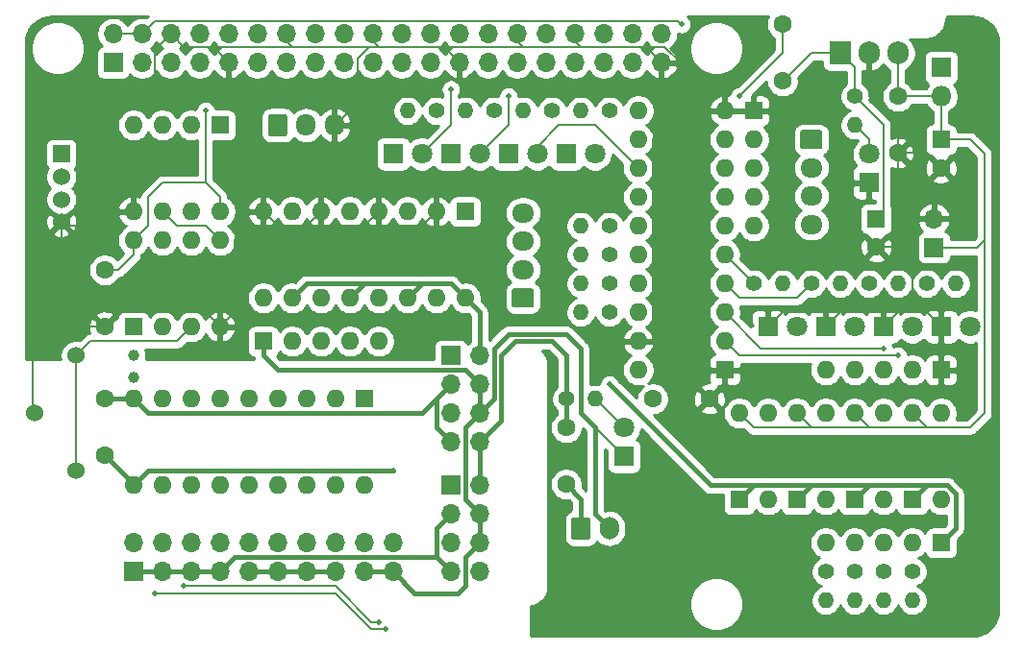
<source format=gbl>
G04 #@! TF.GenerationSoftware,KiCad,Pcbnew,(5.1.5)-3*
G04 #@! TF.CreationDate,2020-03-27T11:43:29+09:00*
G04 #@! TF.ProjectId,PiFA_8xy,50694641-5f38-4787-992e-6b696361645f,4*
G04 #@! TF.SameCoordinates,Original*
G04 #@! TF.FileFunction,Copper,L2,Bot*
G04 #@! TF.FilePolarity,Positive*
%FSLAX46Y46*%
G04 Gerber Fmt 4.6, Leading zero omitted, Abs format (unit mm)*
G04 Created by KiCad (PCBNEW (5.1.5)-3) date 2020-03-27 11:43:29*
%MOMM*%
%LPD*%
G04 APERTURE LIST*
%ADD10C,1.800000*%
%ADD11R,1.800000X1.800000*%
%ADD12O,1.400000X1.400000*%
%ADD13C,1.400000*%
%ADD14O,1.700000X1.700000*%
%ADD15R,1.700000X1.700000*%
%ADD16O,1.600000X1.600000*%
%ADD17R,1.600000X1.600000*%
%ADD18O,1.950000X1.700000*%
%ADD19C,0.100000*%
%ADD20O,1.700000X2.000000*%
%ADD21O,1.700000X1.950000*%
%ADD22C,1.524000*%
%ADD23R,1.524000X1.524000*%
%ADD24C,1.600000*%
%ADD25C,1.000000*%
%ADD26O,1.905000X2.000000*%
%ADD27R,1.905000X2.000000*%
%ADD28O,1.800000X1.800000*%
%ADD29C,0.500000*%
%ADD30C,0.200000*%
%ADD31C,0.400000*%
%ADD32C,0.254000*%
G04 APERTURE END LIST*
D10*
X250800000Y-106820000D03*
D11*
X248260000Y-106820000D03*
D12*
X234290000Y-103010000D03*
D13*
X236830000Y-103010000D03*
D12*
X239370000Y-103010000D03*
D13*
X241910000Y-103010000D03*
D14*
X233020000Y-141110000D03*
X233020000Y-143650000D03*
X230480000Y-141110000D03*
X230480000Y-143650000D03*
X227940000Y-141110000D03*
X227940000Y-143650000D03*
X225400000Y-141110000D03*
X225400000Y-143650000D03*
X222860000Y-141110000D03*
X222860000Y-143650000D03*
X220320000Y-141110000D03*
X220320000Y-143650000D03*
X217780000Y-141110000D03*
X217780000Y-143650000D03*
X215240000Y-141110000D03*
X215240000Y-143650000D03*
X212700000Y-141110000D03*
X212700000Y-143650000D03*
X210160000Y-141110000D03*
D15*
X210160000Y-143650000D03*
D16*
X217780000Y-111900000D03*
X210160000Y-104280000D03*
X215240000Y-111900000D03*
X212700000Y-104280000D03*
X212700000Y-111900000D03*
X215240000Y-104280000D03*
X210160000Y-111900000D03*
D17*
X217780000Y-104280000D03*
D18*
X269850000Y-113050000D03*
X269850000Y-110550000D03*
X269850000Y-108050000D03*
G04 #@! TA.AperFunction,ComponentPad*
D19*
G36*
X270599504Y-104701204D02*
G01*
X270623773Y-104704804D01*
X270647571Y-104710765D01*
X270670671Y-104719030D01*
X270692849Y-104729520D01*
X270713893Y-104742133D01*
X270733598Y-104756747D01*
X270751777Y-104773223D01*
X270768253Y-104791402D01*
X270782867Y-104811107D01*
X270795480Y-104832151D01*
X270805970Y-104854329D01*
X270814235Y-104877429D01*
X270820196Y-104901227D01*
X270823796Y-104925496D01*
X270825000Y-104950000D01*
X270825000Y-106150000D01*
X270823796Y-106174504D01*
X270820196Y-106198773D01*
X270814235Y-106222571D01*
X270805970Y-106245671D01*
X270795480Y-106267849D01*
X270782867Y-106288893D01*
X270768253Y-106308598D01*
X270751777Y-106326777D01*
X270733598Y-106343253D01*
X270713893Y-106357867D01*
X270692849Y-106370480D01*
X270670671Y-106380970D01*
X270647571Y-106389235D01*
X270623773Y-106395196D01*
X270599504Y-106398796D01*
X270575000Y-106400000D01*
X269125000Y-106400000D01*
X269100496Y-106398796D01*
X269076227Y-106395196D01*
X269052429Y-106389235D01*
X269029329Y-106380970D01*
X269007151Y-106370480D01*
X268986107Y-106357867D01*
X268966402Y-106343253D01*
X268948223Y-106326777D01*
X268931747Y-106308598D01*
X268917133Y-106288893D01*
X268904520Y-106267849D01*
X268894030Y-106245671D01*
X268885765Y-106222571D01*
X268879804Y-106198773D01*
X268876204Y-106174504D01*
X268875000Y-106150000D01*
X268875000Y-104950000D01*
X268876204Y-104925496D01*
X268879804Y-104901227D01*
X268885765Y-104877429D01*
X268894030Y-104854329D01*
X268904520Y-104832151D01*
X268917133Y-104811107D01*
X268931747Y-104791402D01*
X268948223Y-104773223D01*
X268966402Y-104756747D01*
X268986107Y-104742133D01*
X269007151Y-104729520D01*
X269029329Y-104719030D01*
X269052429Y-104710765D01*
X269076227Y-104704804D01*
X269100496Y-104701204D01*
X269125000Y-104700000D01*
X270575000Y-104700000D01*
X270599504Y-104701204D01*
G37*
G04 #@! TD.AperFunction*
D17*
X264770000Y-103010000D03*
D16*
X264770000Y-105550000D03*
X264770000Y-108090000D03*
X264770000Y-110630000D03*
X264770000Y-113170000D03*
D20*
X252070000Y-139840000D03*
G04 #@! TA.AperFunction,ComponentPad*
D19*
G36*
X250194504Y-138841204D02*
G01*
X250218773Y-138844804D01*
X250242571Y-138850765D01*
X250265671Y-138859030D01*
X250287849Y-138869520D01*
X250308893Y-138882133D01*
X250328598Y-138896747D01*
X250346777Y-138913223D01*
X250363253Y-138931402D01*
X250377867Y-138951107D01*
X250390480Y-138972151D01*
X250400970Y-138994329D01*
X250409235Y-139017429D01*
X250415196Y-139041227D01*
X250418796Y-139065496D01*
X250420000Y-139090000D01*
X250420000Y-140590000D01*
X250418796Y-140614504D01*
X250415196Y-140638773D01*
X250409235Y-140662571D01*
X250400970Y-140685671D01*
X250390480Y-140707849D01*
X250377867Y-140728893D01*
X250363253Y-140748598D01*
X250346777Y-140766777D01*
X250328598Y-140783253D01*
X250308893Y-140797867D01*
X250287849Y-140810480D01*
X250265671Y-140820970D01*
X250242571Y-140829235D01*
X250218773Y-140835196D01*
X250194504Y-140838796D01*
X250170000Y-140840000D01*
X248970000Y-140840000D01*
X248945496Y-140838796D01*
X248921227Y-140835196D01*
X248897429Y-140829235D01*
X248874329Y-140820970D01*
X248852151Y-140810480D01*
X248831107Y-140797867D01*
X248811402Y-140783253D01*
X248793223Y-140766777D01*
X248776747Y-140748598D01*
X248762133Y-140728893D01*
X248749520Y-140707849D01*
X248739030Y-140685671D01*
X248730765Y-140662571D01*
X248724804Y-140638773D01*
X248721204Y-140614504D01*
X248720000Y-140590000D01*
X248720000Y-139090000D01*
X248721204Y-139065496D01*
X248724804Y-139041227D01*
X248730765Y-139017429D01*
X248739030Y-138994329D01*
X248749520Y-138972151D01*
X248762133Y-138951107D01*
X248776747Y-138931402D01*
X248793223Y-138913223D01*
X248811402Y-138896747D01*
X248831107Y-138882133D01*
X248852151Y-138869520D01*
X248874329Y-138859030D01*
X248897429Y-138850765D01*
X248921227Y-138844804D01*
X248945496Y-138841204D01*
X248970000Y-138840000D01*
X250170000Y-138840000D01*
X250194504Y-138841204D01*
G37*
G04 #@! TD.AperFunction*
D21*
X227860000Y-104280000D03*
X225360000Y-104280000D03*
G04 #@! TA.AperFunction,ComponentPad*
D19*
G36*
X223484504Y-103306204D02*
G01*
X223508773Y-103309804D01*
X223532571Y-103315765D01*
X223555671Y-103324030D01*
X223577849Y-103334520D01*
X223598893Y-103347133D01*
X223618598Y-103361747D01*
X223636777Y-103378223D01*
X223653253Y-103396402D01*
X223667867Y-103416107D01*
X223680480Y-103437151D01*
X223690970Y-103459329D01*
X223699235Y-103482429D01*
X223705196Y-103506227D01*
X223708796Y-103530496D01*
X223710000Y-103555000D01*
X223710000Y-105005000D01*
X223708796Y-105029504D01*
X223705196Y-105053773D01*
X223699235Y-105077571D01*
X223690970Y-105100671D01*
X223680480Y-105122849D01*
X223667867Y-105143893D01*
X223653253Y-105163598D01*
X223636777Y-105181777D01*
X223618598Y-105198253D01*
X223598893Y-105212867D01*
X223577849Y-105225480D01*
X223555671Y-105235970D01*
X223532571Y-105244235D01*
X223508773Y-105250196D01*
X223484504Y-105253796D01*
X223460000Y-105255000D01*
X222260000Y-105255000D01*
X222235496Y-105253796D01*
X222211227Y-105250196D01*
X222187429Y-105244235D01*
X222164329Y-105235970D01*
X222142151Y-105225480D01*
X222121107Y-105212867D01*
X222101402Y-105198253D01*
X222083223Y-105181777D01*
X222066747Y-105163598D01*
X222052133Y-105143893D01*
X222039520Y-105122849D01*
X222029030Y-105100671D01*
X222020765Y-105077571D01*
X222014804Y-105053773D01*
X222011204Y-105029504D01*
X222010000Y-105005000D01*
X222010000Y-103555000D01*
X222011204Y-103530496D01*
X222014804Y-103506227D01*
X222020765Y-103482429D01*
X222029030Y-103459329D01*
X222039520Y-103437151D01*
X222052133Y-103416107D01*
X222066747Y-103396402D01*
X222083223Y-103378223D01*
X222101402Y-103361747D01*
X222121107Y-103347133D01*
X222142151Y-103334520D01*
X222164329Y-103324030D01*
X222187429Y-103315765D01*
X222211227Y-103309804D01*
X222235496Y-103306204D01*
X222260000Y-103305000D01*
X223460000Y-103305000D01*
X223484504Y-103306204D01*
G37*
G04 #@! TD.AperFunction*
D18*
X244450000Y-112020000D03*
X244450000Y-114520000D03*
X244450000Y-117020000D03*
G04 #@! TA.AperFunction,ComponentPad*
D19*
G36*
X245199504Y-118671204D02*
G01*
X245223773Y-118674804D01*
X245247571Y-118680765D01*
X245270671Y-118689030D01*
X245292849Y-118699520D01*
X245313893Y-118712133D01*
X245333598Y-118726747D01*
X245351777Y-118743223D01*
X245368253Y-118761402D01*
X245382867Y-118781107D01*
X245395480Y-118802151D01*
X245405970Y-118824329D01*
X245414235Y-118847429D01*
X245420196Y-118871227D01*
X245423796Y-118895496D01*
X245425000Y-118920000D01*
X245425000Y-120120000D01*
X245423796Y-120144504D01*
X245420196Y-120168773D01*
X245414235Y-120192571D01*
X245405970Y-120215671D01*
X245395480Y-120237849D01*
X245382867Y-120258893D01*
X245368253Y-120278598D01*
X245351777Y-120296777D01*
X245333598Y-120313253D01*
X245313893Y-120327867D01*
X245292849Y-120340480D01*
X245270671Y-120350970D01*
X245247571Y-120359235D01*
X245223773Y-120365196D01*
X245199504Y-120368796D01*
X245175000Y-120370000D01*
X243725000Y-120370000D01*
X243700496Y-120368796D01*
X243676227Y-120365196D01*
X243652429Y-120359235D01*
X243629329Y-120350970D01*
X243607151Y-120340480D01*
X243586107Y-120327867D01*
X243566402Y-120313253D01*
X243548223Y-120296777D01*
X243531747Y-120278598D01*
X243517133Y-120258893D01*
X243504520Y-120237849D01*
X243494030Y-120215671D01*
X243485765Y-120192571D01*
X243479804Y-120168773D01*
X243476204Y-120144504D01*
X243475000Y-120120000D01*
X243475000Y-118920000D01*
X243476204Y-118895496D01*
X243479804Y-118871227D01*
X243485765Y-118847429D01*
X243494030Y-118824329D01*
X243504520Y-118802151D01*
X243517133Y-118781107D01*
X243531747Y-118761402D01*
X243548223Y-118743223D01*
X243566402Y-118726747D01*
X243586107Y-118712133D01*
X243607151Y-118699520D01*
X243629329Y-118689030D01*
X243652429Y-118680765D01*
X243676227Y-118674804D01*
X243700496Y-118671204D01*
X243725000Y-118670000D01*
X245175000Y-118670000D01*
X245199504Y-118671204D01*
G37*
G04 #@! TD.AperFunction*
D17*
X239370000Y-111900000D03*
D16*
X221590000Y-119520000D03*
X236830000Y-111900000D03*
X224130000Y-119520000D03*
X234290000Y-111900000D03*
X226670000Y-119520000D03*
X231750000Y-111900000D03*
X229210000Y-119520000D03*
X229210000Y-111900000D03*
X231750000Y-119520000D03*
X226670000Y-111900000D03*
X234290000Y-119520000D03*
X224130000Y-111900000D03*
X236830000Y-119520000D03*
X221590000Y-111900000D03*
X239370000Y-119520000D03*
D15*
X280645000Y-115075000D03*
D14*
X280645000Y-112535000D03*
D17*
X230480000Y-128410000D03*
D16*
X210160000Y-136030000D03*
X227940000Y-128410000D03*
X212700000Y-136030000D03*
X225400000Y-128410000D03*
X215240000Y-136030000D03*
X222860000Y-128410000D03*
X217780000Y-136030000D03*
X220320000Y-128410000D03*
X220320000Y-136030000D03*
X217780000Y-128410000D03*
X222860000Y-136030000D03*
X215240000Y-128410000D03*
X225400000Y-136030000D03*
X212700000Y-128410000D03*
X227940000Y-136030000D03*
X210160000Y-128410000D03*
X230480000Y-136030000D03*
D22*
X201480000Y-129680000D03*
X205080000Y-124600000D03*
X205080000Y-134760000D03*
D23*
X203810000Y-106820000D03*
D22*
X203810000Y-108820000D03*
X203810000Y-110820000D03*
X203810000Y-112820000D03*
D12*
X282550000Y-118250000D03*
D13*
X280010000Y-118250000D03*
D24*
X248260000Y-135950000D03*
X248260000Y-130950000D03*
D14*
X240640000Y-143650000D03*
X238100000Y-143650000D03*
X240640000Y-141110000D03*
X238100000Y-141110000D03*
X240640000Y-138570000D03*
X238100000Y-138570000D03*
X240640000Y-136030000D03*
D15*
X238100000Y-136030000D03*
D24*
X277470000Y-106740000D03*
X277470000Y-101740000D03*
D10*
X274930000Y-106820000D03*
D11*
X274930000Y-109360000D03*
D10*
X235560000Y-106820000D03*
D11*
X233020000Y-106820000D03*
D10*
X240640000Y-106820000D03*
D11*
X238100000Y-106820000D03*
D10*
X245720000Y-106820000D03*
D11*
X243180000Y-106820000D03*
D10*
X268580000Y-122060000D03*
D11*
X266040000Y-122060000D03*
D10*
X273660000Y-122060000D03*
D11*
X271120000Y-122060000D03*
D10*
X278740000Y-122060000D03*
D11*
X276200000Y-122060000D03*
D10*
X283820000Y-122060000D03*
D11*
X281280000Y-122060000D03*
D24*
X260880000Y-128410000D03*
X255880000Y-128410000D03*
X207620000Y-122060000D03*
X207620000Y-117060000D03*
X207620000Y-133410000D03*
X207620000Y-128410000D03*
D25*
X210160000Y-126500000D03*
X210160000Y-124600000D03*
D26*
X277470000Y-97930000D03*
X274930000Y-97930000D03*
D27*
X272390000Y-97930000D03*
D16*
X210160000Y-114440000D03*
X217780000Y-122060000D03*
X212700000Y-114440000D03*
X215240000Y-122060000D03*
X215240000Y-114440000D03*
X212700000Y-122060000D03*
X217780000Y-114440000D03*
D17*
X210160000Y-122060000D03*
D16*
X254610000Y-125870000D03*
X262230000Y-103010000D03*
X254610000Y-123330000D03*
X262230000Y-105550000D03*
X254610000Y-120790000D03*
X262230000Y-108090000D03*
X254610000Y-118250000D03*
X262230000Y-110630000D03*
X254610000Y-115710000D03*
X262230000Y-113170000D03*
X254610000Y-113170000D03*
X262230000Y-115710000D03*
X254610000Y-110630000D03*
X262230000Y-118250000D03*
X254610000Y-108090000D03*
X262230000Y-120790000D03*
X254610000Y-105550000D03*
X262230000Y-123330000D03*
X254610000Y-103010000D03*
D17*
X262230000Y-125870000D03*
D16*
X231750000Y-123330000D03*
X229210000Y-123330000D03*
X226670000Y-123330000D03*
X224130000Y-123330000D03*
D17*
X221590000Y-123330000D03*
D16*
X271120000Y-125870000D03*
X273660000Y-125870000D03*
X276200000Y-125870000D03*
X278740000Y-125870000D03*
D17*
X281280000Y-125870000D03*
D16*
X271120000Y-141110000D03*
X273660000Y-141110000D03*
X276200000Y-141110000D03*
X278740000Y-141110000D03*
D17*
X281280000Y-141110000D03*
D12*
X250800000Y-128410000D03*
D13*
X248260000Y-128410000D03*
D12*
X273660000Y-104280000D03*
D13*
X273660000Y-101740000D03*
D12*
X249530000Y-113170000D03*
D13*
X252070000Y-113170000D03*
D12*
X249530000Y-115710000D03*
D13*
X252070000Y-115710000D03*
D12*
X249530000Y-118250000D03*
D13*
X252070000Y-118250000D03*
D12*
X249530000Y-120790000D03*
D13*
X252070000Y-120790000D03*
D12*
X244450000Y-103010000D03*
D13*
X246990000Y-103010000D03*
D12*
X249530000Y-103010000D03*
D13*
X252070000Y-103010000D03*
D12*
X267310000Y-118250000D03*
D13*
X264770000Y-118250000D03*
D12*
X272390000Y-118250000D03*
D13*
X269850000Y-118250000D03*
D12*
X277470000Y-118250000D03*
D13*
X274930000Y-118250000D03*
D12*
X271120000Y-146190000D03*
D13*
X271120000Y-143650000D03*
D12*
X273660000Y-146190000D03*
D13*
X273660000Y-143650000D03*
D12*
X276200000Y-146190000D03*
D13*
X276200000Y-143650000D03*
D12*
X278740000Y-146190000D03*
D13*
X278740000Y-143650000D03*
D16*
X263500000Y-129680000D03*
X266040000Y-137300000D03*
X266040000Y-129680000D03*
D17*
X263500000Y-137300000D03*
D16*
X268580000Y-129680000D03*
X271120000Y-137300000D03*
X271120000Y-129680000D03*
D17*
X268580000Y-137300000D03*
D16*
X273660000Y-129680000D03*
X276200000Y-137300000D03*
X276200000Y-129680000D03*
D17*
X273660000Y-137300000D03*
D16*
X278740000Y-129680000D03*
X281280000Y-137300000D03*
X281280000Y-129680000D03*
D17*
X278740000Y-137300000D03*
D14*
X240640000Y-132220000D03*
X238100000Y-132220000D03*
X240640000Y-129680000D03*
X238100000Y-129680000D03*
X240640000Y-127140000D03*
X238100000Y-127140000D03*
X240640000Y-124600000D03*
D15*
X238100000Y-124600000D03*
D24*
X267310000Y-95390000D03*
X267310000Y-100390000D03*
D10*
X253340000Y-130950000D03*
D11*
X253340000Y-133490000D03*
D28*
X281280000Y-101740000D03*
D11*
X281280000Y-99200000D03*
D24*
X281280000Y-108050000D03*
D17*
X281280000Y-105550000D03*
D24*
X275565000Y-115035000D03*
D17*
X275565000Y-112535000D03*
D15*
X208370000Y-98770000D03*
D14*
X208370000Y-96230000D03*
X210910000Y-98770000D03*
X210910000Y-96230000D03*
X213450000Y-98770000D03*
X213450000Y-96230000D03*
X215990000Y-98770000D03*
X215990000Y-96230000D03*
X218530000Y-98770000D03*
X218530000Y-96230000D03*
X221070000Y-98770000D03*
X221070000Y-96230000D03*
X223610000Y-98770000D03*
X223610000Y-96230000D03*
X226150000Y-98770000D03*
X226150000Y-96230000D03*
X228690000Y-98770000D03*
X228690000Y-96230000D03*
X231230000Y-98770000D03*
X231230000Y-96230000D03*
X233770000Y-98770000D03*
X233770000Y-96230000D03*
X236310000Y-98770000D03*
X236310000Y-96230000D03*
X238850000Y-98770000D03*
X238850000Y-96230000D03*
X241390000Y-98770000D03*
X241390000Y-96230000D03*
X243930000Y-98770000D03*
X243930000Y-96230000D03*
X246470000Y-98770000D03*
X246470000Y-96230000D03*
X249010000Y-98770000D03*
X249010000Y-96230000D03*
X251550000Y-98770000D03*
X251550000Y-96230000D03*
X254090000Y-98770000D03*
X254090000Y-96230000D03*
X256630000Y-98770000D03*
X256630000Y-96230000D03*
D29*
X258420000Y-95390000D03*
X263500000Y-101740000D03*
X216510000Y-103010000D03*
X274930000Y-100470000D03*
X230480000Y-115710000D03*
X259690000Y-114440000D03*
X274930000Y-133490000D03*
X282550000Y-146190000D03*
X206350000Y-101740000D03*
X238100000Y-101105000D03*
X243180000Y-101740000D03*
X277470000Y-124600000D03*
X276200000Y-123965000D03*
X231750000Y-148095000D03*
X214605000Y-144920000D03*
X232385000Y-148730000D03*
X212065000Y-145555000D03*
X233020000Y-134760000D03*
X252070000Y-127140000D03*
D30*
X277470000Y-97930000D02*
X277470000Y-101740000D01*
X263500000Y-129680000D02*
X264770000Y-130950000D01*
X285090000Y-129680000D02*
X283820000Y-130950000D01*
X278740000Y-129680000D02*
X280010000Y-130950000D01*
X281280000Y-101740000D02*
X281280000Y-105550000D01*
X277470000Y-101740000D02*
X281280000Y-101740000D01*
X269850000Y-130950000D02*
X274930000Y-130950000D01*
X273660000Y-129680000D02*
X274930000Y-130950000D01*
X264770000Y-130950000D02*
X269850000Y-130950000D01*
X268580000Y-129680000D02*
X269850000Y-130950000D01*
X274930000Y-130950000D02*
X283820000Y-130950000D01*
X281280000Y-105550000D02*
X283820000Y-105550000D01*
X283820000Y-105550000D02*
X285090000Y-106820000D01*
X285090000Y-113170000D02*
X285090000Y-129680000D01*
X285090000Y-106820000D02*
X285090000Y-113170000D01*
X280645000Y-115075000D02*
X284455000Y-115075000D01*
X284455000Y-115075000D02*
X285090000Y-114440000D01*
X216510000Y-103010000D02*
X216510000Y-109360000D01*
X212700000Y-109360000D02*
X216510000Y-109360000D01*
X216510000Y-109360000D02*
X217780000Y-110630000D01*
X217780000Y-110630000D02*
X217780000Y-111900000D01*
X211430000Y-113170000D02*
X211430000Y-110630000D01*
X211430000Y-110630000D02*
X212700000Y-109360000D01*
X210080000Y-114520000D02*
X210160000Y-114440000D01*
X211430000Y-113170000D02*
X210160000Y-114440000D01*
X210160000Y-114440000D02*
X210160000Y-115710000D01*
X208810000Y-117060000D02*
X207620000Y-117060000D01*
X210160000Y-115710000D02*
X208810000Y-117060000D01*
X263500000Y-101740000D02*
X267310000Y-97930000D01*
X258109999Y-95079999D02*
X258420000Y-95390000D01*
X210910000Y-96230000D02*
X212060001Y-95079999D01*
X212060001Y-95079999D02*
X258109999Y-95079999D01*
X208370000Y-96230000D02*
X210910000Y-96230000D01*
X267310000Y-97930000D02*
X267310000Y-95390000D01*
X217145000Y-97380001D02*
X224130000Y-97380001D01*
X214600001Y-97380001D02*
X217145000Y-97380001D01*
X218530000Y-98770000D02*
X217680001Y-97920001D01*
X217680001Y-97920001D02*
X217680001Y-97915002D01*
X217680001Y-97915002D02*
X217145000Y-97380001D01*
X237465000Y-97380001D02*
X244450000Y-97380001D01*
X231750000Y-97380001D02*
X237465000Y-97380001D01*
X238850000Y-98770000D02*
X238000001Y-97920001D01*
X238000001Y-97920001D02*
X238000001Y-97915002D01*
X238000001Y-97915002D02*
X237465000Y-97380001D01*
X255245000Y-97380001D02*
X256942003Y-97380001D01*
X249530000Y-97380001D02*
X255245000Y-97380001D01*
X256630000Y-98770000D02*
X255780001Y-97920001D01*
X255780001Y-97920001D02*
X255780001Y-97915002D01*
X255780001Y-97915002D02*
X255245000Y-97380001D01*
X277470000Y-104280000D02*
X274930000Y-101740000D01*
X277470000Y-106740000D02*
X277470000Y-104280000D01*
X202540000Y-122060000D02*
X201270000Y-123330000D01*
X205080000Y-122060000D02*
X202540000Y-122060000D01*
X201270000Y-123330000D02*
X201270000Y-129680000D01*
X201270000Y-129680000D02*
X201480000Y-129680000D01*
X205080000Y-122060000D02*
X207620000Y-122060000D01*
X203810000Y-120790000D02*
X205080000Y-122060000D01*
X203810000Y-112820000D02*
X203810000Y-120790000D01*
X203810000Y-113170000D02*
X206350000Y-113170000D01*
X203810000Y-112820000D02*
X203810000Y-113170000D01*
X206350000Y-113170000D02*
X207620000Y-111900000D01*
X207620000Y-111900000D02*
X207620000Y-110630000D01*
X208890000Y-111900000D02*
X210160000Y-111900000D01*
X207620000Y-110630000D02*
X208890000Y-111900000D01*
X208890000Y-120790000D02*
X216510000Y-120790000D01*
X207620000Y-122060000D02*
X208890000Y-120790000D01*
X207620000Y-103010000D02*
X207620000Y-110630000D01*
X210160000Y-100470000D02*
X207620000Y-103010000D01*
X212060001Y-97619999D02*
X212060001Y-99839999D01*
X211430000Y-100470000D02*
X210160000Y-100470000D01*
X212060001Y-99839999D02*
X211430000Y-100470000D01*
X213450000Y-96230000D02*
X212060001Y-97619999D01*
X220320000Y-113170000D02*
X219050000Y-114440000D01*
X222860000Y-113170000D02*
X220320000Y-113170000D01*
X219050000Y-114440000D02*
X219050000Y-120790000D01*
X219050000Y-120790000D02*
X217780000Y-122060000D01*
X216510000Y-120790000D02*
X217780000Y-122060000D01*
X230480000Y-113170000D02*
X235560000Y-113170000D01*
X222860000Y-113170000D02*
X230480000Y-113170000D01*
X231750000Y-111900000D02*
X230480000Y-113170000D01*
X235560000Y-113170000D02*
X236830000Y-111900000D01*
X221590000Y-111900000D02*
X222860000Y-113170000D01*
X224130000Y-97380001D02*
X231750000Y-97380001D01*
X223610000Y-96230000D02*
X223610000Y-96860001D01*
X223610000Y-96860001D02*
X224130000Y-97380001D01*
X231230000Y-96230000D02*
X231230000Y-96860001D01*
X231230000Y-96860001D02*
X231750000Y-97380001D01*
X244450000Y-97380001D02*
X249530000Y-97380001D01*
X243930000Y-96230000D02*
X243930000Y-96860001D01*
X243930000Y-96860001D02*
X244450000Y-97380001D01*
X249010000Y-96230000D02*
X249010000Y-96860001D01*
X249010000Y-96860001D02*
X249530000Y-97380001D01*
X213450000Y-96230000D02*
X214600001Y-97380001D01*
X256942003Y-97380001D02*
X258420000Y-98857998D01*
X258420000Y-98857998D02*
X258420000Y-103010000D01*
X279970000Y-106740000D02*
X281280000Y-108050000D01*
X277470000Y-106740000D02*
X279970000Y-106740000D01*
X264770000Y-103010000D02*
X258420000Y-103010000D01*
X255880000Y-123330000D02*
X260960000Y-128410000D01*
X258420000Y-103010000D02*
X255880000Y-105550000D01*
X255880000Y-105550000D02*
X255880000Y-123330000D01*
X254610000Y-123330000D02*
X255880000Y-123330000D01*
X262230000Y-125870000D02*
X258420000Y-125870000D01*
X274930000Y-100470000D02*
X274930000Y-97930000D01*
X274930000Y-101740000D02*
X274930000Y-100470000D01*
X226670000Y-111900000D02*
X225400000Y-113170000D01*
X230917997Y-97380001D02*
X231029999Y-97380001D01*
X229930001Y-98367997D02*
X230917997Y-97380001D01*
X229930001Y-99232001D02*
X229930001Y-98367997D01*
X229930001Y-99232001D02*
X229930001Y-102289999D01*
X229930001Y-102289999D02*
X229210000Y-103010000D01*
X229210000Y-103010000D02*
X227940000Y-104280000D01*
X277470000Y-106740000D02*
X277470000Y-107871370D01*
X277470000Y-116345000D02*
X278105000Y-116980000D01*
X276875000Y-115035000D02*
X277470000Y-114440000D01*
X275565000Y-115035000D02*
X276875000Y-115035000D01*
X277470000Y-114440000D02*
X277470000Y-116345000D01*
X280645000Y-112535000D02*
X278105000Y-112535000D01*
X278105000Y-112535000D02*
X277470000Y-111900000D01*
X277470000Y-107871370D02*
X277470000Y-111900000D01*
X277470000Y-111900000D02*
X277470000Y-114440000D01*
X266040000Y-122060000D02*
X267310000Y-120790000D01*
X280010000Y-120790000D02*
X281280000Y-122060000D01*
X278105000Y-116980000D02*
X278740000Y-117615000D01*
X278740000Y-117615000D02*
X278740000Y-120155000D01*
X278740000Y-120155000D02*
X279375000Y-120790000D01*
X276200000Y-116980000D02*
X278105000Y-116980000D01*
X273025000Y-116980000D02*
X276200000Y-116980000D01*
X272390000Y-116345000D02*
X273025000Y-116980000D01*
X272390000Y-110630000D02*
X272390000Y-116345000D01*
X274930000Y-109360000D02*
X273660000Y-109360000D01*
X273660000Y-109360000D02*
X272390000Y-110630000D01*
X271120000Y-122060000D02*
X272390000Y-120790000D01*
X267310000Y-120790000D02*
X272390000Y-120790000D01*
X272390000Y-120790000D02*
X280010000Y-120790000D01*
X276200000Y-122060000D02*
X277470000Y-120790000D01*
X281280000Y-122060000D02*
X281280000Y-125870000D01*
X205080000Y-124600000D02*
X205080000Y-134760000D01*
X213970000Y-123330000D02*
X206350000Y-123330000D01*
X215240000Y-122060000D02*
X213970000Y-123330000D01*
X206350000Y-123330000D02*
X205080000Y-124600000D01*
X269850000Y-97930000D02*
X267310000Y-100470000D01*
X272390000Y-97930000D02*
X269850000Y-97930000D01*
X272390000Y-97930000D02*
X273660000Y-99200000D01*
X273660000Y-99200000D02*
X273660000Y-101740000D01*
X276200000Y-111900000D02*
X275565000Y-112535000D01*
X273660000Y-101740000D02*
X276200000Y-104280000D01*
X276200000Y-104280000D02*
X276200000Y-111900000D01*
X238100000Y-101105000D02*
X238100000Y-104280000D01*
X238100000Y-104280000D02*
X235560000Y-106820000D01*
X243180000Y-101740000D02*
X243180000Y-104280000D01*
X243180000Y-104280000D02*
X240640000Y-106820000D01*
X250800000Y-104280000D02*
X254610000Y-108090000D01*
X245720000Y-106185000D02*
X247625000Y-104280000D01*
X247625000Y-104280000D02*
X250800000Y-104280000D01*
X273660000Y-104280000D02*
X274930000Y-105550000D01*
X274930000Y-105550000D02*
X274930000Y-106820000D01*
X250800000Y-128410000D02*
X253340000Y-130950000D01*
D31*
X222860000Y-125870000D02*
X221590000Y-124600000D01*
X221590000Y-124600000D02*
X221590000Y-123330000D01*
X239370000Y-125870000D02*
X222860000Y-125870000D01*
X240640000Y-127140000D02*
X239370000Y-125870000D01*
X239370000Y-137300000D02*
X240640000Y-138570000D01*
X239370000Y-130950000D02*
X239370000Y-137300000D01*
X240640000Y-129680000D02*
X239370000Y-130950000D01*
X240640000Y-127140000D02*
X240640000Y-129680000D01*
X240640000Y-138570000D02*
X240640000Y-141110000D01*
X249530000Y-123965000D02*
X249530000Y-129680000D01*
X248260000Y-122695000D02*
X249530000Y-123965000D01*
X243180000Y-122695000D02*
X248260000Y-122695000D01*
X241910000Y-123965000D02*
X243180000Y-122695000D01*
X240640000Y-129680000D02*
X241910000Y-128410000D01*
X241910000Y-128410000D02*
X241910000Y-123965000D01*
X249530000Y-129680000D02*
X250800000Y-130950000D01*
X250800000Y-138570000D02*
X252070000Y-139840000D01*
X250800000Y-130950000D02*
X250800000Y-138570000D01*
D30*
X250800000Y-130950000D02*
X253340000Y-133490000D01*
D31*
X234925000Y-145555000D02*
X233020000Y-143650000D01*
X238735000Y-145555000D02*
X234925000Y-145555000D01*
X239370000Y-144920000D02*
X238735000Y-145555000D01*
X240640000Y-141110000D02*
X239370000Y-142380000D01*
X239370000Y-142380000D02*
X239370000Y-144920000D01*
X230480000Y-143650000D02*
X233020000Y-143650000D01*
X235560000Y-118250000D02*
X238100000Y-118250000D01*
X230480000Y-118250000D02*
X235560000Y-118250000D01*
X234290000Y-119520000D02*
X235560000Y-118250000D01*
X225400000Y-118250000D02*
X230480000Y-118250000D01*
X229210000Y-119520000D02*
X230480000Y-118250000D01*
X238100000Y-118250000D02*
X239370000Y-119520000D01*
X224130000Y-119520000D02*
X225400000Y-118250000D01*
X240640000Y-120790000D02*
X240640000Y-124600000D01*
X239370000Y-119520000D02*
X240640000Y-120790000D01*
X240640000Y-132220000D02*
X240640000Y-136030000D01*
X242545000Y-130315000D02*
X240640000Y-132220000D01*
X242545000Y-124600000D02*
X242545000Y-130315000D01*
X243815000Y-123330000D02*
X242545000Y-124600000D01*
X246990000Y-123330000D02*
X243815000Y-123330000D01*
X248260000Y-130950000D02*
X248260000Y-124600000D01*
X248260000Y-124600000D02*
X246990000Y-123330000D01*
D30*
X263500000Y-124600000D02*
X277470000Y-124600000D01*
X263500000Y-124600000D02*
X262230000Y-123330000D01*
X265405000Y-123965000D02*
X276200000Y-123965000D01*
X265405000Y-123965000D02*
X262230000Y-120790000D01*
X262230000Y-118250000D02*
X263500000Y-119520000D01*
X263500000Y-119520000D02*
X268580000Y-119520000D01*
X268580000Y-119520000D02*
X269850000Y-118250000D01*
X264770000Y-118250000D02*
X262230000Y-115710000D01*
X227940000Y-144920000D02*
X231115000Y-148095000D01*
X231115000Y-148095000D02*
X231750000Y-148095000D01*
X214605000Y-144920000D02*
X227940000Y-144920000D01*
X227940000Y-145555000D02*
X231115000Y-148730000D01*
X231115000Y-148730000D02*
X232385000Y-148730000D01*
X212065000Y-145555000D02*
X227940000Y-145555000D01*
D31*
X210160000Y-136030000D02*
X210160000Y-135950000D01*
X210160000Y-135950000D02*
X207620000Y-133410000D01*
X211430000Y-134760000D02*
X210160000Y-136030000D01*
X233020000Y-134760000D02*
X211430000Y-134760000D01*
X220320000Y-143650000D02*
X227940000Y-143650000D01*
X235560000Y-129680000D02*
X236830000Y-128410000D01*
X211430000Y-129680000D02*
X235560000Y-129680000D01*
X210160000Y-128410000D02*
X211430000Y-129680000D01*
X207620000Y-128410000D02*
X210160000Y-128410000D01*
X236830000Y-130950000D02*
X238100000Y-132220000D01*
X236830000Y-128410000D02*
X236830000Y-130950000D01*
X238100000Y-127140000D02*
X236830000Y-128410000D01*
X236830000Y-139840000D02*
X236830000Y-142380000D01*
X238100000Y-138570000D02*
X236830000Y-139840000D01*
X236830000Y-142380000D02*
X238100000Y-143650000D01*
X236830000Y-142380000D02*
X219050000Y-142380000D01*
X219050000Y-142380000D02*
X217780000Y-143650000D01*
X210160000Y-143650000D02*
X217780000Y-143650000D01*
X281786002Y-136030000D02*
X282550000Y-136793998D01*
X280010000Y-136030000D02*
X281786002Y-136030000D01*
X282550000Y-136793998D02*
X282550000Y-139840000D01*
X269850000Y-136030000D02*
X280010000Y-136030000D01*
X278740000Y-137300000D02*
X280010000Y-136030000D01*
X273660000Y-137300000D02*
X274930000Y-136030000D01*
X264770000Y-136030000D02*
X269850000Y-136030000D01*
X268580000Y-137300000D02*
X269850000Y-136030000D01*
X263500000Y-137300000D02*
X264770000Y-136030000D01*
X282550000Y-139840000D02*
X281280000Y-141110000D01*
X252070000Y-127140000D02*
X260960000Y-136030000D01*
X264770000Y-136030000D02*
X260960000Y-136030000D01*
X249570000Y-137260000D02*
X249570000Y-139840000D01*
X248260000Y-135950000D02*
X249570000Y-137260000D01*
D30*
X216510000Y-113170000D02*
X217780000Y-114440000D01*
X212700000Y-111900000D02*
X213970000Y-113170000D01*
X213970000Y-113170000D02*
X216510000Y-113170000D01*
D32*
G36*
X211305897Y-94794656D02*
G01*
X211056260Y-94745000D01*
X210763740Y-94745000D01*
X210476842Y-94802068D01*
X210206589Y-94914010D01*
X209963368Y-95076525D01*
X209756525Y-95283368D01*
X209640000Y-95457760D01*
X209523475Y-95283368D01*
X209316632Y-95076525D01*
X209073411Y-94914010D01*
X208803158Y-94802068D01*
X208516260Y-94745000D01*
X208223740Y-94745000D01*
X207936842Y-94802068D01*
X207666589Y-94914010D01*
X207423368Y-95076525D01*
X207216525Y-95283368D01*
X207054010Y-95526589D01*
X206942068Y-95796842D01*
X206885000Y-96083740D01*
X206885000Y-96376260D01*
X206942068Y-96663158D01*
X207054010Y-96933411D01*
X207216525Y-97176632D01*
X207348380Y-97308487D01*
X207275820Y-97330498D01*
X207165506Y-97389463D01*
X207068815Y-97468815D01*
X206989463Y-97565506D01*
X206930498Y-97675820D01*
X206894188Y-97795518D01*
X206881928Y-97920000D01*
X206881928Y-99620000D01*
X206894188Y-99744482D01*
X206930498Y-99864180D01*
X206989463Y-99974494D01*
X207068815Y-100071185D01*
X207165506Y-100150537D01*
X207275820Y-100209502D01*
X207395518Y-100245812D01*
X207520000Y-100258072D01*
X209220000Y-100258072D01*
X209344482Y-100245812D01*
X209464180Y-100209502D01*
X209574494Y-100150537D01*
X209671185Y-100071185D01*
X209750537Y-99974494D01*
X209809502Y-99864180D01*
X209831513Y-99791620D01*
X209963368Y-99923475D01*
X210206589Y-100085990D01*
X210476842Y-100197932D01*
X210763740Y-100255000D01*
X211056260Y-100255000D01*
X211343158Y-100197932D01*
X211613411Y-100085990D01*
X211856632Y-99923475D01*
X212063475Y-99716632D01*
X212180000Y-99542240D01*
X212296525Y-99716632D01*
X212503368Y-99923475D01*
X212746589Y-100085990D01*
X213016842Y-100197932D01*
X213303740Y-100255000D01*
X213596260Y-100255000D01*
X213883158Y-100197932D01*
X214153411Y-100085990D01*
X214396632Y-99923475D01*
X214603475Y-99716632D01*
X214720000Y-99542240D01*
X214836525Y-99716632D01*
X215043368Y-99923475D01*
X215286589Y-100085990D01*
X215556842Y-100197932D01*
X215843740Y-100255000D01*
X216136260Y-100255000D01*
X216423158Y-100197932D01*
X216693411Y-100085990D01*
X216936632Y-99923475D01*
X217143475Y-99716632D01*
X217265195Y-99534466D01*
X217334822Y-99651355D01*
X217529731Y-99867588D01*
X217763080Y-100041641D01*
X218025901Y-100166825D01*
X218173110Y-100211476D01*
X218403000Y-100090155D01*
X218403000Y-98897000D01*
X218383000Y-98897000D01*
X218383000Y-98643000D01*
X218403000Y-98643000D01*
X218403000Y-98623000D01*
X218657000Y-98623000D01*
X218657000Y-98643000D01*
X218677000Y-98643000D01*
X218677000Y-98897000D01*
X218657000Y-98897000D01*
X218657000Y-100090155D01*
X218886890Y-100211476D01*
X219034099Y-100166825D01*
X219296920Y-100041641D01*
X219530269Y-99867588D01*
X219725178Y-99651355D01*
X219794805Y-99534466D01*
X219916525Y-99716632D01*
X220123368Y-99923475D01*
X220366589Y-100085990D01*
X220636842Y-100197932D01*
X220923740Y-100255000D01*
X221216260Y-100255000D01*
X221503158Y-100197932D01*
X221773411Y-100085990D01*
X222016632Y-99923475D01*
X222223475Y-99716632D01*
X222340000Y-99542240D01*
X222456525Y-99716632D01*
X222663368Y-99923475D01*
X222906589Y-100085990D01*
X223176842Y-100197932D01*
X223463740Y-100255000D01*
X223756260Y-100255000D01*
X224043158Y-100197932D01*
X224313411Y-100085990D01*
X224556632Y-99923475D01*
X224763475Y-99716632D01*
X224880000Y-99542240D01*
X224996525Y-99716632D01*
X225203368Y-99923475D01*
X225446589Y-100085990D01*
X225716842Y-100197932D01*
X226003740Y-100255000D01*
X226296260Y-100255000D01*
X226583158Y-100197932D01*
X226853411Y-100085990D01*
X227096632Y-99923475D01*
X227303475Y-99716632D01*
X227420000Y-99542240D01*
X227536525Y-99716632D01*
X227743368Y-99923475D01*
X227986589Y-100085990D01*
X228256842Y-100197932D01*
X228543740Y-100255000D01*
X228836260Y-100255000D01*
X229123158Y-100197932D01*
X229393411Y-100085990D01*
X229636632Y-99923475D01*
X229843475Y-99716632D01*
X229960000Y-99542240D01*
X230076525Y-99716632D01*
X230283368Y-99923475D01*
X230526589Y-100085990D01*
X230796842Y-100197932D01*
X231083740Y-100255000D01*
X231376260Y-100255000D01*
X231663158Y-100197932D01*
X231933411Y-100085990D01*
X232176632Y-99923475D01*
X232383475Y-99716632D01*
X232500000Y-99542240D01*
X232616525Y-99716632D01*
X232823368Y-99923475D01*
X233066589Y-100085990D01*
X233336842Y-100197932D01*
X233623740Y-100255000D01*
X233916260Y-100255000D01*
X234203158Y-100197932D01*
X234473411Y-100085990D01*
X234716632Y-99923475D01*
X234923475Y-99716632D01*
X235040000Y-99542240D01*
X235156525Y-99716632D01*
X235363368Y-99923475D01*
X235606589Y-100085990D01*
X235876842Y-100197932D01*
X236163740Y-100255000D01*
X236456260Y-100255000D01*
X236743158Y-100197932D01*
X237013411Y-100085990D01*
X237256632Y-99923475D01*
X237463475Y-99716632D01*
X237585195Y-99534466D01*
X237654822Y-99651355D01*
X237849731Y-99867588D01*
X238083080Y-100041641D01*
X238345901Y-100166825D01*
X238493110Y-100211476D01*
X238723000Y-100090155D01*
X238723000Y-98897000D01*
X238703000Y-98897000D01*
X238703000Y-98643000D01*
X238723000Y-98643000D01*
X238723000Y-98623000D01*
X238977000Y-98623000D01*
X238977000Y-98643000D01*
X238997000Y-98643000D01*
X238997000Y-98897000D01*
X238977000Y-98897000D01*
X238977000Y-100090155D01*
X239206890Y-100211476D01*
X239354099Y-100166825D01*
X239616920Y-100041641D01*
X239850269Y-99867588D01*
X240045178Y-99651355D01*
X240114805Y-99534466D01*
X240236525Y-99716632D01*
X240443368Y-99923475D01*
X240686589Y-100085990D01*
X240956842Y-100197932D01*
X241243740Y-100255000D01*
X241536260Y-100255000D01*
X241823158Y-100197932D01*
X242093411Y-100085990D01*
X242336632Y-99923475D01*
X242543475Y-99716632D01*
X242660000Y-99542240D01*
X242776525Y-99716632D01*
X242983368Y-99923475D01*
X243226589Y-100085990D01*
X243496842Y-100197932D01*
X243783740Y-100255000D01*
X244076260Y-100255000D01*
X244363158Y-100197932D01*
X244633411Y-100085990D01*
X244876632Y-99923475D01*
X245083475Y-99716632D01*
X245200000Y-99542240D01*
X245316525Y-99716632D01*
X245523368Y-99923475D01*
X245766589Y-100085990D01*
X246036842Y-100197932D01*
X246323740Y-100255000D01*
X246616260Y-100255000D01*
X246903158Y-100197932D01*
X247173411Y-100085990D01*
X247416632Y-99923475D01*
X247623475Y-99716632D01*
X247740000Y-99542240D01*
X247856525Y-99716632D01*
X248063368Y-99923475D01*
X248306589Y-100085990D01*
X248576842Y-100197932D01*
X248863740Y-100255000D01*
X249156260Y-100255000D01*
X249443158Y-100197932D01*
X249713411Y-100085990D01*
X249956632Y-99923475D01*
X250163475Y-99716632D01*
X250280000Y-99542240D01*
X250396525Y-99716632D01*
X250603368Y-99923475D01*
X250846589Y-100085990D01*
X251116842Y-100197932D01*
X251403740Y-100255000D01*
X251696260Y-100255000D01*
X251983158Y-100197932D01*
X252253411Y-100085990D01*
X252496632Y-99923475D01*
X252703475Y-99716632D01*
X252820000Y-99542240D01*
X252936525Y-99716632D01*
X253143368Y-99923475D01*
X253386589Y-100085990D01*
X253656842Y-100197932D01*
X253943740Y-100255000D01*
X254236260Y-100255000D01*
X254523158Y-100197932D01*
X254793411Y-100085990D01*
X255036632Y-99923475D01*
X255243475Y-99716632D01*
X255365195Y-99534466D01*
X255434822Y-99651355D01*
X255629731Y-99867588D01*
X255863080Y-100041641D01*
X256125901Y-100166825D01*
X256273110Y-100211476D01*
X256503000Y-100090155D01*
X256503000Y-98897000D01*
X256757000Y-98897000D01*
X256757000Y-100090155D01*
X256986890Y-100211476D01*
X257134099Y-100166825D01*
X257396920Y-100041641D01*
X257630269Y-99867588D01*
X257825178Y-99651355D01*
X257974157Y-99401252D01*
X258071481Y-99126891D01*
X257950814Y-98897000D01*
X256757000Y-98897000D01*
X256503000Y-98897000D01*
X256483000Y-98897000D01*
X256483000Y-98643000D01*
X256503000Y-98643000D01*
X256503000Y-98623000D01*
X256757000Y-98623000D01*
X256757000Y-98643000D01*
X257950814Y-98643000D01*
X258071481Y-98413109D01*
X257974157Y-98138748D01*
X257825178Y-97888645D01*
X257630269Y-97672412D01*
X257400594Y-97501100D01*
X257576632Y-97383475D01*
X257695009Y-97265098D01*
X259115000Y-97265098D01*
X259115000Y-97734902D01*
X259206654Y-98195679D01*
X259386440Y-98629721D01*
X259647450Y-99020349D01*
X259979651Y-99352550D01*
X260370279Y-99613560D01*
X260804321Y-99793346D01*
X261265098Y-99885000D01*
X261734902Y-99885000D01*
X262195679Y-99793346D01*
X262629721Y-99613560D01*
X263020349Y-99352550D01*
X263352550Y-99020349D01*
X263613560Y-98629721D01*
X263793346Y-98195679D01*
X263885000Y-97734902D01*
X263885000Y-97265098D01*
X263793346Y-96804321D01*
X263613560Y-96370279D01*
X263352550Y-95979651D01*
X263020349Y-95647450D01*
X262629721Y-95386440D01*
X262195679Y-95206654D01*
X261734902Y-95115000D01*
X261265098Y-95115000D01*
X260804321Y-95206654D01*
X260370279Y-95386440D01*
X259979651Y-95647450D01*
X259647450Y-95979651D01*
X259386440Y-96370279D01*
X259206654Y-96804321D01*
X259115000Y-97265098D01*
X257695009Y-97265098D01*
X257783475Y-97176632D01*
X257945990Y-96933411D01*
X258057932Y-96663158D01*
X258115000Y-96376260D01*
X258115000Y-96221582D01*
X258161855Y-96240990D01*
X258332835Y-96275000D01*
X258507165Y-96275000D01*
X258678145Y-96240990D01*
X258839205Y-96174277D01*
X258984155Y-96077424D01*
X259107424Y-95954155D01*
X259204277Y-95809205D01*
X259270990Y-95648145D01*
X259305000Y-95477165D01*
X259305000Y-95302835D01*
X259270990Y-95131855D01*
X259204277Y-94970795D01*
X259107424Y-94825845D01*
X258984155Y-94702576D01*
X258957851Y-94685000D01*
X266055207Y-94685000D01*
X266038320Y-94710273D01*
X265930147Y-94971426D01*
X265875000Y-95248665D01*
X265875000Y-95531335D01*
X265930147Y-95808574D01*
X266038320Y-96069727D01*
X266195363Y-96304759D01*
X266395241Y-96504637D01*
X266575001Y-96624748D01*
X266575000Y-97625553D01*
X263328848Y-100871706D01*
X263241855Y-100889010D01*
X263080795Y-100955723D01*
X262935845Y-101052576D01*
X262812576Y-101175845D01*
X262715723Y-101320795D01*
X262649010Y-101481855D01*
X262619060Y-101632422D01*
X262579040Y-101618091D01*
X262357000Y-101739376D01*
X262357000Y-102883000D01*
X264643000Y-102883000D01*
X264643000Y-101733750D01*
X264897000Y-101733750D01*
X264897000Y-102883000D01*
X266046250Y-102883000D01*
X266205000Y-102724250D01*
X266208072Y-102210000D01*
X266195812Y-102085518D01*
X266159502Y-101965820D01*
X266100537Y-101855506D01*
X266021185Y-101758815D01*
X265924494Y-101679463D01*
X265814180Y-101620498D01*
X265694482Y-101584188D01*
X265570000Y-101571928D01*
X265055750Y-101575000D01*
X264897000Y-101733750D01*
X264643000Y-101733750D01*
X264594348Y-101685098D01*
X265875000Y-100404446D01*
X265875000Y-100531335D01*
X265930147Y-100808574D01*
X266038320Y-101069727D01*
X266195363Y-101304759D01*
X266395241Y-101504637D01*
X266630273Y-101661680D01*
X266891426Y-101769853D01*
X267168665Y-101825000D01*
X267451335Y-101825000D01*
X267728574Y-101769853D01*
X267989727Y-101661680D01*
X268224759Y-101504637D01*
X268424637Y-101304759D01*
X268581680Y-101069727D01*
X268689853Y-100808574D01*
X268745000Y-100531335D01*
X268745000Y-100248665D01*
X268716095Y-100103351D01*
X270154447Y-98665000D01*
X270799428Y-98665000D01*
X270799428Y-98930000D01*
X270811688Y-99054482D01*
X270847998Y-99174180D01*
X270906963Y-99284494D01*
X270986315Y-99381185D01*
X271083006Y-99460537D01*
X271193320Y-99519502D01*
X271313018Y-99555812D01*
X271437500Y-99568072D01*
X272925000Y-99568072D01*
X272925001Y-100625521D01*
X272808987Y-100703038D01*
X272623038Y-100888987D01*
X272476939Y-101107641D01*
X272376304Y-101350595D01*
X272325000Y-101608514D01*
X272325000Y-101871486D01*
X272376304Y-102129405D01*
X272476939Y-102372359D01*
X272623038Y-102591013D01*
X272808987Y-102776962D01*
X273027641Y-102923061D01*
X273237530Y-103010000D01*
X273027641Y-103096939D01*
X272808987Y-103243038D01*
X272623038Y-103428987D01*
X272476939Y-103647641D01*
X272376304Y-103890595D01*
X272325000Y-104148514D01*
X272325000Y-104411486D01*
X272376304Y-104669405D01*
X272476939Y-104912359D01*
X272623038Y-105131013D01*
X272808987Y-105316962D01*
X273027641Y-105463061D01*
X273270595Y-105563696D01*
X273528514Y-105615000D01*
X273791486Y-105615000D01*
X273928333Y-105587779D01*
X273961534Y-105620980D01*
X273951495Y-105627688D01*
X273737688Y-105841495D01*
X273569701Y-106092905D01*
X273453989Y-106372257D01*
X273395000Y-106668816D01*
X273395000Y-106971184D01*
X273453989Y-107267743D01*
X273569701Y-107547095D01*
X273737688Y-107798505D01*
X273804127Y-107864944D01*
X273785820Y-107870498D01*
X273675506Y-107929463D01*
X273578815Y-108008815D01*
X273499463Y-108105506D01*
X273440498Y-108215820D01*
X273404188Y-108335518D01*
X273391928Y-108460000D01*
X273395000Y-109074250D01*
X273553750Y-109233000D01*
X274803000Y-109233000D01*
X274803000Y-109213000D01*
X275057000Y-109213000D01*
X275057000Y-109233000D01*
X275077000Y-109233000D01*
X275077000Y-109487000D01*
X275057000Y-109487000D01*
X275057000Y-110736250D01*
X275215750Y-110895000D01*
X275465001Y-110896247D01*
X275465001Y-111096928D01*
X274765000Y-111096928D01*
X274640518Y-111109188D01*
X274520820Y-111145498D01*
X274410506Y-111204463D01*
X274313815Y-111283815D01*
X274234463Y-111380506D01*
X274175498Y-111490820D01*
X274139188Y-111610518D01*
X274126928Y-111735000D01*
X274126928Y-113335000D01*
X274139188Y-113459482D01*
X274175498Y-113579180D01*
X274234463Y-113689494D01*
X274313815Y-113786185D01*
X274410506Y-113865537D01*
X274520820Y-113924502D01*
X274640518Y-113960812D01*
X274765000Y-113973072D01*
X274772215Y-113973072D01*
X274751903Y-114042298D01*
X275565000Y-114855395D01*
X276378097Y-114042298D01*
X276357785Y-113973072D01*
X276365000Y-113973072D01*
X276489482Y-113960812D01*
X276609180Y-113924502D01*
X276719494Y-113865537D01*
X276816185Y-113786185D01*
X276895537Y-113689494D01*
X276954502Y-113579180D01*
X276990812Y-113459482D01*
X277003072Y-113335000D01*
X277003072Y-112178110D01*
X279203524Y-112178110D01*
X279324845Y-112408000D01*
X280518000Y-112408000D01*
X280518000Y-111214186D01*
X280772000Y-111214186D01*
X280772000Y-112408000D01*
X281965155Y-112408000D01*
X282086476Y-112178110D01*
X282041825Y-112030901D01*
X281916641Y-111768080D01*
X281742588Y-111534731D01*
X281526355Y-111339822D01*
X281276252Y-111190843D01*
X281001891Y-111093519D01*
X280772000Y-111214186D01*
X280518000Y-111214186D01*
X280288109Y-111093519D01*
X280013748Y-111190843D01*
X279763645Y-111339822D01*
X279547412Y-111534731D01*
X279373359Y-111768080D01*
X279248175Y-112030901D01*
X279203524Y-112178110D01*
X277003072Y-112178110D01*
X277003072Y-111735000D01*
X276990812Y-111610518D01*
X276954502Y-111490820D01*
X276935000Y-111454335D01*
X276935000Y-109042702D01*
X280466903Y-109042702D01*
X280538486Y-109286671D01*
X280793996Y-109407571D01*
X281068184Y-109476300D01*
X281350512Y-109490217D01*
X281630130Y-109448787D01*
X281896292Y-109353603D01*
X282021514Y-109286671D01*
X282093097Y-109042702D01*
X281280000Y-108229605D01*
X280466903Y-109042702D01*
X276935000Y-109042702D01*
X276935000Y-108074387D01*
X276983996Y-108097571D01*
X277258184Y-108166300D01*
X277540512Y-108180217D01*
X277820130Y-108138787D01*
X277871232Y-108120512D01*
X279839783Y-108120512D01*
X279881213Y-108400130D01*
X279976397Y-108666292D01*
X280043329Y-108791514D01*
X280287298Y-108863097D01*
X281100395Y-108050000D01*
X281459605Y-108050000D01*
X282272702Y-108863097D01*
X282516671Y-108791514D01*
X282637571Y-108536004D01*
X282706300Y-108261816D01*
X282720217Y-107979488D01*
X282678787Y-107699870D01*
X282583603Y-107433708D01*
X282516671Y-107308486D01*
X282272702Y-107236903D01*
X281459605Y-108050000D01*
X281100395Y-108050000D01*
X280287298Y-107236903D01*
X280043329Y-107308486D01*
X279922429Y-107563996D01*
X279853700Y-107838184D01*
X279839783Y-108120512D01*
X277871232Y-108120512D01*
X278086292Y-108043603D01*
X278211514Y-107976671D01*
X278283097Y-107732702D01*
X277470000Y-106919605D01*
X277455858Y-106933748D01*
X277276253Y-106754143D01*
X277290395Y-106740000D01*
X277649605Y-106740000D01*
X278462702Y-107553097D01*
X278706671Y-107481514D01*
X278827571Y-107226004D01*
X278896300Y-106951816D01*
X278910217Y-106669488D01*
X278868787Y-106389870D01*
X278773603Y-106123708D01*
X278706671Y-105998486D01*
X278462702Y-105926903D01*
X277649605Y-106740000D01*
X277290395Y-106740000D01*
X277276253Y-106725858D01*
X277455858Y-106546253D01*
X277470000Y-106560395D01*
X278283097Y-105747298D01*
X278211514Y-105503329D01*
X277956004Y-105382429D01*
X277681816Y-105313700D01*
X277399488Y-105299783D01*
X277119870Y-105341213D01*
X276935000Y-105407326D01*
X276935000Y-104316094D01*
X276938555Y-104279999D01*
X276935000Y-104243904D01*
X276935000Y-104243895D01*
X276924365Y-104135915D01*
X276882337Y-103997367D01*
X276814087Y-103869680D01*
X276797514Y-103849487D01*
X276745253Y-103785806D01*
X276745250Y-103785803D01*
X276722237Y-103757762D01*
X276694197Y-103734750D01*
X274967779Y-102008333D01*
X274995000Y-101871486D01*
X274995000Y-101608514D01*
X274943696Y-101350595D01*
X274843061Y-101107641D01*
X274696962Y-100888987D01*
X274511013Y-100703038D01*
X274395000Y-100625521D01*
X274395000Y-99467829D01*
X274557020Y-99520563D01*
X274803000Y-99400594D01*
X274803000Y-98057000D01*
X274783000Y-98057000D01*
X274783000Y-97803000D01*
X274803000Y-97803000D01*
X274803000Y-97783000D01*
X275057000Y-97783000D01*
X275057000Y-97803000D01*
X275077000Y-97803000D01*
X275077000Y-98057000D01*
X275057000Y-98057000D01*
X275057000Y-99400594D01*
X275302980Y-99520563D01*
X275521094Y-99449571D01*
X275796923Y-99305969D01*
X276039437Y-99111315D01*
X276194837Y-98926101D01*
X276342037Y-99105463D01*
X276583766Y-99303845D01*
X276735000Y-99384681D01*
X276735001Y-100505252D01*
X276555241Y-100625363D01*
X276355363Y-100825241D01*
X276198320Y-101060273D01*
X276090147Y-101321426D01*
X276035000Y-101598665D01*
X276035000Y-101881335D01*
X276090147Y-102158574D01*
X276198320Y-102419727D01*
X276355363Y-102654759D01*
X276555241Y-102854637D01*
X276790273Y-103011680D01*
X277051426Y-103119853D01*
X277328665Y-103175000D01*
X277611335Y-103175000D01*
X277888574Y-103119853D01*
X278149727Y-103011680D01*
X278384759Y-102854637D01*
X278584637Y-102654759D01*
X278704748Y-102475000D01*
X279924983Y-102475000D01*
X280087688Y-102718505D01*
X280301495Y-102932312D01*
X280545000Y-103095017D01*
X280545001Y-104111928D01*
X280480000Y-104111928D01*
X280355518Y-104124188D01*
X280235820Y-104160498D01*
X280125506Y-104219463D01*
X280028815Y-104298815D01*
X279949463Y-104395506D01*
X279890498Y-104505820D01*
X279854188Y-104625518D01*
X279841928Y-104750000D01*
X279841928Y-106350000D01*
X279854188Y-106474482D01*
X279890498Y-106594180D01*
X279949463Y-106704494D01*
X280028815Y-106801185D01*
X280125506Y-106880537D01*
X280235820Y-106939502D01*
X280355518Y-106975812D01*
X280480000Y-106988072D01*
X280487215Y-106988072D01*
X280466903Y-107057298D01*
X281280000Y-107870395D01*
X282093097Y-107057298D01*
X282072785Y-106988072D01*
X282080000Y-106988072D01*
X282204482Y-106975812D01*
X282324180Y-106939502D01*
X282434494Y-106880537D01*
X282531185Y-106801185D01*
X282610537Y-106704494D01*
X282669502Y-106594180D01*
X282705812Y-106474482D01*
X282718072Y-106350000D01*
X282718072Y-106285000D01*
X283515554Y-106285000D01*
X284355000Y-107124447D01*
X284355001Y-113133886D01*
X284355000Y-113133896D01*
X284355000Y-114135553D01*
X284150554Y-114340000D01*
X282133072Y-114340000D01*
X282133072Y-114225000D01*
X282120812Y-114100518D01*
X282084502Y-113980820D01*
X282025537Y-113870506D01*
X281946185Y-113773815D01*
X281849494Y-113694463D01*
X281739180Y-113635498D01*
X281658534Y-113611034D01*
X281742588Y-113535269D01*
X281916641Y-113301920D01*
X282041825Y-113039099D01*
X282086476Y-112891890D01*
X281965155Y-112662000D01*
X280772000Y-112662000D01*
X280772000Y-112682000D01*
X280518000Y-112682000D01*
X280518000Y-112662000D01*
X279324845Y-112662000D01*
X279203524Y-112891890D01*
X279248175Y-113039099D01*
X279373359Y-113301920D01*
X279547412Y-113535269D01*
X279631466Y-113611034D01*
X279550820Y-113635498D01*
X279440506Y-113694463D01*
X279343815Y-113773815D01*
X279264463Y-113870506D01*
X279205498Y-113980820D01*
X279169188Y-114100518D01*
X279156928Y-114225000D01*
X279156928Y-115925000D01*
X279169188Y-116049482D01*
X279205498Y-116169180D01*
X279264463Y-116279494D01*
X279343815Y-116376185D01*
X279440506Y-116455537D01*
X279550820Y-116514502D01*
X279670518Y-116550812D01*
X279795000Y-116563072D01*
X281495000Y-116563072D01*
X281619482Y-116550812D01*
X281739180Y-116514502D01*
X281849494Y-116455537D01*
X281946185Y-116376185D01*
X282025537Y-116279494D01*
X282084502Y-116169180D01*
X282120812Y-116049482D01*
X282133072Y-115925000D01*
X282133072Y-115810000D01*
X284355000Y-115810000D01*
X284355000Y-120620132D01*
X284267743Y-120583989D01*
X283971184Y-120525000D01*
X283668816Y-120525000D01*
X283372257Y-120583989D01*
X283092905Y-120699701D01*
X282841495Y-120867688D01*
X282775056Y-120934127D01*
X282769502Y-120915820D01*
X282710537Y-120805506D01*
X282631185Y-120708815D01*
X282534494Y-120629463D01*
X282424180Y-120570498D01*
X282304482Y-120534188D01*
X282180000Y-120521928D01*
X281565750Y-120525000D01*
X281407000Y-120683750D01*
X281407000Y-121933000D01*
X281427000Y-121933000D01*
X281427000Y-122187000D01*
X281407000Y-122187000D01*
X281407000Y-123436250D01*
X281565750Y-123595000D01*
X282180000Y-123598072D01*
X282304482Y-123585812D01*
X282424180Y-123549502D01*
X282534494Y-123490537D01*
X282631185Y-123411185D01*
X282710537Y-123314494D01*
X282769502Y-123204180D01*
X282775056Y-123185873D01*
X282841495Y-123252312D01*
X283092905Y-123420299D01*
X283372257Y-123536011D01*
X283668816Y-123595000D01*
X283971184Y-123595000D01*
X284267743Y-123536011D01*
X284355001Y-123499868D01*
X284355001Y-129375552D01*
X283515554Y-130215000D01*
X282611628Y-130215000D01*
X282659853Y-130098574D01*
X282715000Y-129821335D01*
X282715000Y-129538665D01*
X282659853Y-129261426D01*
X282551680Y-129000273D01*
X282394637Y-128765241D01*
X282194759Y-128565363D01*
X281959727Y-128408320D01*
X281698574Y-128300147D01*
X281421335Y-128245000D01*
X281138665Y-128245000D01*
X280861426Y-128300147D01*
X280600273Y-128408320D01*
X280365241Y-128565363D01*
X280165363Y-128765241D01*
X280010000Y-128997759D01*
X279854637Y-128765241D01*
X279654759Y-128565363D01*
X279419727Y-128408320D01*
X279158574Y-128300147D01*
X278881335Y-128245000D01*
X278598665Y-128245000D01*
X278321426Y-128300147D01*
X278060273Y-128408320D01*
X277825241Y-128565363D01*
X277625363Y-128765241D01*
X277470000Y-128997759D01*
X277314637Y-128765241D01*
X277114759Y-128565363D01*
X276879727Y-128408320D01*
X276618574Y-128300147D01*
X276341335Y-128245000D01*
X276058665Y-128245000D01*
X275781426Y-128300147D01*
X275520273Y-128408320D01*
X275285241Y-128565363D01*
X275085363Y-128765241D01*
X274930000Y-128997759D01*
X274774637Y-128765241D01*
X274574759Y-128565363D01*
X274339727Y-128408320D01*
X274078574Y-128300147D01*
X273801335Y-128245000D01*
X273518665Y-128245000D01*
X273241426Y-128300147D01*
X272980273Y-128408320D01*
X272745241Y-128565363D01*
X272545363Y-128765241D01*
X272390000Y-128997759D01*
X272234637Y-128765241D01*
X272034759Y-128565363D01*
X271799727Y-128408320D01*
X271538574Y-128300147D01*
X271261335Y-128245000D01*
X270978665Y-128245000D01*
X270701426Y-128300147D01*
X270440273Y-128408320D01*
X270205241Y-128565363D01*
X270005363Y-128765241D01*
X269850000Y-128997759D01*
X269694637Y-128765241D01*
X269494759Y-128565363D01*
X269259727Y-128408320D01*
X268998574Y-128300147D01*
X268721335Y-128245000D01*
X268438665Y-128245000D01*
X268161426Y-128300147D01*
X267900273Y-128408320D01*
X267665241Y-128565363D01*
X267465363Y-128765241D01*
X267310000Y-128997759D01*
X267154637Y-128765241D01*
X266954759Y-128565363D01*
X266719727Y-128408320D01*
X266458574Y-128300147D01*
X266181335Y-128245000D01*
X265898665Y-128245000D01*
X265621426Y-128300147D01*
X265360273Y-128408320D01*
X265125241Y-128565363D01*
X264925363Y-128765241D01*
X264770000Y-128997759D01*
X264614637Y-128765241D01*
X264414759Y-128565363D01*
X264179727Y-128408320D01*
X263918574Y-128300147D01*
X263641335Y-128245000D01*
X263358665Y-128245000D01*
X263081426Y-128300147D01*
X262820273Y-128408320D01*
X262585241Y-128565363D01*
X262385363Y-128765241D01*
X262228320Y-129000273D01*
X262120147Y-129261426D01*
X262065000Y-129538665D01*
X262065000Y-129821335D01*
X262120147Y-130098574D01*
X262228320Y-130359727D01*
X262385363Y-130594759D01*
X262585241Y-130794637D01*
X262820273Y-130951680D01*
X263081426Y-131059853D01*
X263358665Y-131115000D01*
X263641335Y-131115000D01*
X263853375Y-131072822D01*
X264224746Y-131444193D01*
X264247762Y-131472238D01*
X264359680Y-131564087D01*
X264487367Y-131632337D01*
X264625915Y-131674365D01*
X264733895Y-131685000D01*
X264733904Y-131685000D01*
X264769999Y-131688555D01*
X264806094Y-131685000D01*
X269813904Y-131685000D01*
X269849999Y-131688555D01*
X269886094Y-131685000D01*
X274893904Y-131685000D01*
X274929999Y-131688555D01*
X274966094Y-131685000D01*
X279973904Y-131685000D01*
X280009999Y-131688555D01*
X280046094Y-131685000D01*
X283783895Y-131685000D01*
X283820000Y-131688556D01*
X283856105Y-131685000D01*
X283964085Y-131674365D01*
X284102633Y-131632337D01*
X284230320Y-131564087D01*
X284342238Y-131472238D01*
X284365258Y-131444188D01*
X285584193Y-130225254D01*
X285612238Y-130202238D01*
X285704087Y-130090320D01*
X285772337Y-129962633D01*
X285814365Y-129824085D01*
X285825000Y-129716105D01*
X285825000Y-129716096D01*
X285828555Y-129680001D01*
X285825000Y-129643906D01*
X285825000Y-114476105D01*
X285828556Y-114440000D01*
X285825000Y-114403895D01*
X285825000Y-106856094D01*
X285828555Y-106819999D01*
X285825000Y-106783904D01*
X285825000Y-106783895D01*
X285814365Y-106675915D01*
X285772337Y-106537367D01*
X285704087Y-106409680D01*
X285673374Y-106372257D01*
X285635253Y-106325806D01*
X285635250Y-106325803D01*
X285612237Y-106297762D01*
X285584197Y-106274750D01*
X284365258Y-105055812D01*
X284342238Y-105027762D01*
X284230320Y-104935913D01*
X284102633Y-104867663D01*
X283964085Y-104825635D01*
X283856105Y-104815000D01*
X283820000Y-104811444D01*
X283783895Y-104815000D01*
X282718072Y-104815000D01*
X282718072Y-104750000D01*
X282705812Y-104625518D01*
X282669502Y-104505820D01*
X282610537Y-104395506D01*
X282531185Y-104298815D01*
X282434494Y-104219463D01*
X282324180Y-104160498D01*
X282204482Y-104124188D01*
X282080000Y-104111928D01*
X282015000Y-104111928D01*
X282015000Y-103095017D01*
X282258505Y-102932312D01*
X282472312Y-102718505D01*
X282640299Y-102467095D01*
X282756011Y-102187743D01*
X282815000Y-101891184D01*
X282815000Y-101588816D01*
X282756011Y-101292257D01*
X282640299Y-101012905D01*
X282472312Y-100761495D01*
X282405873Y-100695056D01*
X282424180Y-100689502D01*
X282534494Y-100630537D01*
X282631185Y-100551185D01*
X282710537Y-100454494D01*
X282769502Y-100344180D01*
X282805812Y-100224482D01*
X282818072Y-100100000D01*
X282818072Y-98300000D01*
X282805812Y-98175518D01*
X282769502Y-98055820D01*
X282710537Y-97945506D01*
X282631185Y-97848815D01*
X282534494Y-97769463D01*
X282424180Y-97710498D01*
X282304482Y-97674188D01*
X282180000Y-97661928D01*
X280380000Y-97661928D01*
X280255518Y-97674188D01*
X280135820Y-97710498D01*
X280025506Y-97769463D01*
X279928815Y-97848815D01*
X279849463Y-97945506D01*
X279790498Y-98055820D01*
X279754188Y-98175518D01*
X279741928Y-98300000D01*
X279741928Y-100100000D01*
X279754188Y-100224482D01*
X279790498Y-100344180D01*
X279849463Y-100454494D01*
X279928815Y-100551185D01*
X280025506Y-100630537D01*
X280135820Y-100689502D01*
X280154127Y-100695056D01*
X280087688Y-100761495D01*
X279924983Y-101005000D01*
X278704748Y-101005000D01*
X278584637Y-100825241D01*
X278384759Y-100625363D01*
X278205000Y-100505252D01*
X278205000Y-99384681D01*
X278356235Y-99303845D01*
X278597963Y-99105463D01*
X278796345Y-98863734D01*
X278943755Y-98587948D01*
X279034530Y-98288703D01*
X279057500Y-98055485D01*
X279057500Y-97804514D01*
X279034530Y-97571296D01*
X278943755Y-97272051D01*
X278796345Y-96996265D01*
X278597963Y-96754537D01*
X278513232Y-96685000D01*
X280033647Y-96685000D01*
X280062955Y-96682113D01*
X280069066Y-96682156D01*
X280078585Y-96681223D01*
X280272682Y-96660822D01*
X280333496Y-96648339D01*
X280394481Y-96636705D01*
X280403637Y-96633941D01*
X280590075Y-96576229D01*
X280647279Y-96552182D01*
X280704873Y-96528913D01*
X280713317Y-96524423D01*
X280884994Y-96431598D01*
X280936468Y-96396878D01*
X280988418Y-96362883D01*
X280995829Y-96356839D01*
X281146207Y-96232435D01*
X281189973Y-96188362D01*
X281234311Y-96144943D01*
X281240408Y-96137574D01*
X281363758Y-95986332D01*
X281398126Y-95934603D01*
X281433191Y-95883392D01*
X281437739Y-95874981D01*
X281437740Y-95874980D01*
X281437742Y-95874976D01*
X281529366Y-95702657D01*
X281553022Y-95645261D01*
X281577482Y-95588193D01*
X281580310Y-95579056D01*
X281636719Y-95392220D01*
X281648780Y-95331310D01*
X281661686Y-95270591D01*
X281662686Y-95261079D01*
X281681731Y-95066845D01*
X281681731Y-95066844D01*
X281694222Y-94939453D01*
X281711805Y-94881214D01*
X281740366Y-94827499D01*
X281778816Y-94780354D01*
X281825691Y-94741576D01*
X281879204Y-94712642D01*
X281937323Y-94694651D01*
X282029145Y-94685000D01*
X283966495Y-94685000D01*
X284449016Y-94732312D01*
X284880930Y-94862714D01*
X285279285Y-95074524D01*
X285628914Y-95359675D01*
X285916497Y-95707303D01*
X286131086Y-96104177D01*
X286264498Y-96535161D01*
X286315001Y-97015663D01*
X286315000Y-146966495D01*
X286267688Y-147449016D01*
X286137287Y-147880927D01*
X285925480Y-148279280D01*
X285640325Y-148628914D01*
X285292697Y-148916497D01*
X284895825Y-149131085D01*
X284464834Y-149264500D01*
X283984346Y-149315000D01*
X245127000Y-149315000D01*
X245127000Y-146676134D01*
X245272682Y-146660822D01*
X245333496Y-146648339D01*
X245394481Y-146636705D01*
X245403637Y-146633941D01*
X245590075Y-146576229D01*
X245647279Y-146552182D01*
X245704873Y-146528913D01*
X245713317Y-146524423D01*
X245884994Y-146431598D01*
X245936468Y-146396878D01*
X245988418Y-146362883D01*
X245995829Y-146356839D01*
X246106724Y-146265098D01*
X259115000Y-146265098D01*
X259115000Y-146734902D01*
X259206654Y-147195679D01*
X259386440Y-147629721D01*
X259647450Y-148020349D01*
X259979651Y-148352550D01*
X260370279Y-148613560D01*
X260804321Y-148793346D01*
X261265098Y-148885000D01*
X261734902Y-148885000D01*
X262195679Y-148793346D01*
X262629721Y-148613560D01*
X263020349Y-148352550D01*
X263352550Y-148020349D01*
X263613560Y-147629721D01*
X263793346Y-147195679D01*
X263885000Y-146734902D01*
X263885000Y-146265098D01*
X263793346Y-145804321D01*
X263613560Y-145370279D01*
X263352550Y-144979651D01*
X263020349Y-144647450D01*
X262629721Y-144386440D01*
X262195679Y-144206654D01*
X261734902Y-144115000D01*
X261265098Y-144115000D01*
X260804321Y-144206654D01*
X260370279Y-144386440D01*
X259979651Y-144647450D01*
X259647450Y-144979651D01*
X259386440Y-145370279D01*
X259206654Y-145804321D01*
X259115000Y-146265098D01*
X246106724Y-146265098D01*
X246146207Y-146232435D01*
X246189973Y-146188362D01*
X246234311Y-146144943D01*
X246240408Y-146137574D01*
X246363758Y-145986332D01*
X246398126Y-145934603D01*
X246433191Y-145883392D01*
X246437739Y-145874981D01*
X246437740Y-145874980D01*
X246437742Y-145874976D01*
X246529366Y-145702657D01*
X246553022Y-145645261D01*
X246577482Y-145588193D01*
X246580310Y-145579056D01*
X246636719Y-145392220D01*
X246648780Y-145331310D01*
X246661686Y-145270591D01*
X246662686Y-145261079D01*
X246681731Y-145066845D01*
X246681731Y-145066837D01*
X246685000Y-145033647D01*
X246685000Y-125366353D01*
X246681633Y-125332169D01*
X246681633Y-125319193D01*
X246680634Y-125309681D01*
X246658879Y-125115732D01*
X246645975Y-125055024D01*
X246633911Y-124994099D01*
X246631083Y-124984962D01*
X246572070Y-124798932D01*
X246547618Y-124741882D01*
X246523954Y-124684470D01*
X246519405Y-124676056D01*
X246425383Y-124505031D01*
X246390310Y-124453809D01*
X246355951Y-124402094D01*
X246349854Y-124394724D01*
X246224404Y-124245218D01*
X246180046Y-124201779D01*
X246143522Y-124165000D01*
X246644133Y-124165000D01*
X247425001Y-124945869D01*
X247425001Y-127362338D01*
X247408987Y-127373038D01*
X247223038Y-127558987D01*
X247076939Y-127777641D01*
X246976304Y-128020595D01*
X246925000Y-128278514D01*
X246925000Y-128541486D01*
X246976304Y-128799405D01*
X247076939Y-129042359D01*
X247223038Y-129261013D01*
X247408987Y-129446962D01*
X247425000Y-129457662D01*
X247425000Y-129782070D01*
X247345241Y-129835363D01*
X247145363Y-130035241D01*
X246988320Y-130270273D01*
X246880147Y-130531426D01*
X246825000Y-130808665D01*
X246825000Y-131091335D01*
X246880147Y-131368574D01*
X246988320Y-131629727D01*
X247145363Y-131864759D01*
X247345241Y-132064637D01*
X247580273Y-132221680D01*
X247841426Y-132329853D01*
X248118665Y-132385000D01*
X248401335Y-132385000D01*
X248678574Y-132329853D01*
X248939727Y-132221680D01*
X249174759Y-132064637D01*
X249374637Y-131864759D01*
X249531680Y-131629727D01*
X249639853Y-131368574D01*
X249695000Y-131091335D01*
X249695000Y-131025868D01*
X249965000Y-131295868D01*
X249965001Y-136474132D01*
X249676286Y-136185417D01*
X249695000Y-136091335D01*
X249695000Y-135808665D01*
X249639853Y-135531426D01*
X249531680Y-135270273D01*
X249374637Y-135035241D01*
X249174759Y-134835363D01*
X248939727Y-134678320D01*
X248678574Y-134570147D01*
X248401335Y-134515000D01*
X248118665Y-134515000D01*
X247841426Y-134570147D01*
X247580273Y-134678320D01*
X247345241Y-134835363D01*
X247145363Y-135035241D01*
X246988320Y-135270273D01*
X246880147Y-135531426D01*
X246825000Y-135808665D01*
X246825000Y-136091335D01*
X246880147Y-136368574D01*
X246988320Y-136629727D01*
X247145363Y-136864759D01*
X247345241Y-137064637D01*
X247580273Y-137221680D01*
X247841426Y-137329853D01*
X248118665Y-137385000D01*
X248401335Y-137385000D01*
X248495417Y-137366286D01*
X248735000Y-137605869D01*
X248735000Y-138237722D01*
X248630150Y-138269528D01*
X248476614Y-138351595D01*
X248342038Y-138462038D01*
X248231595Y-138596614D01*
X248149528Y-138750150D01*
X248098992Y-138916746D01*
X248081928Y-139090000D01*
X248081928Y-140590000D01*
X248098992Y-140763254D01*
X248149528Y-140929850D01*
X248231595Y-141083386D01*
X248342038Y-141217962D01*
X248476614Y-141328405D01*
X248630150Y-141410472D01*
X248796746Y-141461008D01*
X248970000Y-141478072D01*
X250170000Y-141478072D01*
X250343254Y-141461008D01*
X250509850Y-141410472D01*
X250663386Y-141328405D01*
X250797962Y-141217962D01*
X250908405Y-141083386D01*
X250962777Y-140981663D01*
X251014866Y-141045134D01*
X251240987Y-141230706D01*
X251498967Y-141368599D01*
X251778890Y-141453513D01*
X252070000Y-141482185D01*
X252361111Y-141453513D01*
X252641034Y-141368599D01*
X252899014Y-141230706D01*
X253125134Y-141045134D01*
X253310706Y-140819014D01*
X253448599Y-140561033D01*
X253533513Y-140281110D01*
X253555000Y-140062949D01*
X253555000Y-139617050D01*
X253533513Y-139398889D01*
X253448599Y-139118966D01*
X253310706Y-138860986D01*
X253125134Y-138634866D01*
X252899013Y-138449294D01*
X252641033Y-138311401D01*
X252361110Y-138226487D01*
X252070000Y-138197815D01*
X251778889Y-138226487D01*
X251670296Y-138259429D01*
X251635000Y-138224133D01*
X251635000Y-132824447D01*
X251801928Y-132991375D01*
X251801928Y-134390000D01*
X251814188Y-134514482D01*
X251850498Y-134634180D01*
X251909463Y-134744494D01*
X251988815Y-134841185D01*
X252085506Y-134920537D01*
X252195820Y-134979502D01*
X252315518Y-135015812D01*
X252440000Y-135028072D01*
X254240000Y-135028072D01*
X254364482Y-135015812D01*
X254484180Y-134979502D01*
X254594494Y-134920537D01*
X254691185Y-134841185D01*
X254770537Y-134744494D01*
X254829502Y-134634180D01*
X254865812Y-134514482D01*
X254878072Y-134390000D01*
X254878072Y-132590000D01*
X254865812Y-132465518D01*
X254829502Y-132345820D01*
X254770537Y-132235506D01*
X254691185Y-132138815D01*
X254594494Y-132059463D01*
X254484180Y-132000498D01*
X254465873Y-131994944D01*
X254532312Y-131928505D01*
X254700299Y-131677095D01*
X254816011Y-131397743D01*
X254870905Y-131121772D01*
X260340561Y-136591430D01*
X260366709Y-136623291D01*
X260493854Y-136727636D01*
X260638913Y-136805172D01*
X260796311Y-136852918D01*
X260918981Y-136865000D01*
X260918982Y-136865000D01*
X260960000Y-136869040D01*
X261001018Y-136865000D01*
X262061928Y-136865000D01*
X262061928Y-138100000D01*
X262074188Y-138224482D01*
X262110498Y-138344180D01*
X262169463Y-138454494D01*
X262248815Y-138551185D01*
X262345506Y-138630537D01*
X262455820Y-138689502D01*
X262575518Y-138725812D01*
X262700000Y-138738072D01*
X264300000Y-138738072D01*
X264424482Y-138725812D01*
X264544180Y-138689502D01*
X264654494Y-138630537D01*
X264751185Y-138551185D01*
X264830537Y-138454494D01*
X264889502Y-138344180D01*
X264925812Y-138224482D01*
X264926643Y-138216039D01*
X265125241Y-138414637D01*
X265360273Y-138571680D01*
X265621426Y-138679853D01*
X265898665Y-138735000D01*
X266181335Y-138735000D01*
X266458574Y-138679853D01*
X266719727Y-138571680D01*
X266954759Y-138414637D01*
X267153357Y-138216039D01*
X267154188Y-138224482D01*
X267190498Y-138344180D01*
X267249463Y-138454494D01*
X267328815Y-138551185D01*
X267425506Y-138630537D01*
X267535820Y-138689502D01*
X267655518Y-138725812D01*
X267780000Y-138738072D01*
X269380000Y-138738072D01*
X269504482Y-138725812D01*
X269624180Y-138689502D01*
X269734494Y-138630537D01*
X269831185Y-138551185D01*
X269910537Y-138454494D01*
X269969502Y-138344180D01*
X270005812Y-138224482D01*
X270006643Y-138216039D01*
X270205241Y-138414637D01*
X270440273Y-138571680D01*
X270701426Y-138679853D01*
X270978665Y-138735000D01*
X271261335Y-138735000D01*
X271538574Y-138679853D01*
X271799727Y-138571680D01*
X272034759Y-138414637D01*
X272233357Y-138216039D01*
X272234188Y-138224482D01*
X272270498Y-138344180D01*
X272329463Y-138454494D01*
X272408815Y-138551185D01*
X272505506Y-138630537D01*
X272615820Y-138689502D01*
X272735518Y-138725812D01*
X272860000Y-138738072D01*
X274460000Y-138738072D01*
X274584482Y-138725812D01*
X274704180Y-138689502D01*
X274814494Y-138630537D01*
X274911185Y-138551185D01*
X274990537Y-138454494D01*
X275049502Y-138344180D01*
X275085812Y-138224482D01*
X275086643Y-138216039D01*
X275285241Y-138414637D01*
X275520273Y-138571680D01*
X275781426Y-138679853D01*
X276058665Y-138735000D01*
X276341335Y-138735000D01*
X276618574Y-138679853D01*
X276879727Y-138571680D01*
X277114759Y-138414637D01*
X277313357Y-138216039D01*
X277314188Y-138224482D01*
X277350498Y-138344180D01*
X277409463Y-138454494D01*
X277488815Y-138551185D01*
X277585506Y-138630537D01*
X277695820Y-138689502D01*
X277815518Y-138725812D01*
X277940000Y-138738072D01*
X279540000Y-138738072D01*
X279664482Y-138725812D01*
X279784180Y-138689502D01*
X279894494Y-138630537D01*
X279991185Y-138551185D01*
X280070537Y-138454494D01*
X280129502Y-138344180D01*
X280165812Y-138224482D01*
X280166643Y-138216039D01*
X280365241Y-138414637D01*
X280600273Y-138571680D01*
X280861426Y-138679853D01*
X281138665Y-138735000D01*
X281421335Y-138735000D01*
X281698574Y-138679853D01*
X281715001Y-138673049D01*
X281715001Y-139494131D01*
X281537204Y-139671928D01*
X280480000Y-139671928D01*
X280355518Y-139684188D01*
X280235820Y-139720498D01*
X280125506Y-139779463D01*
X280028815Y-139858815D01*
X279949463Y-139955506D01*
X279890498Y-140065820D01*
X279854188Y-140185518D01*
X279853357Y-140193961D01*
X279654759Y-139995363D01*
X279419727Y-139838320D01*
X279158574Y-139730147D01*
X278881335Y-139675000D01*
X278598665Y-139675000D01*
X278321426Y-139730147D01*
X278060273Y-139838320D01*
X277825241Y-139995363D01*
X277625363Y-140195241D01*
X277470000Y-140427759D01*
X277314637Y-140195241D01*
X277114759Y-139995363D01*
X276879727Y-139838320D01*
X276618574Y-139730147D01*
X276341335Y-139675000D01*
X276058665Y-139675000D01*
X275781426Y-139730147D01*
X275520273Y-139838320D01*
X275285241Y-139995363D01*
X275085363Y-140195241D01*
X274930000Y-140427759D01*
X274774637Y-140195241D01*
X274574759Y-139995363D01*
X274339727Y-139838320D01*
X274078574Y-139730147D01*
X273801335Y-139675000D01*
X273518665Y-139675000D01*
X273241426Y-139730147D01*
X272980273Y-139838320D01*
X272745241Y-139995363D01*
X272545363Y-140195241D01*
X272390000Y-140427759D01*
X272234637Y-140195241D01*
X272034759Y-139995363D01*
X271799727Y-139838320D01*
X271538574Y-139730147D01*
X271261335Y-139675000D01*
X270978665Y-139675000D01*
X270701426Y-139730147D01*
X270440273Y-139838320D01*
X270205241Y-139995363D01*
X270005363Y-140195241D01*
X269848320Y-140430273D01*
X269740147Y-140691426D01*
X269685000Y-140968665D01*
X269685000Y-141251335D01*
X269740147Y-141528574D01*
X269848320Y-141789727D01*
X270005363Y-142024759D01*
X270205241Y-142224637D01*
X270440273Y-142381680D01*
X270566874Y-142434120D01*
X270487641Y-142466939D01*
X270268987Y-142613038D01*
X270083038Y-142798987D01*
X269936939Y-143017641D01*
X269836304Y-143260595D01*
X269785000Y-143518514D01*
X269785000Y-143781486D01*
X269836304Y-144039405D01*
X269936939Y-144282359D01*
X270083038Y-144501013D01*
X270268987Y-144686962D01*
X270487641Y-144833061D01*
X270697530Y-144920000D01*
X270487641Y-145006939D01*
X270268987Y-145153038D01*
X270083038Y-145338987D01*
X269936939Y-145557641D01*
X269836304Y-145800595D01*
X269785000Y-146058514D01*
X269785000Y-146321486D01*
X269836304Y-146579405D01*
X269936939Y-146822359D01*
X270083038Y-147041013D01*
X270268987Y-147226962D01*
X270487641Y-147373061D01*
X270730595Y-147473696D01*
X270988514Y-147525000D01*
X271251486Y-147525000D01*
X271509405Y-147473696D01*
X271752359Y-147373061D01*
X271971013Y-147226962D01*
X272156962Y-147041013D01*
X272303061Y-146822359D01*
X272390000Y-146612470D01*
X272476939Y-146822359D01*
X272623038Y-147041013D01*
X272808987Y-147226962D01*
X273027641Y-147373061D01*
X273270595Y-147473696D01*
X273528514Y-147525000D01*
X273791486Y-147525000D01*
X274049405Y-147473696D01*
X274292359Y-147373061D01*
X274511013Y-147226962D01*
X274696962Y-147041013D01*
X274843061Y-146822359D01*
X274930000Y-146612470D01*
X275016939Y-146822359D01*
X275163038Y-147041013D01*
X275348987Y-147226962D01*
X275567641Y-147373061D01*
X275810595Y-147473696D01*
X276068514Y-147525000D01*
X276331486Y-147525000D01*
X276589405Y-147473696D01*
X276832359Y-147373061D01*
X277051013Y-147226962D01*
X277236962Y-147041013D01*
X277383061Y-146822359D01*
X277470000Y-146612470D01*
X277556939Y-146822359D01*
X277703038Y-147041013D01*
X277888987Y-147226962D01*
X278107641Y-147373061D01*
X278350595Y-147473696D01*
X278608514Y-147525000D01*
X278871486Y-147525000D01*
X279129405Y-147473696D01*
X279372359Y-147373061D01*
X279591013Y-147226962D01*
X279776962Y-147041013D01*
X279923061Y-146822359D01*
X280023696Y-146579405D01*
X280075000Y-146321486D01*
X280075000Y-146058514D01*
X280023696Y-145800595D01*
X279923061Y-145557641D01*
X279776962Y-145338987D01*
X279591013Y-145153038D01*
X279372359Y-145006939D01*
X279162470Y-144920000D01*
X279372359Y-144833061D01*
X279591013Y-144686962D01*
X279776962Y-144501013D01*
X279923061Y-144282359D01*
X280023696Y-144039405D01*
X280075000Y-143781486D01*
X280075000Y-143518514D01*
X280023696Y-143260595D01*
X279923061Y-143017641D01*
X279776962Y-142798987D01*
X279591013Y-142613038D01*
X279372359Y-142466939D01*
X279293126Y-142434120D01*
X279419727Y-142381680D01*
X279654759Y-142224637D01*
X279853357Y-142026039D01*
X279854188Y-142034482D01*
X279890498Y-142154180D01*
X279949463Y-142264494D01*
X280028815Y-142361185D01*
X280125506Y-142440537D01*
X280235820Y-142499502D01*
X280355518Y-142535812D01*
X280480000Y-142548072D01*
X282080000Y-142548072D01*
X282204482Y-142535812D01*
X282324180Y-142499502D01*
X282434494Y-142440537D01*
X282531185Y-142361185D01*
X282610537Y-142264494D01*
X282669502Y-142154180D01*
X282705812Y-142034482D01*
X282718072Y-141910000D01*
X282718072Y-140852796D01*
X283111426Y-140459442D01*
X283143291Y-140433291D01*
X283247636Y-140306146D01*
X283325172Y-140161087D01*
X283372918Y-140003689D01*
X283385000Y-139881019D01*
X283385000Y-139881017D01*
X283389040Y-139840001D01*
X283385000Y-139798981D01*
X283385000Y-136835005D01*
X283389039Y-136793997D01*
X283385000Y-136752989D01*
X283385000Y-136752979D01*
X283372918Y-136630309D01*
X283325172Y-136472911D01*
X283247636Y-136327852D01*
X283143291Y-136200707D01*
X283111427Y-136174558D01*
X282405448Y-135468579D01*
X282379293Y-135436709D01*
X282252148Y-135332364D01*
X282107089Y-135254828D01*
X281949691Y-135207082D01*
X281827021Y-135195000D01*
X281827020Y-135195000D01*
X281786002Y-135190960D01*
X281744984Y-135195000D01*
X280051015Y-135195000D01*
X280009999Y-135190960D01*
X279968983Y-135195000D01*
X274971015Y-135195000D01*
X274929999Y-135190960D01*
X274888983Y-135195000D01*
X269891015Y-135195000D01*
X269849999Y-135190960D01*
X269808983Y-135195000D01*
X264811015Y-135195000D01*
X264769999Y-135190960D01*
X264728983Y-135195000D01*
X261305869Y-135195000D01*
X255955868Y-129845000D01*
X256021335Y-129845000D01*
X256298574Y-129789853D01*
X256559727Y-129681680D01*
X256794759Y-129524637D01*
X256916694Y-129402702D01*
X260066903Y-129402702D01*
X260138486Y-129646671D01*
X260393996Y-129767571D01*
X260668184Y-129836300D01*
X260950512Y-129850217D01*
X261230130Y-129808787D01*
X261496292Y-129713603D01*
X261621514Y-129646671D01*
X261693097Y-129402702D01*
X260880000Y-128589605D01*
X260066903Y-129402702D01*
X256916694Y-129402702D01*
X256994637Y-129324759D01*
X257151680Y-129089727D01*
X257259853Y-128828574D01*
X257315000Y-128551335D01*
X257315000Y-128480512D01*
X259439783Y-128480512D01*
X259481213Y-128760130D01*
X259576397Y-129026292D01*
X259643329Y-129151514D01*
X259887298Y-129223097D01*
X260700395Y-128410000D01*
X261059605Y-128410000D01*
X261872702Y-129223097D01*
X262116671Y-129151514D01*
X262237571Y-128896004D01*
X262306300Y-128621816D01*
X262320217Y-128339488D01*
X262278787Y-128059870D01*
X262183603Y-127793708D01*
X262116671Y-127668486D01*
X261872702Y-127596903D01*
X261059605Y-128410000D01*
X260700395Y-128410000D01*
X259887298Y-127596903D01*
X259643329Y-127668486D01*
X259522429Y-127923996D01*
X259453700Y-128198184D01*
X259439783Y-128480512D01*
X257315000Y-128480512D01*
X257315000Y-128268665D01*
X257259853Y-127991426D01*
X257151680Y-127730273D01*
X256994637Y-127495241D01*
X256916694Y-127417298D01*
X260066903Y-127417298D01*
X260880000Y-128230395D01*
X261693097Y-127417298D01*
X261660645Y-127306694D01*
X261944250Y-127305000D01*
X262103000Y-127146250D01*
X262103000Y-125997000D01*
X262357000Y-125997000D01*
X262357000Y-127146250D01*
X262515750Y-127305000D01*
X263030000Y-127308072D01*
X263154482Y-127295812D01*
X263274180Y-127259502D01*
X263384494Y-127200537D01*
X263481185Y-127121185D01*
X263560537Y-127024494D01*
X263619502Y-126914180D01*
X263655812Y-126794482D01*
X263668072Y-126670000D01*
X263665000Y-126155750D01*
X263506250Y-125997000D01*
X262357000Y-125997000D01*
X262103000Y-125997000D01*
X260953750Y-125997000D01*
X260795000Y-126155750D01*
X260791928Y-126670000D01*
X260804188Y-126794482D01*
X260840498Y-126914180D01*
X260871862Y-126972858D01*
X260809488Y-126969783D01*
X260529870Y-127011213D01*
X260263708Y-127106397D01*
X260138486Y-127173329D01*
X260066903Y-127417298D01*
X256916694Y-127417298D01*
X256794759Y-127295363D01*
X256559727Y-127138320D01*
X256298574Y-127030147D01*
X256021335Y-126975000D01*
X255738665Y-126975000D01*
X255461426Y-127030147D01*
X255448856Y-127035354D01*
X255524759Y-126984637D01*
X255724637Y-126784759D01*
X255881680Y-126549727D01*
X255989853Y-126288574D01*
X256045000Y-126011335D01*
X256045000Y-125728665D01*
X255989853Y-125451426D01*
X255881680Y-125190273D01*
X255801317Y-125070000D01*
X260791928Y-125070000D01*
X260795000Y-125584250D01*
X260953750Y-125743000D01*
X262103000Y-125743000D01*
X262103000Y-125723000D01*
X262357000Y-125723000D01*
X262357000Y-125743000D01*
X263506250Y-125743000D01*
X263665000Y-125584250D01*
X263666489Y-125335000D01*
X269788372Y-125335000D01*
X269740147Y-125451426D01*
X269685000Y-125728665D01*
X269685000Y-126011335D01*
X269740147Y-126288574D01*
X269848320Y-126549727D01*
X270005363Y-126784759D01*
X270205241Y-126984637D01*
X270440273Y-127141680D01*
X270701426Y-127249853D01*
X270978665Y-127305000D01*
X271261335Y-127305000D01*
X271538574Y-127249853D01*
X271799727Y-127141680D01*
X272034759Y-126984637D01*
X272234637Y-126784759D01*
X272390000Y-126552241D01*
X272545363Y-126784759D01*
X272745241Y-126984637D01*
X272980273Y-127141680D01*
X273241426Y-127249853D01*
X273518665Y-127305000D01*
X273801335Y-127305000D01*
X274078574Y-127249853D01*
X274339727Y-127141680D01*
X274574759Y-126984637D01*
X274774637Y-126784759D01*
X274930000Y-126552241D01*
X275085363Y-126784759D01*
X275285241Y-126984637D01*
X275520273Y-127141680D01*
X275781426Y-127249853D01*
X276058665Y-127305000D01*
X276341335Y-127305000D01*
X276618574Y-127249853D01*
X276879727Y-127141680D01*
X277114759Y-126984637D01*
X277314637Y-126784759D01*
X277470000Y-126552241D01*
X277625363Y-126784759D01*
X277825241Y-126984637D01*
X278060273Y-127141680D01*
X278321426Y-127249853D01*
X278598665Y-127305000D01*
X278881335Y-127305000D01*
X279158574Y-127249853D01*
X279419727Y-127141680D01*
X279654759Y-126984637D01*
X279853357Y-126786039D01*
X279854188Y-126794482D01*
X279890498Y-126914180D01*
X279949463Y-127024494D01*
X280028815Y-127121185D01*
X280125506Y-127200537D01*
X280235820Y-127259502D01*
X280355518Y-127295812D01*
X280480000Y-127308072D01*
X280994250Y-127305000D01*
X281153000Y-127146250D01*
X281153000Y-125997000D01*
X281407000Y-125997000D01*
X281407000Y-127146250D01*
X281565750Y-127305000D01*
X282080000Y-127308072D01*
X282204482Y-127295812D01*
X282324180Y-127259502D01*
X282434494Y-127200537D01*
X282531185Y-127121185D01*
X282610537Y-127024494D01*
X282669502Y-126914180D01*
X282705812Y-126794482D01*
X282718072Y-126670000D01*
X282715000Y-126155750D01*
X282556250Y-125997000D01*
X281407000Y-125997000D01*
X281153000Y-125997000D01*
X281133000Y-125997000D01*
X281133000Y-125743000D01*
X281153000Y-125743000D01*
X281153000Y-124593750D01*
X281407000Y-124593750D01*
X281407000Y-125743000D01*
X282556250Y-125743000D01*
X282715000Y-125584250D01*
X282718072Y-125070000D01*
X282705812Y-124945518D01*
X282669502Y-124825820D01*
X282610537Y-124715506D01*
X282531185Y-124618815D01*
X282434494Y-124539463D01*
X282324180Y-124480498D01*
X282204482Y-124444188D01*
X282080000Y-124431928D01*
X281565750Y-124435000D01*
X281407000Y-124593750D01*
X281153000Y-124593750D01*
X280994250Y-124435000D01*
X280480000Y-124431928D01*
X280355518Y-124444188D01*
X280235820Y-124480498D01*
X280125506Y-124539463D01*
X280028815Y-124618815D01*
X279949463Y-124715506D01*
X279890498Y-124825820D01*
X279854188Y-124945518D01*
X279853357Y-124953961D01*
X279654759Y-124755363D01*
X279419727Y-124598320D01*
X279158574Y-124490147D01*
X278881335Y-124435000D01*
X278598665Y-124435000D01*
X278349381Y-124484586D01*
X278320990Y-124341855D01*
X278254277Y-124180795D01*
X278157424Y-124035845D01*
X278034155Y-123912576D01*
X277889205Y-123815723D01*
X277728145Y-123749010D01*
X277557165Y-123715000D01*
X277382835Y-123715000D01*
X277211855Y-123749010D01*
X277070982Y-123807361D01*
X277050990Y-123706855D01*
X277005735Y-123597601D01*
X277100000Y-123598072D01*
X277224482Y-123585812D01*
X277344180Y-123549502D01*
X277454494Y-123490537D01*
X277551185Y-123411185D01*
X277630537Y-123314494D01*
X277689502Y-123204180D01*
X277695056Y-123185873D01*
X277761495Y-123252312D01*
X278012905Y-123420299D01*
X278292257Y-123536011D01*
X278588816Y-123595000D01*
X278891184Y-123595000D01*
X279187743Y-123536011D01*
X279467095Y-123420299D01*
X279718505Y-123252312D01*
X279784944Y-123185873D01*
X279790498Y-123204180D01*
X279849463Y-123314494D01*
X279928815Y-123411185D01*
X280025506Y-123490537D01*
X280135820Y-123549502D01*
X280255518Y-123585812D01*
X280380000Y-123598072D01*
X280994250Y-123595000D01*
X281153000Y-123436250D01*
X281153000Y-122187000D01*
X281133000Y-122187000D01*
X281133000Y-121933000D01*
X281153000Y-121933000D01*
X281153000Y-120683750D01*
X280994250Y-120525000D01*
X280380000Y-120521928D01*
X280255518Y-120534188D01*
X280135820Y-120570498D01*
X280025506Y-120629463D01*
X279928815Y-120708815D01*
X279849463Y-120805506D01*
X279790498Y-120915820D01*
X279784944Y-120934127D01*
X279718505Y-120867688D01*
X279467095Y-120699701D01*
X279187743Y-120583989D01*
X278891184Y-120525000D01*
X278588816Y-120525000D01*
X278292257Y-120583989D01*
X278012905Y-120699701D01*
X277761495Y-120867688D01*
X277695056Y-120934127D01*
X277689502Y-120915820D01*
X277630537Y-120805506D01*
X277551185Y-120708815D01*
X277454494Y-120629463D01*
X277344180Y-120570498D01*
X277224482Y-120534188D01*
X277100000Y-120521928D01*
X276485750Y-120525000D01*
X276327000Y-120683750D01*
X276327000Y-121933000D01*
X276347000Y-121933000D01*
X276347000Y-122187000D01*
X276327000Y-122187000D01*
X276327000Y-122207000D01*
X276073000Y-122207000D01*
X276073000Y-122187000D01*
X276053000Y-122187000D01*
X276053000Y-121933000D01*
X276073000Y-121933000D01*
X276073000Y-120683750D01*
X275914250Y-120525000D01*
X275300000Y-120521928D01*
X275175518Y-120534188D01*
X275055820Y-120570498D01*
X274945506Y-120629463D01*
X274848815Y-120708815D01*
X274769463Y-120805506D01*
X274710498Y-120915820D01*
X274704944Y-120934127D01*
X274638505Y-120867688D01*
X274387095Y-120699701D01*
X274107743Y-120583989D01*
X273811184Y-120525000D01*
X273508816Y-120525000D01*
X273212257Y-120583989D01*
X272932905Y-120699701D01*
X272681495Y-120867688D01*
X272615056Y-120934127D01*
X272609502Y-120915820D01*
X272550537Y-120805506D01*
X272471185Y-120708815D01*
X272374494Y-120629463D01*
X272264180Y-120570498D01*
X272144482Y-120534188D01*
X272020000Y-120521928D01*
X271405750Y-120525000D01*
X271247000Y-120683750D01*
X271247000Y-121933000D01*
X271267000Y-121933000D01*
X271267000Y-122187000D01*
X271247000Y-122187000D01*
X271247000Y-122207000D01*
X270993000Y-122207000D01*
X270993000Y-122187000D01*
X270973000Y-122187000D01*
X270973000Y-121933000D01*
X270993000Y-121933000D01*
X270993000Y-120683750D01*
X270834250Y-120525000D01*
X270220000Y-120521928D01*
X270095518Y-120534188D01*
X269975820Y-120570498D01*
X269865506Y-120629463D01*
X269768815Y-120708815D01*
X269689463Y-120805506D01*
X269630498Y-120915820D01*
X269624944Y-120934127D01*
X269558505Y-120867688D01*
X269307095Y-120699701D01*
X269027743Y-120583989D01*
X268731184Y-120525000D01*
X268428816Y-120525000D01*
X268132257Y-120583989D01*
X267852905Y-120699701D01*
X267601495Y-120867688D01*
X267535056Y-120934127D01*
X267529502Y-120915820D01*
X267470537Y-120805506D01*
X267391185Y-120708815D01*
X267294494Y-120629463D01*
X267184180Y-120570498D01*
X267064482Y-120534188D01*
X266940000Y-120521928D01*
X266325750Y-120525000D01*
X266167000Y-120683750D01*
X266167000Y-121933000D01*
X266187000Y-121933000D01*
X266187000Y-122187000D01*
X266167000Y-122187000D01*
X266167000Y-122207000D01*
X265913000Y-122207000D01*
X265913000Y-122187000D01*
X265893000Y-122187000D01*
X265893000Y-121933000D01*
X265913000Y-121933000D01*
X265913000Y-120683750D01*
X265754250Y-120525000D01*
X265140000Y-120521928D01*
X265015518Y-120534188D01*
X264895820Y-120570498D01*
X264785506Y-120629463D01*
X264688815Y-120708815D01*
X264609463Y-120805506D01*
X264550498Y-120915820D01*
X264514188Y-121035518D01*
X264501928Y-121160000D01*
X264505000Y-121774250D01*
X264663748Y-121932998D01*
X264505000Y-121932998D01*
X264505000Y-122025553D01*
X263622822Y-121143376D01*
X263665000Y-120931335D01*
X263665000Y-120648665D01*
X263609853Y-120371426D01*
X263561628Y-120255000D01*
X268543895Y-120255000D01*
X268580000Y-120258556D01*
X268616105Y-120255000D01*
X268724085Y-120244365D01*
X268862633Y-120202337D01*
X268990320Y-120134087D01*
X269102238Y-120042238D01*
X269125258Y-120014188D01*
X269581667Y-119557779D01*
X269718514Y-119585000D01*
X269981486Y-119585000D01*
X270239405Y-119533696D01*
X270482359Y-119433061D01*
X270701013Y-119286962D01*
X270886962Y-119101013D01*
X271033061Y-118882359D01*
X271120000Y-118672470D01*
X271206939Y-118882359D01*
X271353038Y-119101013D01*
X271538987Y-119286962D01*
X271757641Y-119433061D01*
X272000595Y-119533696D01*
X272258514Y-119585000D01*
X272521486Y-119585000D01*
X272779405Y-119533696D01*
X273022359Y-119433061D01*
X273241013Y-119286962D01*
X273426962Y-119101013D01*
X273573061Y-118882359D01*
X273660000Y-118672470D01*
X273746939Y-118882359D01*
X273893038Y-119101013D01*
X274078987Y-119286962D01*
X274297641Y-119433061D01*
X274540595Y-119533696D01*
X274798514Y-119585000D01*
X275061486Y-119585000D01*
X275319405Y-119533696D01*
X275562359Y-119433061D01*
X275781013Y-119286962D01*
X275966962Y-119101013D01*
X276113061Y-118882359D01*
X276200000Y-118672470D01*
X276286939Y-118882359D01*
X276433038Y-119101013D01*
X276618987Y-119286962D01*
X276837641Y-119433061D01*
X277080595Y-119533696D01*
X277338514Y-119585000D01*
X277601486Y-119585000D01*
X277859405Y-119533696D01*
X278102359Y-119433061D01*
X278321013Y-119286962D01*
X278506962Y-119101013D01*
X278653061Y-118882359D01*
X278740000Y-118672470D01*
X278826939Y-118882359D01*
X278973038Y-119101013D01*
X279158987Y-119286962D01*
X279377641Y-119433061D01*
X279620595Y-119533696D01*
X279878514Y-119585000D01*
X280141486Y-119585000D01*
X280399405Y-119533696D01*
X280642359Y-119433061D01*
X280861013Y-119286962D01*
X281046962Y-119101013D01*
X281193061Y-118882359D01*
X281280000Y-118672470D01*
X281366939Y-118882359D01*
X281513038Y-119101013D01*
X281698987Y-119286962D01*
X281917641Y-119433061D01*
X282160595Y-119533696D01*
X282418514Y-119585000D01*
X282681486Y-119585000D01*
X282939405Y-119533696D01*
X283182359Y-119433061D01*
X283401013Y-119286962D01*
X283586962Y-119101013D01*
X283733061Y-118882359D01*
X283833696Y-118639405D01*
X283885000Y-118381486D01*
X283885000Y-118118514D01*
X283833696Y-117860595D01*
X283733061Y-117617641D01*
X283586962Y-117398987D01*
X283401013Y-117213038D01*
X283182359Y-117066939D01*
X282939405Y-116966304D01*
X282681486Y-116915000D01*
X282418514Y-116915000D01*
X282160595Y-116966304D01*
X281917641Y-117066939D01*
X281698987Y-117213038D01*
X281513038Y-117398987D01*
X281366939Y-117617641D01*
X281280000Y-117827530D01*
X281193061Y-117617641D01*
X281046962Y-117398987D01*
X280861013Y-117213038D01*
X280642359Y-117066939D01*
X280399405Y-116966304D01*
X280141486Y-116915000D01*
X279878514Y-116915000D01*
X279620595Y-116966304D01*
X279377641Y-117066939D01*
X279158987Y-117213038D01*
X278973038Y-117398987D01*
X278826939Y-117617641D01*
X278740000Y-117827530D01*
X278653061Y-117617641D01*
X278506962Y-117398987D01*
X278321013Y-117213038D01*
X278102359Y-117066939D01*
X277859405Y-116966304D01*
X277601486Y-116915000D01*
X277338514Y-116915000D01*
X277080595Y-116966304D01*
X276837641Y-117066939D01*
X276618987Y-117213038D01*
X276433038Y-117398987D01*
X276286939Y-117617641D01*
X276200000Y-117827530D01*
X276113061Y-117617641D01*
X275966962Y-117398987D01*
X275781013Y-117213038D01*
X275562359Y-117066939D01*
X275319405Y-116966304D01*
X275061486Y-116915000D01*
X274798514Y-116915000D01*
X274540595Y-116966304D01*
X274297641Y-117066939D01*
X274078987Y-117213038D01*
X273893038Y-117398987D01*
X273746939Y-117617641D01*
X273660000Y-117827530D01*
X273573061Y-117617641D01*
X273426962Y-117398987D01*
X273241013Y-117213038D01*
X273022359Y-117066939D01*
X272779405Y-116966304D01*
X272521486Y-116915000D01*
X272258514Y-116915000D01*
X272000595Y-116966304D01*
X271757641Y-117066939D01*
X271538987Y-117213038D01*
X271353038Y-117398987D01*
X271206939Y-117617641D01*
X271120000Y-117827530D01*
X271033061Y-117617641D01*
X270886962Y-117398987D01*
X270701013Y-117213038D01*
X270482359Y-117066939D01*
X270239405Y-116966304D01*
X269981486Y-116915000D01*
X269718514Y-116915000D01*
X269460595Y-116966304D01*
X269217641Y-117066939D01*
X268998987Y-117213038D01*
X268813038Y-117398987D01*
X268666939Y-117617641D01*
X268580000Y-117827530D01*
X268493061Y-117617641D01*
X268346962Y-117398987D01*
X268161013Y-117213038D01*
X267942359Y-117066939D01*
X267699405Y-116966304D01*
X267441486Y-116915000D01*
X267178514Y-116915000D01*
X266920595Y-116966304D01*
X266677641Y-117066939D01*
X266458987Y-117213038D01*
X266273038Y-117398987D01*
X266126939Y-117617641D01*
X266040000Y-117827530D01*
X265953061Y-117617641D01*
X265806962Y-117398987D01*
X265621013Y-117213038D01*
X265402359Y-117066939D01*
X265159405Y-116966304D01*
X264901486Y-116915000D01*
X264638514Y-116915000D01*
X264501668Y-116942221D01*
X263622822Y-116063376D01*
X263629918Y-116027702D01*
X274751903Y-116027702D01*
X274823486Y-116271671D01*
X275078996Y-116392571D01*
X275353184Y-116461300D01*
X275635512Y-116475217D01*
X275915130Y-116433787D01*
X276181292Y-116338603D01*
X276306514Y-116271671D01*
X276378097Y-116027702D01*
X275565000Y-115214605D01*
X274751903Y-116027702D01*
X263629918Y-116027702D01*
X263665000Y-115851335D01*
X263665000Y-115568665D01*
X263609853Y-115291426D01*
X263532845Y-115105512D01*
X274124783Y-115105512D01*
X274166213Y-115385130D01*
X274261397Y-115651292D01*
X274328329Y-115776514D01*
X274572298Y-115848097D01*
X275385395Y-115035000D01*
X275744605Y-115035000D01*
X276557702Y-115848097D01*
X276801671Y-115776514D01*
X276922571Y-115521004D01*
X276991300Y-115246816D01*
X277005217Y-114964488D01*
X276963787Y-114684870D01*
X276868603Y-114418708D01*
X276801671Y-114293486D01*
X276557702Y-114221903D01*
X275744605Y-115035000D01*
X275385395Y-115035000D01*
X274572298Y-114221903D01*
X274328329Y-114293486D01*
X274207429Y-114548996D01*
X274138700Y-114823184D01*
X274124783Y-115105512D01*
X263532845Y-115105512D01*
X263501680Y-115030273D01*
X263344637Y-114795241D01*
X263144759Y-114595363D01*
X262912241Y-114440000D01*
X263144759Y-114284637D01*
X263344637Y-114084759D01*
X263500000Y-113852241D01*
X263655363Y-114084759D01*
X263855241Y-114284637D01*
X264090273Y-114441680D01*
X264351426Y-114549853D01*
X264628665Y-114605000D01*
X264911335Y-114605000D01*
X265188574Y-114549853D01*
X265449727Y-114441680D01*
X265684759Y-114284637D01*
X265884637Y-114084759D01*
X266041680Y-113849727D01*
X266149853Y-113588574D01*
X266205000Y-113311335D01*
X266205000Y-113028665D01*
X266149853Y-112751426D01*
X266041680Y-112490273D01*
X265884637Y-112255241D01*
X265684759Y-112055363D01*
X265452241Y-111900000D01*
X265684759Y-111744637D01*
X265884637Y-111544759D01*
X266041680Y-111309727D01*
X266149853Y-111048574D01*
X266205000Y-110771335D01*
X266205000Y-110488665D01*
X266149853Y-110211426D01*
X266041680Y-109950273D01*
X265884637Y-109715241D01*
X265684759Y-109515363D01*
X265452241Y-109360000D01*
X265684759Y-109204637D01*
X265884637Y-109004759D01*
X266041680Y-108769727D01*
X266149853Y-108508574D01*
X266205000Y-108231335D01*
X266205000Y-108050000D01*
X268232815Y-108050000D01*
X268261487Y-108341111D01*
X268346401Y-108621034D01*
X268484294Y-108879014D01*
X268669866Y-109105134D01*
X268895986Y-109290706D01*
X268913374Y-109300000D01*
X268895986Y-109309294D01*
X268669866Y-109494866D01*
X268484294Y-109720986D01*
X268346401Y-109978966D01*
X268261487Y-110258889D01*
X268232815Y-110550000D01*
X268261487Y-110841111D01*
X268346401Y-111121034D01*
X268484294Y-111379014D01*
X268669866Y-111605134D01*
X268895986Y-111790706D01*
X268913374Y-111800000D01*
X268895986Y-111809294D01*
X268669866Y-111994866D01*
X268484294Y-112220986D01*
X268346401Y-112478966D01*
X268261487Y-112758889D01*
X268232815Y-113050000D01*
X268261487Y-113341111D01*
X268346401Y-113621034D01*
X268484294Y-113879014D01*
X268669866Y-114105134D01*
X268895986Y-114290706D01*
X269153966Y-114428599D01*
X269433889Y-114513513D01*
X269652050Y-114535000D01*
X270047950Y-114535000D01*
X270266111Y-114513513D01*
X270546034Y-114428599D01*
X270804014Y-114290706D01*
X271030134Y-114105134D01*
X271215706Y-113879014D01*
X271353599Y-113621034D01*
X271438513Y-113341111D01*
X271467185Y-113050000D01*
X271438513Y-112758889D01*
X271353599Y-112478966D01*
X271215706Y-112220986D01*
X271030134Y-111994866D01*
X270804014Y-111809294D01*
X270786626Y-111800000D01*
X270804014Y-111790706D01*
X271030134Y-111605134D01*
X271215706Y-111379014D01*
X271353599Y-111121034D01*
X271438513Y-110841111D01*
X271467185Y-110550000D01*
X271438623Y-110260000D01*
X273391928Y-110260000D01*
X273404188Y-110384482D01*
X273440498Y-110504180D01*
X273499463Y-110614494D01*
X273578815Y-110711185D01*
X273675506Y-110790537D01*
X273785820Y-110849502D01*
X273905518Y-110885812D01*
X274030000Y-110898072D01*
X274644250Y-110895000D01*
X274803000Y-110736250D01*
X274803000Y-109487000D01*
X273553750Y-109487000D01*
X273395000Y-109645750D01*
X273391928Y-110260000D01*
X271438623Y-110260000D01*
X271438513Y-110258889D01*
X271353599Y-109978966D01*
X271215706Y-109720986D01*
X271030134Y-109494866D01*
X270804014Y-109309294D01*
X270786626Y-109300000D01*
X270804014Y-109290706D01*
X271030134Y-109105134D01*
X271215706Y-108879014D01*
X271353599Y-108621034D01*
X271438513Y-108341111D01*
X271467185Y-108050000D01*
X271438513Y-107758889D01*
X271353599Y-107478966D01*
X271215706Y-107220986D01*
X271030134Y-106994866D01*
X270966663Y-106942777D01*
X271068386Y-106888405D01*
X271202962Y-106777962D01*
X271313405Y-106643386D01*
X271395472Y-106489850D01*
X271446008Y-106323254D01*
X271463072Y-106150000D01*
X271463072Y-104950000D01*
X271446008Y-104776746D01*
X271395472Y-104610150D01*
X271313405Y-104456614D01*
X271202962Y-104322038D01*
X271068386Y-104211595D01*
X270914850Y-104129528D01*
X270748254Y-104078992D01*
X270575000Y-104061928D01*
X269125000Y-104061928D01*
X268951746Y-104078992D01*
X268785150Y-104129528D01*
X268631614Y-104211595D01*
X268497038Y-104322038D01*
X268386595Y-104456614D01*
X268304528Y-104610150D01*
X268253992Y-104776746D01*
X268236928Y-104950000D01*
X268236928Y-106150000D01*
X268253992Y-106323254D01*
X268304528Y-106489850D01*
X268386595Y-106643386D01*
X268497038Y-106777962D01*
X268631614Y-106888405D01*
X268733337Y-106942777D01*
X268669866Y-106994866D01*
X268484294Y-107220986D01*
X268346401Y-107478966D01*
X268261487Y-107758889D01*
X268232815Y-108050000D01*
X266205000Y-108050000D01*
X266205000Y-107948665D01*
X266149853Y-107671426D01*
X266041680Y-107410273D01*
X265884637Y-107175241D01*
X265684759Y-106975363D01*
X265452241Y-106820000D01*
X265684759Y-106664637D01*
X265884637Y-106464759D01*
X266041680Y-106229727D01*
X266149853Y-105968574D01*
X266205000Y-105691335D01*
X266205000Y-105408665D01*
X266149853Y-105131426D01*
X266041680Y-104870273D01*
X265884637Y-104635241D01*
X265686039Y-104436643D01*
X265694482Y-104435812D01*
X265814180Y-104399502D01*
X265924494Y-104340537D01*
X266021185Y-104261185D01*
X266100537Y-104164494D01*
X266159502Y-104054180D01*
X266195812Y-103934482D01*
X266208072Y-103810000D01*
X266205000Y-103295750D01*
X266046250Y-103137000D01*
X264897000Y-103137000D01*
X264897000Y-103157000D01*
X264643000Y-103157000D01*
X264643000Y-103137000D01*
X262357000Y-103137000D01*
X262357000Y-103157000D01*
X262103000Y-103157000D01*
X262103000Y-103137000D01*
X260960085Y-103137000D01*
X260838096Y-103359039D01*
X260878754Y-103493087D01*
X260998963Y-103747420D01*
X261166481Y-103973414D01*
X261374869Y-104162385D01*
X261560865Y-104273933D01*
X261550273Y-104278320D01*
X261315241Y-104435363D01*
X261115363Y-104635241D01*
X260958320Y-104870273D01*
X260850147Y-105131426D01*
X260795000Y-105408665D01*
X260795000Y-105691335D01*
X260850147Y-105968574D01*
X260958320Y-106229727D01*
X261115363Y-106464759D01*
X261315241Y-106664637D01*
X261547759Y-106820000D01*
X261315241Y-106975363D01*
X261115363Y-107175241D01*
X260958320Y-107410273D01*
X260850147Y-107671426D01*
X260795000Y-107948665D01*
X260795000Y-108231335D01*
X260850147Y-108508574D01*
X260958320Y-108769727D01*
X261115363Y-109004759D01*
X261315241Y-109204637D01*
X261547759Y-109360000D01*
X261315241Y-109515363D01*
X261115363Y-109715241D01*
X260958320Y-109950273D01*
X260850147Y-110211426D01*
X260795000Y-110488665D01*
X260795000Y-110771335D01*
X260850147Y-111048574D01*
X260958320Y-111309727D01*
X261115363Y-111544759D01*
X261315241Y-111744637D01*
X261547759Y-111900000D01*
X261315241Y-112055363D01*
X261115363Y-112255241D01*
X260958320Y-112490273D01*
X260850147Y-112751426D01*
X260795000Y-113028665D01*
X260795000Y-113311335D01*
X260850147Y-113588574D01*
X260958320Y-113849727D01*
X261115363Y-114084759D01*
X261315241Y-114284637D01*
X261547759Y-114440000D01*
X261315241Y-114595363D01*
X261115363Y-114795241D01*
X260958320Y-115030273D01*
X260850147Y-115291426D01*
X260795000Y-115568665D01*
X260795000Y-115851335D01*
X260850147Y-116128574D01*
X260958320Y-116389727D01*
X261115363Y-116624759D01*
X261315241Y-116824637D01*
X261547759Y-116980000D01*
X261315241Y-117135363D01*
X261115363Y-117335241D01*
X260958320Y-117570273D01*
X260850147Y-117831426D01*
X260795000Y-118108665D01*
X260795000Y-118391335D01*
X260850147Y-118668574D01*
X260958320Y-118929727D01*
X261115363Y-119164759D01*
X261315241Y-119364637D01*
X261547759Y-119520000D01*
X261315241Y-119675363D01*
X261115363Y-119875241D01*
X260958320Y-120110273D01*
X260850147Y-120371426D01*
X260795000Y-120648665D01*
X260795000Y-120931335D01*
X260850147Y-121208574D01*
X260958320Y-121469727D01*
X261115363Y-121704759D01*
X261315241Y-121904637D01*
X261547759Y-122060000D01*
X261315241Y-122215363D01*
X261115363Y-122415241D01*
X260958320Y-122650273D01*
X260850147Y-122911426D01*
X260795000Y-123188665D01*
X260795000Y-123471335D01*
X260850147Y-123748574D01*
X260958320Y-124009727D01*
X261115363Y-124244759D01*
X261313961Y-124443357D01*
X261305518Y-124444188D01*
X261185820Y-124480498D01*
X261075506Y-124539463D01*
X260978815Y-124618815D01*
X260899463Y-124715506D01*
X260840498Y-124825820D01*
X260804188Y-124945518D01*
X260791928Y-125070000D01*
X255801317Y-125070000D01*
X255724637Y-124955241D01*
X255524759Y-124755363D01*
X255289727Y-124598320D01*
X255279135Y-124593933D01*
X255465131Y-124482385D01*
X255673519Y-124293414D01*
X255841037Y-124067420D01*
X255961246Y-123813087D01*
X256001904Y-123679039D01*
X255879915Y-123457000D01*
X254737000Y-123457000D01*
X254737000Y-123477000D01*
X254483000Y-123477000D01*
X254483000Y-123457000D01*
X253340085Y-123457000D01*
X253218096Y-123679039D01*
X253258754Y-123813087D01*
X253378963Y-124067420D01*
X253546481Y-124293414D01*
X253754869Y-124482385D01*
X253940865Y-124593933D01*
X253930273Y-124598320D01*
X253695241Y-124755363D01*
X253495363Y-124955241D01*
X253338320Y-125190273D01*
X253230147Y-125451426D01*
X253175000Y-125728665D01*
X253175000Y-126011335D01*
X253230147Y-126288574D01*
X253338320Y-126549727D01*
X253495363Y-126784759D01*
X253695241Y-126984637D01*
X253930273Y-127141680D01*
X254191426Y-127249853D01*
X254468665Y-127305000D01*
X254751335Y-127305000D01*
X255028574Y-127249853D01*
X255041144Y-127244646D01*
X254965241Y-127295363D01*
X254765363Y-127495241D01*
X254608320Y-127730273D01*
X254500147Y-127991426D01*
X254445000Y-128268665D01*
X254445000Y-128334133D01*
X252870268Y-126759401D01*
X252854277Y-126720795D01*
X252757424Y-126575845D01*
X252634155Y-126452576D01*
X252489205Y-126355723D01*
X252328145Y-126289010D01*
X252157165Y-126255000D01*
X251982835Y-126255000D01*
X251811855Y-126289010D01*
X251650795Y-126355723D01*
X251505845Y-126452576D01*
X251382576Y-126575845D01*
X251285723Y-126720795D01*
X251219010Y-126881855D01*
X251185000Y-127052835D01*
X251185000Y-127125428D01*
X250931486Y-127075000D01*
X250668514Y-127075000D01*
X250410595Y-127126304D01*
X250365000Y-127145190D01*
X250365000Y-124006015D01*
X250369040Y-123964999D01*
X250364932Y-123923291D01*
X250352918Y-123801311D01*
X250305172Y-123643913D01*
X250227636Y-123498854D01*
X250123291Y-123371709D01*
X250091428Y-123345560D01*
X248879446Y-122133579D01*
X248853291Y-122101709D01*
X248726146Y-121997364D01*
X248581087Y-121919828D01*
X248423689Y-121872082D01*
X248301019Y-121860000D01*
X248301018Y-121860000D01*
X248260000Y-121855960D01*
X248218982Y-121860000D01*
X243221015Y-121860000D01*
X243179999Y-121855960D01*
X243138983Y-121860000D01*
X243138981Y-121860000D01*
X243016311Y-121872082D01*
X242858913Y-121919828D01*
X242713854Y-121997364D01*
X242586709Y-122101709D01*
X242560558Y-122133574D01*
X241475000Y-123219133D01*
X241475000Y-120831015D01*
X241479040Y-120789999D01*
X241475000Y-120748981D01*
X241462918Y-120626311D01*
X241415172Y-120468913D01*
X241337636Y-120323854D01*
X241233291Y-120196709D01*
X241201428Y-120170560D01*
X240786286Y-119755418D01*
X240805000Y-119661335D01*
X240805000Y-119378665D01*
X240749853Y-119101426D01*
X240641680Y-118840273D01*
X240484637Y-118605241D01*
X240284759Y-118405363D01*
X240049727Y-118248320D01*
X239788574Y-118140147D01*
X239511335Y-118085000D01*
X239228665Y-118085000D01*
X239134582Y-118103715D01*
X238719446Y-117688579D01*
X238693291Y-117656709D01*
X238566146Y-117552364D01*
X238421087Y-117474828D01*
X238263689Y-117427082D01*
X238141019Y-117415000D01*
X238141018Y-117415000D01*
X238100000Y-117410960D01*
X238058982Y-117415000D01*
X235601015Y-117415000D01*
X235559999Y-117410960D01*
X235518983Y-117415000D01*
X230521015Y-117415000D01*
X230479999Y-117410960D01*
X230438983Y-117415000D01*
X225441015Y-117415000D01*
X225399999Y-117410960D01*
X225358983Y-117415000D01*
X225358981Y-117415000D01*
X225236311Y-117427082D01*
X225078913Y-117474828D01*
X224933854Y-117552364D01*
X224806709Y-117656709D01*
X224780558Y-117688574D01*
X224365418Y-118103714D01*
X224271335Y-118085000D01*
X223988665Y-118085000D01*
X223711426Y-118140147D01*
X223450273Y-118248320D01*
X223215241Y-118405363D01*
X223015363Y-118605241D01*
X222860000Y-118837759D01*
X222704637Y-118605241D01*
X222504759Y-118405363D01*
X222269727Y-118248320D01*
X222008574Y-118140147D01*
X221731335Y-118085000D01*
X221448665Y-118085000D01*
X221171426Y-118140147D01*
X220910273Y-118248320D01*
X220675241Y-118405363D01*
X220475363Y-118605241D01*
X220318320Y-118840273D01*
X220210147Y-119101426D01*
X220155000Y-119378665D01*
X220155000Y-119661335D01*
X220210147Y-119938574D01*
X220318320Y-120199727D01*
X220475363Y-120434759D01*
X220675241Y-120634637D01*
X220910273Y-120791680D01*
X221171426Y-120899853D01*
X221448665Y-120955000D01*
X221731335Y-120955000D01*
X222008574Y-120899853D01*
X222269727Y-120791680D01*
X222504759Y-120634637D01*
X222704637Y-120434759D01*
X222860000Y-120202241D01*
X223015363Y-120434759D01*
X223215241Y-120634637D01*
X223450273Y-120791680D01*
X223711426Y-120899853D01*
X223988665Y-120955000D01*
X224271335Y-120955000D01*
X224548574Y-120899853D01*
X224809727Y-120791680D01*
X225044759Y-120634637D01*
X225244637Y-120434759D01*
X225400000Y-120202241D01*
X225555363Y-120434759D01*
X225755241Y-120634637D01*
X225990273Y-120791680D01*
X226251426Y-120899853D01*
X226528665Y-120955000D01*
X226811335Y-120955000D01*
X227088574Y-120899853D01*
X227349727Y-120791680D01*
X227584759Y-120634637D01*
X227784637Y-120434759D01*
X227940000Y-120202241D01*
X228095363Y-120434759D01*
X228295241Y-120634637D01*
X228530273Y-120791680D01*
X228791426Y-120899853D01*
X229068665Y-120955000D01*
X229351335Y-120955000D01*
X229628574Y-120899853D01*
X229889727Y-120791680D01*
X230124759Y-120634637D01*
X230324637Y-120434759D01*
X230480000Y-120202241D01*
X230635363Y-120434759D01*
X230835241Y-120634637D01*
X231070273Y-120791680D01*
X231331426Y-120899853D01*
X231608665Y-120955000D01*
X231891335Y-120955000D01*
X232168574Y-120899853D01*
X232429727Y-120791680D01*
X232664759Y-120634637D01*
X232864637Y-120434759D01*
X233020000Y-120202241D01*
X233175363Y-120434759D01*
X233375241Y-120634637D01*
X233610273Y-120791680D01*
X233871426Y-120899853D01*
X234148665Y-120955000D01*
X234431335Y-120955000D01*
X234708574Y-120899853D01*
X234969727Y-120791680D01*
X235204759Y-120634637D01*
X235404637Y-120434759D01*
X235560000Y-120202241D01*
X235715363Y-120434759D01*
X235915241Y-120634637D01*
X236150273Y-120791680D01*
X236411426Y-120899853D01*
X236688665Y-120955000D01*
X236971335Y-120955000D01*
X237248574Y-120899853D01*
X237509727Y-120791680D01*
X237744759Y-120634637D01*
X237944637Y-120434759D01*
X238100000Y-120202241D01*
X238255363Y-120434759D01*
X238455241Y-120634637D01*
X238690273Y-120791680D01*
X238951426Y-120899853D01*
X239228665Y-120955000D01*
X239511335Y-120955000D01*
X239605418Y-120936286D01*
X239805000Y-121135868D01*
X239805001Y-123371934D01*
X239693368Y-123446525D01*
X239561513Y-123578380D01*
X239539502Y-123505820D01*
X239480537Y-123395506D01*
X239401185Y-123298815D01*
X239304494Y-123219463D01*
X239194180Y-123160498D01*
X239074482Y-123124188D01*
X238950000Y-123111928D01*
X237250000Y-123111928D01*
X237125518Y-123124188D01*
X237005820Y-123160498D01*
X236895506Y-123219463D01*
X236798815Y-123298815D01*
X236719463Y-123395506D01*
X236660498Y-123505820D01*
X236624188Y-123625518D01*
X236611928Y-123750000D01*
X236611928Y-124873000D01*
X223043868Y-124873000D01*
X222792229Y-124621362D01*
X222841185Y-124581185D01*
X222920537Y-124484494D01*
X222979502Y-124374180D01*
X223015812Y-124254482D01*
X223016643Y-124246039D01*
X223215241Y-124444637D01*
X223450273Y-124601680D01*
X223711426Y-124709853D01*
X223988665Y-124765000D01*
X224271335Y-124765000D01*
X224548574Y-124709853D01*
X224809727Y-124601680D01*
X225044759Y-124444637D01*
X225244637Y-124244759D01*
X225400000Y-124012241D01*
X225555363Y-124244759D01*
X225755241Y-124444637D01*
X225990273Y-124601680D01*
X226251426Y-124709853D01*
X226528665Y-124765000D01*
X226811335Y-124765000D01*
X227088574Y-124709853D01*
X227349727Y-124601680D01*
X227584759Y-124444637D01*
X227784637Y-124244759D01*
X227940000Y-124012241D01*
X228095363Y-124244759D01*
X228295241Y-124444637D01*
X228530273Y-124601680D01*
X228791426Y-124709853D01*
X229068665Y-124765000D01*
X229351335Y-124765000D01*
X229628574Y-124709853D01*
X229889727Y-124601680D01*
X230124759Y-124444637D01*
X230324637Y-124244759D01*
X230480000Y-124012241D01*
X230635363Y-124244759D01*
X230835241Y-124444637D01*
X231070273Y-124601680D01*
X231331426Y-124709853D01*
X231608665Y-124765000D01*
X231891335Y-124765000D01*
X232168574Y-124709853D01*
X232429727Y-124601680D01*
X232664759Y-124444637D01*
X232864637Y-124244759D01*
X233021680Y-124009727D01*
X233129853Y-123748574D01*
X233185000Y-123471335D01*
X233185000Y-123188665D01*
X233129853Y-122911426D01*
X233021680Y-122650273D01*
X232864637Y-122415241D01*
X232664759Y-122215363D01*
X232429727Y-122058320D01*
X232168574Y-121950147D01*
X231891335Y-121895000D01*
X231608665Y-121895000D01*
X231331426Y-121950147D01*
X231070273Y-122058320D01*
X230835241Y-122215363D01*
X230635363Y-122415241D01*
X230480000Y-122647759D01*
X230324637Y-122415241D01*
X230124759Y-122215363D01*
X229889727Y-122058320D01*
X229628574Y-121950147D01*
X229351335Y-121895000D01*
X229068665Y-121895000D01*
X228791426Y-121950147D01*
X228530273Y-122058320D01*
X228295241Y-122215363D01*
X228095363Y-122415241D01*
X227940000Y-122647759D01*
X227784637Y-122415241D01*
X227584759Y-122215363D01*
X227349727Y-122058320D01*
X227088574Y-121950147D01*
X226811335Y-121895000D01*
X226528665Y-121895000D01*
X226251426Y-121950147D01*
X225990273Y-122058320D01*
X225755241Y-122215363D01*
X225555363Y-122415241D01*
X225400000Y-122647759D01*
X225244637Y-122415241D01*
X225044759Y-122215363D01*
X224809727Y-122058320D01*
X224548574Y-121950147D01*
X224271335Y-121895000D01*
X223988665Y-121895000D01*
X223711426Y-121950147D01*
X223450273Y-122058320D01*
X223215241Y-122215363D01*
X223016643Y-122413961D01*
X223015812Y-122405518D01*
X222979502Y-122285820D01*
X222920537Y-122175506D01*
X222841185Y-122078815D01*
X222744494Y-121999463D01*
X222634180Y-121940498D01*
X222514482Y-121904188D01*
X222390000Y-121891928D01*
X220790000Y-121891928D01*
X220665518Y-121904188D01*
X220545820Y-121940498D01*
X220435506Y-121999463D01*
X220338815Y-122078815D01*
X220259463Y-122175506D01*
X220200498Y-122285820D01*
X220164188Y-122405518D01*
X220151928Y-122530000D01*
X220151928Y-124130000D01*
X220164188Y-124254482D01*
X220200498Y-124374180D01*
X220259463Y-124484494D01*
X220338815Y-124581185D01*
X220435506Y-124660537D01*
X220545820Y-124719502D01*
X220665518Y-124755812D01*
X220767747Y-124765880D01*
X220800241Y-124873000D01*
X211262933Y-124873000D01*
X211295000Y-124711788D01*
X211295000Y-124488212D01*
X211251383Y-124268933D01*
X211166911Y-124065000D01*
X213933895Y-124065000D01*
X213970000Y-124068556D01*
X214006105Y-124065000D01*
X214114085Y-124054365D01*
X214252633Y-124012337D01*
X214380320Y-123944087D01*
X214492238Y-123852238D01*
X214515258Y-123824188D01*
X214886624Y-123452822D01*
X215098665Y-123495000D01*
X215381335Y-123495000D01*
X215658574Y-123439853D01*
X215919727Y-123331680D01*
X216154759Y-123174637D01*
X216354637Y-122974759D01*
X216511680Y-122739727D01*
X216516067Y-122729135D01*
X216627615Y-122915131D01*
X216816586Y-123123519D01*
X217042580Y-123291037D01*
X217296913Y-123411246D01*
X217430961Y-123451904D01*
X217653000Y-123329915D01*
X217653000Y-122187000D01*
X217907000Y-122187000D01*
X217907000Y-123329915D01*
X218129039Y-123451904D01*
X218263087Y-123411246D01*
X218517420Y-123291037D01*
X218743414Y-123123519D01*
X218932385Y-122915131D01*
X219077070Y-122673881D01*
X219171909Y-122409040D01*
X219050624Y-122187000D01*
X217907000Y-122187000D01*
X217653000Y-122187000D01*
X217633000Y-122187000D01*
X217633000Y-121933000D01*
X217653000Y-121933000D01*
X217653000Y-120790085D01*
X217907000Y-120790085D01*
X217907000Y-121933000D01*
X219050624Y-121933000D01*
X219171909Y-121710960D01*
X219077070Y-121446119D01*
X218932385Y-121204869D01*
X218743414Y-120996481D01*
X218517420Y-120828963D01*
X218263087Y-120708754D01*
X218129039Y-120668096D01*
X217907000Y-120790085D01*
X217653000Y-120790085D01*
X217430961Y-120668096D01*
X217296913Y-120708754D01*
X217042580Y-120828963D01*
X216816586Y-120996481D01*
X216627615Y-121204869D01*
X216516067Y-121390865D01*
X216511680Y-121380273D01*
X216354637Y-121145241D01*
X216154759Y-120945363D01*
X215919727Y-120788320D01*
X215658574Y-120680147D01*
X215381335Y-120625000D01*
X215098665Y-120625000D01*
X214821426Y-120680147D01*
X214560273Y-120788320D01*
X214325241Y-120945363D01*
X214125363Y-121145241D01*
X213970000Y-121377759D01*
X213814637Y-121145241D01*
X213614759Y-120945363D01*
X213379727Y-120788320D01*
X213118574Y-120680147D01*
X212841335Y-120625000D01*
X212558665Y-120625000D01*
X212281426Y-120680147D01*
X212020273Y-120788320D01*
X211785241Y-120945363D01*
X211586643Y-121143961D01*
X211585812Y-121135518D01*
X211549502Y-121015820D01*
X211490537Y-120905506D01*
X211411185Y-120808815D01*
X211314494Y-120729463D01*
X211204180Y-120670498D01*
X211084482Y-120634188D01*
X210960000Y-120621928D01*
X209360000Y-120621928D01*
X209235518Y-120634188D01*
X209115820Y-120670498D01*
X209005506Y-120729463D01*
X208908815Y-120808815D01*
X208829463Y-120905506D01*
X208770498Y-121015820D01*
X208734188Y-121135518D01*
X208721928Y-121260000D01*
X208721928Y-121278951D01*
X208612702Y-121246903D01*
X207799605Y-122060000D01*
X207813748Y-122074143D01*
X207634143Y-122253748D01*
X207620000Y-122239605D01*
X207605858Y-122253748D01*
X207426253Y-122074143D01*
X207440395Y-122060000D01*
X206627298Y-121246903D01*
X206383329Y-121318486D01*
X206262429Y-121573996D01*
X206193700Y-121848184D01*
X206179783Y-122130512D01*
X206221213Y-122410130D01*
X206288230Y-122597528D01*
X206205915Y-122605635D01*
X206067367Y-122647663D01*
X205939680Y-122715913D01*
X205827762Y-122807762D01*
X205804746Y-122835807D01*
X205401059Y-123239494D01*
X205217592Y-123203000D01*
X204942408Y-123203000D01*
X204672510Y-123256686D01*
X204418273Y-123361995D01*
X204189465Y-123514880D01*
X203994880Y-123709465D01*
X203841995Y-123938273D01*
X203736686Y-124192510D01*
X203683000Y-124462408D01*
X203683000Y-124737592D01*
X203709934Y-124873000D01*
X200685000Y-124873000D01*
X200685000Y-121067298D01*
X206806903Y-121067298D01*
X207620000Y-121880395D01*
X208433097Y-121067298D01*
X208361514Y-120823329D01*
X208106004Y-120702429D01*
X207831816Y-120633700D01*
X207549488Y-120619783D01*
X207269870Y-120661213D01*
X207003708Y-120756397D01*
X206878486Y-120823329D01*
X206806903Y-121067298D01*
X200685000Y-121067298D01*
X200685000Y-116918665D01*
X206185000Y-116918665D01*
X206185000Y-117201335D01*
X206240147Y-117478574D01*
X206348320Y-117739727D01*
X206505363Y-117974759D01*
X206705241Y-118174637D01*
X206940273Y-118331680D01*
X207201426Y-118439853D01*
X207478665Y-118495000D01*
X207761335Y-118495000D01*
X208038574Y-118439853D01*
X208299727Y-118331680D01*
X208534759Y-118174637D01*
X208734637Y-117974759D01*
X208855357Y-117794089D01*
X208954085Y-117784365D01*
X209092633Y-117742337D01*
X209220320Y-117674087D01*
X209332238Y-117582238D01*
X209355258Y-117554188D01*
X210654193Y-116255254D01*
X210682238Y-116232238D01*
X210774087Y-116120320D01*
X210842337Y-115992633D01*
X210884365Y-115854085D01*
X210895000Y-115746105D01*
X210895000Y-115746096D01*
X210898555Y-115710001D01*
X210895078Y-115674696D01*
X211074759Y-115554637D01*
X211274637Y-115354759D01*
X211430000Y-115122241D01*
X211585363Y-115354759D01*
X211785241Y-115554637D01*
X212020273Y-115711680D01*
X212281426Y-115819853D01*
X212558665Y-115875000D01*
X212841335Y-115875000D01*
X213118574Y-115819853D01*
X213379727Y-115711680D01*
X213614759Y-115554637D01*
X213814637Y-115354759D01*
X213970000Y-115122241D01*
X214125363Y-115354759D01*
X214325241Y-115554637D01*
X214560273Y-115711680D01*
X214821426Y-115819853D01*
X215098665Y-115875000D01*
X215381335Y-115875000D01*
X215658574Y-115819853D01*
X215919727Y-115711680D01*
X216154759Y-115554637D01*
X216354637Y-115354759D01*
X216510000Y-115122241D01*
X216665363Y-115354759D01*
X216865241Y-115554637D01*
X217100273Y-115711680D01*
X217361426Y-115819853D01*
X217638665Y-115875000D01*
X217921335Y-115875000D01*
X218198574Y-115819853D01*
X218459727Y-115711680D01*
X218694759Y-115554637D01*
X218894637Y-115354759D01*
X219051680Y-115119727D01*
X219159853Y-114858574D01*
X219215000Y-114581335D01*
X219215000Y-114298665D01*
X219159853Y-114021426D01*
X219051680Y-113760273D01*
X218894637Y-113525241D01*
X218694759Y-113325363D01*
X218462241Y-113170000D01*
X218694759Y-113014637D01*
X218894637Y-112814759D01*
X219051680Y-112579727D01*
X219159853Y-112318574D01*
X219173684Y-112249040D01*
X220198091Y-112249040D01*
X220292930Y-112513881D01*
X220437615Y-112755131D01*
X220626586Y-112963519D01*
X220852580Y-113131037D01*
X221106913Y-113251246D01*
X221240961Y-113291904D01*
X221463000Y-113169915D01*
X221463000Y-112027000D01*
X220319376Y-112027000D01*
X220198091Y-112249040D01*
X219173684Y-112249040D01*
X219215000Y-112041335D01*
X219215000Y-111758665D01*
X219173685Y-111550960D01*
X220198091Y-111550960D01*
X220319376Y-111773000D01*
X221463000Y-111773000D01*
X221463000Y-110630085D01*
X221717000Y-110630085D01*
X221717000Y-111773000D01*
X221737000Y-111773000D01*
X221737000Y-112027000D01*
X221717000Y-112027000D01*
X221717000Y-113169915D01*
X221939039Y-113291904D01*
X222073087Y-113251246D01*
X222327420Y-113131037D01*
X222553414Y-112963519D01*
X222742385Y-112755131D01*
X222853933Y-112569135D01*
X222858320Y-112579727D01*
X223015363Y-112814759D01*
X223215241Y-113014637D01*
X223450273Y-113171680D01*
X223711426Y-113279853D01*
X223988665Y-113335000D01*
X224271335Y-113335000D01*
X224548574Y-113279853D01*
X224809727Y-113171680D01*
X225044759Y-113014637D01*
X225244637Y-112814759D01*
X225401680Y-112579727D01*
X225406067Y-112569135D01*
X225517615Y-112755131D01*
X225706586Y-112963519D01*
X225932580Y-113131037D01*
X226186913Y-113251246D01*
X226320961Y-113291904D01*
X226543000Y-113169915D01*
X226543000Y-112027000D01*
X226523000Y-112027000D01*
X226523000Y-111773000D01*
X226543000Y-111773000D01*
X226543000Y-110630085D01*
X226797000Y-110630085D01*
X226797000Y-111773000D01*
X226817000Y-111773000D01*
X226817000Y-112027000D01*
X226797000Y-112027000D01*
X226797000Y-113169915D01*
X227019039Y-113291904D01*
X227153087Y-113251246D01*
X227407420Y-113131037D01*
X227633414Y-112963519D01*
X227822385Y-112755131D01*
X227933933Y-112569135D01*
X227938320Y-112579727D01*
X228095363Y-112814759D01*
X228295241Y-113014637D01*
X228530273Y-113171680D01*
X228791426Y-113279853D01*
X229068665Y-113335000D01*
X229351335Y-113335000D01*
X229628574Y-113279853D01*
X229889727Y-113171680D01*
X230124759Y-113014637D01*
X230324637Y-112814759D01*
X230481680Y-112579727D01*
X230486067Y-112569135D01*
X230597615Y-112755131D01*
X230786586Y-112963519D01*
X231012580Y-113131037D01*
X231266913Y-113251246D01*
X231400961Y-113291904D01*
X231623000Y-113169915D01*
X231623000Y-112027000D01*
X231603000Y-112027000D01*
X231603000Y-111773000D01*
X231623000Y-111773000D01*
X231623000Y-110630085D01*
X231877000Y-110630085D01*
X231877000Y-111773000D01*
X231897000Y-111773000D01*
X231897000Y-112027000D01*
X231877000Y-112027000D01*
X231877000Y-113169915D01*
X232099039Y-113291904D01*
X232233087Y-113251246D01*
X232487420Y-113131037D01*
X232713414Y-112963519D01*
X232902385Y-112755131D01*
X233013933Y-112569135D01*
X233018320Y-112579727D01*
X233175363Y-112814759D01*
X233375241Y-113014637D01*
X233610273Y-113171680D01*
X233871426Y-113279853D01*
X234148665Y-113335000D01*
X234431335Y-113335000D01*
X234708574Y-113279853D01*
X234969727Y-113171680D01*
X235204759Y-113014637D01*
X235404637Y-112814759D01*
X235561680Y-112579727D01*
X235566067Y-112569135D01*
X235677615Y-112755131D01*
X235866586Y-112963519D01*
X236092580Y-113131037D01*
X236346913Y-113251246D01*
X236480961Y-113291904D01*
X236703000Y-113169915D01*
X236703000Y-112027000D01*
X236683000Y-112027000D01*
X236683000Y-111773000D01*
X236703000Y-111773000D01*
X236703000Y-110630085D01*
X236957000Y-110630085D01*
X236957000Y-111773000D01*
X236977000Y-111773000D01*
X236977000Y-112027000D01*
X236957000Y-112027000D01*
X236957000Y-113169915D01*
X237179039Y-113291904D01*
X237313087Y-113251246D01*
X237567420Y-113131037D01*
X237793414Y-112963519D01*
X237941769Y-112799920D01*
X237944188Y-112824482D01*
X237980498Y-112944180D01*
X238039463Y-113054494D01*
X238118815Y-113151185D01*
X238215506Y-113230537D01*
X238325820Y-113289502D01*
X238445518Y-113325812D01*
X238570000Y-113338072D01*
X240170000Y-113338072D01*
X240294482Y-113325812D01*
X240414180Y-113289502D01*
X240524494Y-113230537D01*
X240621185Y-113151185D01*
X240700537Y-113054494D01*
X240759502Y-112944180D01*
X240795812Y-112824482D01*
X240808072Y-112700000D01*
X240808072Y-112020000D01*
X242832815Y-112020000D01*
X242861487Y-112311111D01*
X242946401Y-112591034D01*
X243084294Y-112849014D01*
X243269866Y-113075134D01*
X243495986Y-113260706D01*
X243513374Y-113270000D01*
X243495986Y-113279294D01*
X243269866Y-113464866D01*
X243084294Y-113690986D01*
X242946401Y-113948966D01*
X242861487Y-114228889D01*
X242832815Y-114520000D01*
X242861487Y-114811111D01*
X242946401Y-115091034D01*
X243084294Y-115349014D01*
X243269866Y-115575134D01*
X243495986Y-115760706D01*
X243513374Y-115770000D01*
X243495986Y-115779294D01*
X243269866Y-115964866D01*
X243084294Y-116190986D01*
X242946401Y-116448966D01*
X242861487Y-116728889D01*
X242832815Y-117020000D01*
X242861487Y-117311111D01*
X242946401Y-117591034D01*
X243084294Y-117849014D01*
X243269866Y-118075134D01*
X243333337Y-118127223D01*
X243231614Y-118181595D01*
X243097038Y-118292038D01*
X242986595Y-118426614D01*
X242904528Y-118580150D01*
X242853992Y-118746746D01*
X242836928Y-118920000D01*
X242836928Y-120120000D01*
X242853992Y-120293254D01*
X242904528Y-120459850D01*
X242986595Y-120613386D01*
X243097038Y-120747962D01*
X243231614Y-120858405D01*
X243385150Y-120940472D01*
X243551746Y-120991008D01*
X243725000Y-121008072D01*
X245175000Y-121008072D01*
X245348254Y-120991008D01*
X245514850Y-120940472D01*
X245668386Y-120858405D01*
X245802962Y-120747962D01*
X245913405Y-120613386D01*
X245995472Y-120459850D01*
X246046008Y-120293254D01*
X246063072Y-120120000D01*
X246063072Y-118920000D01*
X246046008Y-118746746D01*
X245995472Y-118580150D01*
X245913405Y-118426614D01*
X245802962Y-118292038D01*
X245668386Y-118181595D01*
X245566663Y-118127223D01*
X245630134Y-118075134D01*
X245815706Y-117849014D01*
X245953599Y-117591034D01*
X246038513Y-117311111D01*
X246067185Y-117020000D01*
X246038513Y-116728889D01*
X245953599Y-116448966D01*
X245815706Y-116190986D01*
X245630134Y-115964866D01*
X245404014Y-115779294D01*
X245386626Y-115770000D01*
X245404014Y-115760706D01*
X245630134Y-115575134D01*
X245815706Y-115349014D01*
X245953599Y-115091034D01*
X246038513Y-114811111D01*
X246067185Y-114520000D01*
X246038513Y-114228889D01*
X245953599Y-113948966D01*
X245815706Y-113690986D01*
X245630134Y-113464866D01*
X245404014Y-113279294D01*
X245386626Y-113270000D01*
X245404014Y-113260706D01*
X245630134Y-113075134D01*
X245815706Y-112849014D01*
X245953599Y-112591034D01*
X246038513Y-112311111D01*
X246067185Y-112020000D01*
X246038513Y-111728889D01*
X245953599Y-111448966D01*
X245815706Y-111190986D01*
X245630134Y-110964866D01*
X245404014Y-110779294D01*
X245146034Y-110641401D01*
X244866111Y-110556487D01*
X244647950Y-110535000D01*
X244252050Y-110535000D01*
X244033889Y-110556487D01*
X243753966Y-110641401D01*
X243495986Y-110779294D01*
X243269866Y-110964866D01*
X243084294Y-111190986D01*
X242946401Y-111448966D01*
X242861487Y-111728889D01*
X242832815Y-112020000D01*
X240808072Y-112020000D01*
X240808072Y-111100000D01*
X240795812Y-110975518D01*
X240759502Y-110855820D01*
X240700537Y-110745506D01*
X240621185Y-110648815D01*
X240524494Y-110569463D01*
X240414180Y-110510498D01*
X240294482Y-110474188D01*
X240170000Y-110461928D01*
X238570000Y-110461928D01*
X238445518Y-110474188D01*
X238325820Y-110510498D01*
X238215506Y-110569463D01*
X238118815Y-110648815D01*
X238039463Y-110745506D01*
X237980498Y-110855820D01*
X237944188Y-110975518D01*
X237941769Y-111000080D01*
X237793414Y-110836481D01*
X237567420Y-110668963D01*
X237313087Y-110548754D01*
X237179039Y-110508096D01*
X236957000Y-110630085D01*
X236703000Y-110630085D01*
X236480961Y-110508096D01*
X236346913Y-110548754D01*
X236092580Y-110668963D01*
X235866586Y-110836481D01*
X235677615Y-111044869D01*
X235566067Y-111230865D01*
X235561680Y-111220273D01*
X235404637Y-110985241D01*
X235204759Y-110785363D01*
X234969727Y-110628320D01*
X234708574Y-110520147D01*
X234431335Y-110465000D01*
X234148665Y-110465000D01*
X233871426Y-110520147D01*
X233610273Y-110628320D01*
X233375241Y-110785363D01*
X233175363Y-110985241D01*
X233018320Y-111220273D01*
X233013933Y-111230865D01*
X232902385Y-111044869D01*
X232713414Y-110836481D01*
X232487420Y-110668963D01*
X232233087Y-110548754D01*
X232099039Y-110508096D01*
X231877000Y-110630085D01*
X231623000Y-110630085D01*
X231400961Y-110508096D01*
X231266913Y-110548754D01*
X231012580Y-110668963D01*
X230786586Y-110836481D01*
X230597615Y-111044869D01*
X230486067Y-111230865D01*
X230481680Y-111220273D01*
X230324637Y-110985241D01*
X230124759Y-110785363D01*
X229889727Y-110628320D01*
X229628574Y-110520147D01*
X229351335Y-110465000D01*
X229068665Y-110465000D01*
X228791426Y-110520147D01*
X228530273Y-110628320D01*
X228295241Y-110785363D01*
X228095363Y-110985241D01*
X227938320Y-111220273D01*
X227933933Y-111230865D01*
X227822385Y-111044869D01*
X227633414Y-110836481D01*
X227407420Y-110668963D01*
X227153087Y-110548754D01*
X227019039Y-110508096D01*
X226797000Y-110630085D01*
X226543000Y-110630085D01*
X226320961Y-110508096D01*
X226186913Y-110548754D01*
X225932580Y-110668963D01*
X225706586Y-110836481D01*
X225517615Y-111044869D01*
X225406067Y-111230865D01*
X225401680Y-111220273D01*
X225244637Y-110985241D01*
X225044759Y-110785363D01*
X224809727Y-110628320D01*
X224548574Y-110520147D01*
X224271335Y-110465000D01*
X223988665Y-110465000D01*
X223711426Y-110520147D01*
X223450273Y-110628320D01*
X223215241Y-110785363D01*
X223015363Y-110985241D01*
X222858320Y-111220273D01*
X222853933Y-111230865D01*
X222742385Y-111044869D01*
X222553414Y-110836481D01*
X222327420Y-110668963D01*
X222073087Y-110548754D01*
X221939039Y-110508096D01*
X221717000Y-110630085D01*
X221463000Y-110630085D01*
X221240961Y-110508096D01*
X221106913Y-110548754D01*
X220852580Y-110668963D01*
X220626586Y-110836481D01*
X220437615Y-111044869D01*
X220292930Y-111286119D01*
X220198091Y-111550960D01*
X219173685Y-111550960D01*
X219159853Y-111481426D01*
X219051680Y-111220273D01*
X218894637Y-110985241D01*
X218694759Y-110785363D01*
X218515078Y-110665304D01*
X218518555Y-110629999D01*
X218515000Y-110593904D01*
X218515000Y-110593895D01*
X218504365Y-110485915D01*
X218462337Y-110347367D01*
X218394087Y-110219680D01*
X218343691Y-110158273D01*
X218325253Y-110135806D01*
X218325250Y-110135803D01*
X218302237Y-110107762D01*
X218274197Y-110084750D01*
X217245000Y-109055554D01*
X217245000Y-105920000D01*
X231481928Y-105920000D01*
X231481928Y-107720000D01*
X231494188Y-107844482D01*
X231530498Y-107964180D01*
X231589463Y-108074494D01*
X231668815Y-108171185D01*
X231765506Y-108250537D01*
X231875820Y-108309502D01*
X231995518Y-108345812D01*
X232120000Y-108358072D01*
X233920000Y-108358072D01*
X234044482Y-108345812D01*
X234164180Y-108309502D01*
X234274494Y-108250537D01*
X234371185Y-108171185D01*
X234450537Y-108074494D01*
X234509502Y-107964180D01*
X234515056Y-107945873D01*
X234581495Y-108012312D01*
X234832905Y-108180299D01*
X235112257Y-108296011D01*
X235408816Y-108355000D01*
X235711184Y-108355000D01*
X236007743Y-108296011D01*
X236287095Y-108180299D01*
X236538505Y-108012312D01*
X236604944Y-107945873D01*
X236610498Y-107964180D01*
X236669463Y-108074494D01*
X236748815Y-108171185D01*
X236845506Y-108250537D01*
X236955820Y-108309502D01*
X237075518Y-108345812D01*
X237200000Y-108358072D01*
X239000000Y-108358072D01*
X239124482Y-108345812D01*
X239244180Y-108309502D01*
X239354494Y-108250537D01*
X239451185Y-108171185D01*
X239530537Y-108074494D01*
X239589502Y-107964180D01*
X239595056Y-107945873D01*
X239661495Y-108012312D01*
X239912905Y-108180299D01*
X240192257Y-108296011D01*
X240488816Y-108355000D01*
X240791184Y-108355000D01*
X241087743Y-108296011D01*
X241367095Y-108180299D01*
X241618505Y-108012312D01*
X241684944Y-107945873D01*
X241690498Y-107964180D01*
X241749463Y-108074494D01*
X241828815Y-108171185D01*
X241925506Y-108250537D01*
X242035820Y-108309502D01*
X242155518Y-108345812D01*
X242280000Y-108358072D01*
X244080000Y-108358072D01*
X244204482Y-108345812D01*
X244324180Y-108309502D01*
X244434494Y-108250537D01*
X244531185Y-108171185D01*
X244610537Y-108074494D01*
X244669502Y-107964180D01*
X244675056Y-107945873D01*
X244741495Y-108012312D01*
X244992905Y-108180299D01*
X245272257Y-108296011D01*
X245568816Y-108355000D01*
X245871184Y-108355000D01*
X246167743Y-108296011D01*
X246447095Y-108180299D01*
X246698505Y-108012312D01*
X246764944Y-107945873D01*
X246770498Y-107964180D01*
X246829463Y-108074494D01*
X246908815Y-108171185D01*
X247005506Y-108250537D01*
X247115820Y-108309502D01*
X247235518Y-108345812D01*
X247360000Y-108358072D01*
X249160000Y-108358072D01*
X249284482Y-108345812D01*
X249404180Y-108309502D01*
X249514494Y-108250537D01*
X249611185Y-108171185D01*
X249690537Y-108074494D01*
X249749502Y-107964180D01*
X249755056Y-107945873D01*
X249821495Y-108012312D01*
X250072905Y-108180299D01*
X250352257Y-108296011D01*
X250648816Y-108355000D01*
X250951184Y-108355000D01*
X251247743Y-108296011D01*
X251527095Y-108180299D01*
X251778505Y-108012312D01*
X251992312Y-107798505D01*
X252160299Y-107547095D01*
X252276011Y-107267743D01*
X252335000Y-106971184D01*
X252335000Y-106854447D01*
X253217178Y-107736625D01*
X253175000Y-107948665D01*
X253175000Y-108231335D01*
X253230147Y-108508574D01*
X253338320Y-108769727D01*
X253495363Y-109004759D01*
X253695241Y-109204637D01*
X253927759Y-109360000D01*
X253695241Y-109515363D01*
X253495363Y-109715241D01*
X253338320Y-109950273D01*
X253230147Y-110211426D01*
X253175000Y-110488665D01*
X253175000Y-110771335D01*
X253230147Y-111048574D01*
X253338320Y-111309727D01*
X253495363Y-111544759D01*
X253695241Y-111744637D01*
X253927759Y-111900000D01*
X253695241Y-112055363D01*
X253495363Y-112255241D01*
X253338320Y-112490273D01*
X253285880Y-112616874D01*
X253253061Y-112537641D01*
X253106962Y-112318987D01*
X252921013Y-112133038D01*
X252702359Y-111986939D01*
X252459405Y-111886304D01*
X252201486Y-111835000D01*
X251938514Y-111835000D01*
X251680595Y-111886304D01*
X251437641Y-111986939D01*
X251218987Y-112133038D01*
X251033038Y-112318987D01*
X250886939Y-112537641D01*
X250800000Y-112747530D01*
X250713061Y-112537641D01*
X250566962Y-112318987D01*
X250381013Y-112133038D01*
X250162359Y-111986939D01*
X249919405Y-111886304D01*
X249661486Y-111835000D01*
X249398514Y-111835000D01*
X249140595Y-111886304D01*
X248897641Y-111986939D01*
X248678987Y-112133038D01*
X248493038Y-112318987D01*
X248346939Y-112537641D01*
X248246304Y-112780595D01*
X248195000Y-113038514D01*
X248195000Y-113301486D01*
X248246304Y-113559405D01*
X248346939Y-113802359D01*
X248493038Y-114021013D01*
X248678987Y-114206962D01*
X248897641Y-114353061D01*
X249107530Y-114440000D01*
X248897641Y-114526939D01*
X248678987Y-114673038D01*
X248493038Y-114858987D01*
X248346939Y-115077641D01*
X248246304Y-115320595D01*
X248195000Y-115578514D01*
X248195000Y-115841486D01*
X248246304Y-116099405D01*
X248346939Y-116342359D01*
X248493038Y-116561013D01*
X248678987Y-116746962D01*
X248897641Y-116893061D01*
X249107530Y-116980000D01*
X248897641Y-117066939D01*
X248678987Y-117213038D01*
X248493038Y-117398987D01*
X248346939Y-117617641D01*
X248246304Y-117860595D01*
X248195000Y-118118514D01*
X248195000Y-118381486D01*
X248246304Y-118639405D01*
X248346939Y-118882359D01*
X248493038Y-119101013D01*
X248678987Y-119286962D01*
X248897641Y-119433061D01*
X249107530Y-119520000D01*
X248897641Y-119606939D01*
X248678987Y-119753038D01*
X248493038Y-119938987D01*
X248346939Y-120157641D01*
X248246304Y-120400595D01*
X248195000Y-120658514D01*
X248195000Y-120921486D01*
X248246304Y-121179405D01*
X248346939Y-121422359D01*
X248493038Y-121641013D01*
X248678987Y-121826962D01*
X248897641Y-121973061D01*
X249140595Y-122073696D01*
X249398514Y-122125000D01*
X249661486Y-122125000D01*
X249919405Y-122073696D01*
X250162359Y-121973061D01*
X250381013Y-121826962D01*
X250566962Y-121641013D01*
X250713061Y-121422359D01*
X250800000Y-121212470D01*
X250886939Y-121422359D01*
X251033038Y-121641013D01*
X251218987Y-121826962D01*
X251437641Y-121973061D01*
X251680595Y-122073696D01*
X251938514Y-122125000D01*
X252201486Y-122125000D01*
X252459405Y-122073696D01*
X252702359Y-121973061D01*
X252921013Y-121826962D01*
X253106962Y-121641013D01*
X253253061Y-121422359D01*
X253285880Y-121343126D01*
X253338320Y-121469727D01*
X253495363Y-121704759D01*
X253695241Y-121904637D01*
X253930273Y-122061680D01*
X253940865Y-122066067D01*
X253754869Y-122177615D01*
X253546481Y-122366586D01*
X253378963Y-122592580D01*
X253258754Y-122846913D01*
X253218096Y-122980961D01*
X253340085Y-123203000D01*
X254483000Y-123203000D01*
X254483000Y-123183000D01*
X254737000Y-123183000D01*
X254737000Y-123203000D01*
X255879915Y-123203000D01*
X256001904Y-122980961D01*
X255961246Y-122846913D01*
X255841037Y-122592580D01*
X255673519Y-122366586D01*
X255465131Y-122177615D01*
X255279135Y-122066067D01*
X255289727Y-122061680D01*
X255524759Y-121904637D01*
X255724637Y-121704759D01*
X255881680Y-121469727D01*
X255989853Y-121208574D01*
X256045000Y-120931335D01*
X256045000Y-120648665D01*
X255989853Y-120371426D01*
X255881680Y-120110273D01*
X255724637Y-119875241D01*
X255524759Y-119675363D01*
X255292241Y-119520000D01*
X255524759Y-119364637D01*
X255724637Y-119164759D01*
X255881680Y-118929727D01*
X255989853Y-118668574D01*
X256045000Y-118391335D01*
X256045000Y-118108665D01*
X255989853Y-117831426D01*
X255881680Y-117570273D01*
X255724637Y-117335241D01*
X255524759Y-117135363D01*
X255292241Y-116980000D01*
X255524759Y-116824637D01*
X255724637Y-116624759D01*
X255881680Y-116389727D01*
X255989853Y-116128574D01*
X256045000Y-115851335D01*
X256045000Y-115568665D01*
X255989853Y-115291426D01*
X255881680Y-115030273D01*
X255724637Y-114795241D01*
X255524759Y-114595363D01*
X255292241Y-114440000D01*
X255524759Y-114284637D01*
X255724637Y-114084759D01*
X255881680Y-113849727D01*
X255989853Y-113588574D01*
X256045000Y-113311335D01*
X256045000Y-113028665D01*
X255989853Y-112751426D01*
X255881680Y-112490273D01*
X255724637Y-112255241D01*
X255524759Y-112055363D01*
X255292241Y-111900000D01*
X255524759Y-111744637D01*
X255724637Y-111544759D01*
X255881680Y-111309727D01*
X255989853Y-111048574D01*
X256045000Y-110771335D01*
X256045000Y-110488665D01*
X255989853Y-110211426D01*
X255881680Y-109950273D01*
X255724637Y-109715241D01*
X255524759Y-109515363D01*
X255292241Y-109360000D01*
X255524759Y-109204637D01*
X255724637Y-109004759D01*
X255881680Y-108769727D01*
X255989853Y-108508574D01*
X256045000Y-108231335D01*
X256045000Y-107948665D01*
X255989853Y-107671426D01*
X255881680Y-107410273D01*
X255724637Y-107175241D01*
X255524759Y-106975363D01*
X255292241Y-106820000D01*
X255524759Y-106664637D01*
X255724637Y-106464759D01*
X255881680Y-106229727D01*
X255989853Y-105968574D01*
X256045000Y-105691335D01*
X256045000Y-105408665D01*
X255989853Y-105131426D01*
X255881680Y-104870273D01*
X255724637Y-104635241D01*
X255524759Y-104435363D01*
X255292241Y-104280000D01*
X255524759Y-104124637D01*
X255724637Y-103924759D01*
X255881680Y-103689727D01*
X255989853Y-103428574D01*
X256045000Y-103151335D01*
X256045000Y-102868665D01*
X256003685Y-102660961D01*
X260838096Y-102660961D01*
X260960085Y-102883000D01*
X262103000Y-102883000D01*
X262103000Y-101739376D01*
X261880960Y-101618091D01*
X261616119Y-101712930D01*
X261374869Y-101857615D01*
X261166481Y-102046586D01*
X260998963Y-102272580D01*
X260878754Y-102526913D01*
X260838096Y-102660961D01*
X256003685Y-102660961D01*
X255989853Y-102591426D01*
X255881680Y-102330273D01*
X255724637Y-102095241D01*
X255524759Y-101895363D01*
X255289727Y-101738320D01*
X255028574Y-101630147D01*
X254751335Y-101575000D01*
X254468665Y-101575000D01*
X254191426Y-101630147D01*
X253930273Y-101738320D01*
X253695241Y-101895363D01*
X253495363Y-102095241D01*
X253338320Y-102330273D01*
X253285880Y-102456874D01*
X253253061Y-102377641D01*
X253106962Y-102158987D01*
X252921013Y-101973038D01*
X252702359Y-101826939D01*
X252459405Y-101726304D01*
X252201486Y-101675000D01*
X251938514Y-101675000D01*
X251680595Y-101726304D01*
X251437641Y-101826939D01*
X251218987Y-101973038D01*
X251033038Y-102158987D01*
X250886939Y-102377641D01*
X250800000Y-102587530D01*
X250713061Y-102377641D01*
X250566962Y-102158987D01*
X250381013Y-101973038D01*
X250162359Y-101826939D01*
X249919405Y-101726304D01*
X249661486Y-101675000D01*
X249398514Y-101675000D01*
X249140595Y-101726304D01*
X248897641Y-101826939D01*
X248678987Y-101973038D01*
X248493038Y-102158987D01*
X248346939Y-102377641D01*
X248260000Y-102587530D01*
X248173061Y-102377641D01*
X248026962Y-102158987D01*
X247841013Y-101973038D01*
X247622359Y-101826939D01*
X247379405Y-101726304D01*
X247121486Y-101675000D01*
X246858514Y-101675000D01*
X246600595Y-101726304D01*
X246357641Y-101826939D01*
X246138987Y-101973038D01*
X245953038Y-102158987D01*
X245806939Y-102377641D01*
X245720000Y-102587530D01*
X245633061Y-102377641D01*
X245486962Y-102158987D01*
X245301013Y-101973038D01*
X245082359Y-101826939D01*
X244839405Y-101726304D01*
X244581486Y-101675000D01*
X244318514Y-101675000D01*
X244065000Y-101725428D01*
X244065000Y-101652835D01*
X244030990Y-101481855D01*
X243964277Y-101320795D01*
X243867424Y-101175845D01*
X243744155Y-101052576D01*
X243599205Y-100955723D01*
X243438145Y-100889010D01*
X243267165Y-100855000D01*
X243092835Y-100855000D01*
X242921855Y-100889010D01*
X242760795Y-100955723D01*
X242615845Y-101052576D01*
X242492576Y-101175845D01*
X242395723Y-101320795D01*
X242329010Y-101481855D01*
X242295000Y-101652835D01*
X242295000Y-101725428D01*
X242041486Y-101675000D01*
X241778514Y-101675000D01*
X241520595Y-101726304D01*
X241277641Y-101826939D01*
X241058987Y-101973038D01*
X240873038Y-102158987D01*
X240726939Y-102377641D01*
X240640000Y-102587530D01*
X240553061Y-102377641D01*
X240406962Y-102158987D01*
X240221013Y-101973038D01*
X240002359Y-101826939D01*
X239759405Y-101726304D01*
X239501486Y-101675000D01*
X239238514Y-101675000D01*
X238980595Y-101726304D01*
X238835000Y-101786612D01*
X238835000Y-101597953D01*
X238884277Y-101524205D01*
X238950990Y-101363145D01*
X238985000Y-101192165D01*
X238985000Y-101017835D01*
X238950990Y-100846855D01*
X238884277Y-100685795D01*
X238787424Y-100540845D01*
X238664155Y-100417576D01*
X238519205Y-100320723D01*
X238358145Y-100254010D01*
X238187165Y-100220000D01*
X238012835Y-100220000D01*
X237841855Y-100254010D01*
X237680795Y-100320723D01*
X237535845Y-100417576D01*
X237412576Y-100540845D01*
X237315723Y-100685795D01*
X237249010Y-100846855D01*
X237215000Y-101017835D01*
X237215000Y-101192165D01*
X237249010Y-101363145D01*
X237315723Y-101524205D01*
X237365000Y-101597953D01*
X237365000Y-101786612D01*
X237219405Y-101726304D01*
X236961486Y-101675000D01*
X236698514Y-101675000D01*
X236440595Y-101726304D01*
X236197641Y-101826939D01*
X235978987Y-101973038D01*
X235793038Y-102158987D01*
X235646939Y-102377641D01*
X235560000Y-102587530D01*
X235473061Y-102377641D01*
X235326962Y-102158987D01*
X235141013Y-101973038D01*
X234922359Y-101826939D01*
X234679405Y-101726304D01*
X234421486Y-101675000D01*
X234158514Y-101675000D01*
X233900595Y-101726304D01*
X233657641Y-101826939D01*
X233438987Y-101973038D01*
X233253038Y-102158987D01*
X233106939Y-102377641D01*
X233006304Y-102620595D01*
X232955000Y-102878514D01*
X232955000Y-103141486D01*
X233006304Y-103399405D01*
X233106939Y-103642359D01*
X233253038Y-103861013D01*
X233438987Y-104046962D01*
X233657641Y-104193061D01*
X233900595Y-104293696D01*
X234158514Y-104345000D01*
X234421486Y-104345000D01*
X234679405Y-104293696D01*
X234922359Y-104193061D01*
X235141013Y-104046962D01*
X235326962Y-103861013D01*
X235473061Y-103642359D01*
X235560000Y-103432470D01*
X235646939Y-103642359D01*
X235793038Y-103861013D01*
X235978987Y-104046962D01*
X236197641Y-104193061D01*
X236440595Y-104293696D01*
X236698514Y-104345000D01*
X236961486Y-104345000D01*
X237004012Y-104336541D01*
X235998419Y-105342134D01*
X235711184Y-105285000D01*
X235408816Y-105285000D01*
X235112257Y-105343989D01*
X234832905Y-105459701D01*
X234581495Y-105627688D01*
X234515056Y-105694127D01*
X234509502Y-105675820D01*
X234450537Y-105565506D01*
X234371185Y-105468815D01*
X234274494Y-105389463D01*
X234164180Y-105330498D01*
X234044482Y-105294188D01*
X233920000Y-105281928D01*
X232120000Y-105281928D01*
X231995518Y-105294188D01*
X231875820Y-105330498D01*
X231765506Y-105389463D01*
X231668815Y-105468815D01*
X231589463Y-105565506D01*
X231530498Y-105675820D01*
X231494188Y-105795518D01*
X231481928Y-105920000D01*
X217245000Y-105920000D01*
X217245000Y-105718072D01*
X218580000Y-105718072D01*
X218704482Y-105705812D01*
X218824180Y-105669502D01*
X218934494Y-105610537D01*
X219031185Y-105531185D01*
X219110537Y-105434494D01*
X219169502Y-105324180D01*
X219205812Y-105204482D01*
X219218072Y-105080000D01*
X219218072Y-103555000D01*
X221371928Y-103555000D01*
X221371928Y-105005000D01*
X221388992Y-105178254D01*
X221439528Y-105344850D01*
X221521595Y-105498386D01*
X221632038Y-105632962D01*
X221766614Y-105743405D01*
X221920150Y-105825472D01*
X222086746Y-105876008D01*
X222260000Y-105893072D01*
X223460000Y-105893072D01*
X223633254Y-105876008D01*
X223799850Y-105825472D01*
X223953386Y-105743405D01*
X224087962Y-105632962D01*
X224198405Y-105498386D01*
X224252777Y-105396663D01*
X224304866Y-105460134D01*
X224530987Y-105645706D01*
X224788967Y-105783599D01*
X225068890Y-105868513D01*
X225360000Y-105897185D01*
X225651111Y-105868513D01*
X225931034Y-105783599D01*
X226189014Y-105645706D01*
X226415134Y-105460134D01*
X226600706Y-105234014D01*
X226614462Y-105208278D01*
X226770951Y-105414429D01*
X226988807Y-105607496D01*
X227240142Y-105754352D01*
X227503110Y-105846476D01*
X227733000Y-105725155D01*
X227733000Y-104407000D01*
X227987000Y-104407000D01*
X227987000Y-105725155D01*
X228216890Y-105846476D01*
X228479858Y-105754352D01*
X228731193Y-105607496D01*
X228949049Y-105414429D01*
X229125053Y-105182570D01*
X229252442Y-104920830D01*
X229326320Y-104639267D01*
X229186165Y-104407000D01*
X227987000Y-104407000D01*
X227733000Y-104407000D01*
X227713000Y-104407000D01*
X227713000Y-104153000D01*
X227733000Y-104153000D01*
X227733000Y-102834845D01*
X227987000Y-102834845D01*
X227987000Y-104153000D01*
X229186165Y-104153000D01*
X229326320Y-103920733D01*
X229252442Y-103639170D01*
X229125053Y-103377430D01*
X228949049Y-103145571D01*
X228731193Y-102952504D01*
X228479858Y-102805648D01*
X228216890Y-102713524D01*
X227987000Y-102834845D01*
X227733000Y-102834845D01*
X227503110Y-102713524D01*
X227240142Y-102805648D01*
X226988807Y-102952504D01*
X226770951Y-103145571D01*
X226614462Y-103351722D01*
X226600706Y-103325986D01*
X226415134Y-103099866D01*
X226189013Y-102914294D01*
X225931033Y-102776401D01*
X225651110Y-102691487D01*
X225360000Y-102662815D01*
X225068889Y-102691487D01*
X224788966Y-102776401D01*
X224530986Y-102914294D01*
X224304866Y-103099866D01*
X224252777Y-103163337D01*
X224198405Y-103061614D01*
X224087962Y-102927038D01*
X223953386Y-102816595D01*
X223799850Y-102734528D01*
X223633254Y-102683992D01*
X223460000Y-102666928D01*
X222260000Y-102666928D01*
X222086746Y-102683992D01*
X221920150Y-102734528D01*
X221766614Y-102816595D01*
X221632038Y-102927038D01*
X221521595Y-103061614D01*
X221439528Y-103215150D01*
X221388992Y-103381746D01*
X221371928Y-103555000D01*
X219218072Y-103555000D01*
X219218072Y-103480000D01*
X219205812Y-103355518D01*
X219169502Y-103235820D01*
X219110537Y-103125506D01*
X219031185Y-103028815D01*
X218934494Y-102949463D01*
X218824180Y-102890498D01*
X218704482Y-102854188D01*
X218580000Y-102841928D01*
X217378907Y-102841928D01*
X217360990Y-102751855D01*
X217294277Y-102590795D01*
X217197424Y-102445845D01*
X217074155Y-102322576D01*
X216929205Y-102225723D01*
X216768145Y-102159010D01*
X216597165Y-102125000D01*
X216422835Y-102125000D01*
X216251855Y-102159010D01*
X216090795Y-102225723D01*
X215945845Y-102322576D01*
X215822576Y-102445845D01*
X215725723Y-102590795D01*
X215659010Y-102751855D01*
X215630619Y-102894586D01*
X215381335Y-102845000D01*
X215098665Y-102845000D01*
X214821426Y-102900147D01*
X214560273Y-103008320D01*
X214325241Y-103165363D01*
X214125363Y-103365241D01*
X213970000Y-103597759D01*
X213814637Y-103365241D01*
X213614759Y-103165363D01*
X213379727Y-103008320D01*
X213118574Y-102900147D01*
X212841335Y-102845000D01*
X212558665Y-102845000D01*
X212281426Y-102900147D01*
X212020273Y-103008320D01*
X211785241Y-103165363D01*
X211585363Y-103365241D01*
X211430000Y-103597759D01*
X211274637Y-103365241D01*
X211074759Y-103165363D01*
X210839727Y-103008320D01*
X210578574Y-102900147D01*
X210301335Y-102845000D01*
X210018665Y-102845000D01*
X209741426Y-102900147D01*
X209480273Y-103008320D01*
X209245241Y-103165363D01*
X209045363Y-103365241D01*
X208888320Y-103600273D01*
X208780147Y-103861426D01*
X208725000Y-104138665D01*
X208725000Y-104421335D01*
X208780147Y-104698574D01*
X208888320Y-104959727D01*
X209045363Y-105194759D01*
X209245241Y-105394637D01*
X209480273Y-105551680D01*
X209741426Y-105659853D01*
X210018665Y-105715000D01*
X210301335Y-105715000D01*
X210578574Y-105659853D01*
X210839727Y-105551680D01*
X211074759Y-105394637D01*
X211274637Y-105194759D01*
X211430000Y-104962241D01*
X211585363Y-105194759D01*
X211785241Y-105394637D01*
X212020273Y-105551680D01*
X212281426Y-105659853D01*
X212558665Y-105715000D01*
X212841335Y-105715000D01*
X213118574Y-105659853D01*
X213379727Y-105551680D01*
X213614759Y-105394637D01*
X213814637Y-105194759D01*
X213970000Y-104962241D01*
X214125363Y-105194759D01*
X214325241Y-105394637D01*
X214560273Y-105551680D01*
X214821426Y-105659853D01*
X215098665Y-105715000D01*
X215381335Y-105715000D01*
X215658574Y-105659853D01*
X215775000Y-105611628D01*
X215775001Y-108625000D01*
X212736094Y-108625000D01*
X212699999Y-108621445D01*
X212663904Y-108625000D01*
X212663895Y-108625000D01*
X212555915Y-108635635D01*
X212417367Y-108677663D01*
X212289680Y-108745913D01*
X212177762Y-108837762D01*
X212154746Y-108865807D01*
X210935808Y-110084746D01*
X210907763Y-110107762D01*
X210815914Y-110219680D01*
X210794363Y-110260000D01*
X210747664Y-110347367D01*
X210705635Y-110485915D01*
X210696939Y-110574207D01*
X210643087Y-110548754D01*
X210509039Y-110508096D01*
X210287000Y-110630085D01*
X210287000Y-111773000D01*
X210307000Y-111773000D01*
X210307000Y-112027000D01*
X210287000Y-112027000D01*
X210287000Y-112047000D01*
X210033000Y-112047000D01*
X210033000Y-112027000D01*
X208889376Y-112027000D01*
X208768091Y-112249040D01*
X208862930Y-112513881D01*
X209007615Y-112755131D01*
X209196586Y-112963519D01*
X209422580Y-113131037D01*
X209491565Y-113163643D01*
X209480273Y-113168320D01*
X209245241Y-113325363D01*
X209045363Y-113525241D01*
X208888320Y-113760273D01*
X208780147Y-114021426D01*
X208725000Y-114298665D01*
X208725000Y-114581335D01*
X208780147Y-114858574D01*
X208888320Y-115119727D01*
X209045363Y-115354759D01*
X209245241Y-115554637D01*
X209263630Y-115566924D01*
X208709975Y-116120579D01*
X208534759Y-115945363D01*
X208299727Y-115788320D01*
X208038574Y-115680147D01*
X207761335Y-115625000D01*
X207478665Y-115625000D01*
X207201426Y-115680147D01*
X206940273Y-115788320D01*
X206705241Y-115945363D01*
X206505363Y-116145241D01*
X206348320Y-116380273D01*
X206240147Y-116641426D01*
X206185000Y-116918665D01*
X200685000Y-116918665D01*
X200685000Y-113785565D01*
X203024040Y-113785565D01*
X203091020Y-114025656D01*
X203340048Y-114142756D01*
X203607135Y-114209023D01*
X203882017Y-114221910D01*
X204154133Y-114180922D01*
X204413023Y-114087636D01*
X204528980Y-114025656D01*
X204595960Y-113785565D01*
X203810000Y-112999605D01*
X203024040Y-113785565D01*
X200685000Y-113785565D01*
X200685000Y-112892017D01*
X202408090Y-112892017D01*
X202449078Y-113164133D01*
X202542364Y-113423023D01*
X202604344Y-113538980D01*
X202844435Y-113605960D01*
X203630395Y-112820000D01*
X203989605Y-112820000D01*
X204775565Y-113605960D01*
X205015656Y-113538980D01*
X205132756Y-113289952D01*
X205199023Y-113022865D01*
X205211910Y-112747983D01*
X205170922Y-112475867D01*
X205077636Y-112216977D01*
X205015656Y-112101020D01*
X204775565Y-112034040D01*
X203989605Y-112820000D01*
X203630395Y-112820000D01*
X202844435Y-112034040D01*
X202604344Y-112101020D01*
X202487244Y-112350048D01*
X202420977Y-112617135D01*
X202408090Y-112892017D01*
X200685000Y-112892017D01*
X200685000Y-106058000D01*
X202409928Y-106058000D01*
X202409928Y-107582000D01*
X202422188Y-107706482D01*
X202458498Y-107826180D01*
X202517463Y-107936494D01*
X202596815Y-108033185D01*
X202634766Y-108064330D01*
X202571995Y-108158273D01*
X202466686Y-108412510D01*
X202413000Y-108682408D01*
X202413000Y-108957592D01*
X202466686Y-109227490D01*
X202571995Y-109481727D01*
X202724880Y-109710535D01*
X202834345Y-109820000D01*
X202724880Y-109929465D01*
X202571995Y-110158273D01*
X202466686Y-110412510D01*
X202413000Y-110682408D01*
X202413000Y-110957592D01*
X202466686Y-111227490D01*
X202571995Y-111481727D01*
X202724880Y-111710535D01*
X202919465Y-111905120D01*
X203148273Y-112058005D01*
X203283710Y-112114105D01*
X203810000Y-112640395D01*
X204336290Y-112114105D01*
X204471727Y-112058005D01*
X204700535Y-111905120D01*
X204895120Y-111710535D01*
X205001744Y-111550960D01*
X208768091Y-111550960D01*
X208889376Y-111773000D01*
X210033000Y-111773000D01*
X210033000Y-110630085D01*
X209810961Y-110508096D01*
X209676913Y-110548754D01*
X209422580Y-110668963D01*
X209196586Y-110836481D01*
X209007615Y-111044869D01*
X208862930Y-111286119D01*
X208768091Y-111550960D01*
X205001744Y-111550960D01*
X205048005Y-111481727D01*
X205153314Y-111227490D01*
X205207000Y-110957592D01*
X205207000Y-110682408D01*
X205153314Y-110412510D01*
X205048005Y-110158273D01*
X204895120Y-109929465D01*
X204785655Y-109820000D01*
X204895120Y-109710535D01*
X205048005Y-109481727D01*
X205153314Y-109227490D01*
X205207000Y-108957592D01*
X205207000Y-108682408D01*
X205153314Y-108412510D01*
X205048005Y-108158273D01*
X204985234Y-108064330D01*
X205023185Y-108033185D01*
X205102537Y-107936494D01*
X205161502Y-107826180D01*
X205197812Y-107706482D01*
X205210072Y-107582000D01*
X205210072Y-106058000D01*
X205197812Y-105933518D01*
X205161502Y-105813820D01*
X205102537Y-105703506D01*
X205023185Y-105606815D01*
X204926494Y-105527463D01*
X204816180Y-105468498D01*
X204696482Y-105432188D01*
X204572000Y-105419928D01*
X203048000Y-105419928D01*
X202923518Y-105432188D01*
X202803820Y-105468498D01*
X202693506Y-105527463D01*
X202596815Y-105606815D01*
X202517463Y-105703506D01*
X202458498Y-105813820D01*
X202422188Y-105933518D01*
X202409928Y-106058000D01*
X200685000Y-106058000D01*
X200685000Y-97265098D01*
X201115000Y-97265098D01*
X201115000Y-97734902D01*
X201206654Y-98195679D01*
X201386440Y-98629721D01*
X201647450Y-99020349D01*
X201979651Y-99352550D01*
X202370279Y-99613560D01*
X202804321Y-99793346D01*
X203265098Y-99885000D01*
X203734902Y-99885000D01*
X204195679Y-99793346D01*
X204629721Y-99613560D01*
X205020349Y-99352550D01*
X205352550Y-99020349D01*
X205613560Y-98629721D01*
X205793346Y-98195679D01*
X205885000Y-97734902D01*
X205885000Y-97265098D01*
X205793346Y-96804321D01*
X205613560Y-96370279D01*
X205352550Y-95979651D01*
X205020349Y-95647450D01*
X204629721Y-95386440D01*
X204195679Y-95206654D01*
X203734902Y-95115000D01*
X203265098Y-95115000D01*
X202804321Y-95206654D01*
X202370279Y-95386440D01*
X201979651Y-95647450D01*
X201647450Y-95979651D01*
X201386440Y-96370279D01*
X201206654Y-96804321D01*
X201115000Y-97265098D01*
X200685000Y-97265098D01*
X200685000Y-97033505D01*
X200732312Y-96550984D01*
X200862714Y-96119070D01*
X201074524Y-95720715D01*
X201359675Y-95371086D01*
X201707303Y-95083503D01*
X202104177Y-94868914D01*
X202535161Y-94735502D01*
X203015654Y-94685000D01*
X211415553Y-94685000D01*
X211305897Y-94794656D01*
G37*
X211305897Y-94794656D02*
X211056260Y-94745000D01*
X210763740Y-94745000D01*
X210476842Y-94802068D01*
X210206589Y-94914010D01*
X209963368Y-95076525D01*
X209756525Y-95283368D01*
X209640000Y-95457760D01*
X209523475Y-95283368D01*
X209316632Y-95076525D01*
X209073411Y-94914010D01*
X208803158Y-94802068D01*
X208516260Y-94745000D01*
X208223740Y-94745000D01*
X207936842Y-94802068D01*
X207666589Y-94914010D01*
X207423368Y-95076525D01*
X207216525Y-95283368D01*
X207054010Y-95526589D01*
X206942068Y-95796842D01*
X206885000Y-96083740D01*
X206885000Y-96376260D01*
X206942068Y-96663158D01*
X207054010Y-96933411D01*
X207216525Y-97176632D01*
X207348380Y-97308487D01*
X207275820Y-97330498D01*
X207165506Y-97389463D01*
X207068815Y-97468815D01*
X206989463Y-97565506D01*
X206930498Y-97675820D01*
X206894188Y-97795518D01*
X206881928Y-97920000D01*
X206881928Y-99620000D01*
X206894188Y-99744482D01*
X206930498Y-99864180D01*
X206989463Y-99974494D01*
X207068815Y-100071185D01*
X207165506Y-100150537D01*
X207275820Y-100209502D01*
X207395518Y-100245812D01*
X207520000Y-100258072D01*
X209220000Y-100258072D01*
X209344482Y-100245812D01*
X209464180Y-100209502D01*
X209574494Y-100150537D01*
X209671185Y-100071185D01*
X209750537Y-99974494D01*
X209809502Y-99864180D01*
X209831513Y-99791620D01*
X209963368Y-99923475D01*
X210206589Y-100085990D01*
X210476842Y-100197932D01*
X210763740Y-100255000D01*
X211056260Y-100255000D01*
X211343158Y-100197932D01*
X211613411Y-100085990D01*
X211856632Y-99923475D01*
X212063475Y-99716632D01*
X212180000Y-99542240D01*
X212296525Y-99716632D01*
X212503368Y-99923475D01*
X212746589Y-100085990D01*
X213016842Y-100197932D01*
X213303740Y-100255000D01*
X213596260Y-100255000D01*
X213883158Y-100197932D01*
X214153411Y-100085990D01*
X214396632Y-99923475D01*
X214603475Y-99716632D01*
X214720000Y-99542240D01*
X214836525Y-99716632D01*
X215043368Y-99923475D01*
X215286589Y-100085990D01*
X215556842Y-100197932D01*
X215843740Y-100255000D01*
X216136260Y-100255000D01*
X216423158Y-100197932D01*
X216693411Y-100085990D01*
X216936632Y-99923475D01*
X217143475Y-99716632D01*
X217265195Y-99534466D01*
X217334822Y-99651355D01*
X217529731Y-99867588D01*
X217763080Y-100041641D01*
X218025901Y-100166825D01*
X218173110Y-100211476D01*
X218403000Y-100090155D01*
X218403000Y-98897000D01*
X218383000Y-98897000D01*
X218383000Y-98643000D01*
X218403000Y-98643000D01*
X218403000Y-98623000D01*
X218657000Y-98623000D01*
X218657000Y-98643000D01*
X218677000Y-98643000D01*
X218677000Y-98897000D01*
X218657000Y-98897000D01*
X218657000Y-100090155D01*
X218886890Y-100211476D01*
X219034099Y-100166825D01*
X219296920Y-100041641D01*
X219530269Y-99867588D01*
X219725178Y-99651355D01*
X219794805Y-99534466D01*
X219916525Y-99716632D01*
X220123368Y-99923475D01*
X220366589Y-100085990D01*
X220636842Y-100197932D01*
X220923740Y-100255000D01*
X221216260Y-100255000D01*
X221503158Y-100197932D01*
X221773411Y-100085990D01*
X222016632Y-99923475D01*
X222223475Y-99716632D01*
X222340000Y-99542240D01*
X222456525Y-99716632D01*
X222663368Y-99923475D01*
X222906589Y-100085990D01*
X223176842Y-100197932D01*
X223463740Y-100255000D01*
X223756260Y-100255000D01*
X224043158Y-100197932D01*
X224313411Y-100085990D01*
X224556632Y-99923475D01*
X224763475Y-99716632D01*
X224880000Y-99542240D01*
X224996525Y-99716632D01*
X225203368Y-99923475D01*
X225446589Y-100085990D01*
X225716842Y-100197932D01*
X226003740Y-100255000D01*
X226296260Y-100255000D01*
X226583158Y-100197932D01*
X226853411Y-100085990D01*
X227096632Y-99923475D01*
X227303475Y-99716632D01*
X227420000Y-99542240D01*
X227536525Y-99716632D01*
X227743368Y-99923475D01*
X227986589Y-100085990D01*
X228256842Y-100197932D01*
X228543740Y-100255000D01*
X228836260Y-100255000D01*
X229123158Y-100197932D01*
X229393411Y-100085990D01*
X229636632Y-99923475D01*
X229843475Y-99716632D01*
X229960000Y-99542240D01*
X230076525Y-99716632D01*
X230283368Y-99923475D01*
X230526589Y-100085990D01*
X230796842Y-100197932D01*
X231083740Y-100255000D01*
X231376260Y-100255000D01*
X231663158Y-100197932D01*
X231933411Y-100085990D01*
X232176632Y-99923475D01*
X232383475Y-99716632D01*
X232500000Y-99542240D01*
X232616525Y-99716632D01*
X232823368Y-99923475D01*
X233066589Y-100085990D01*
X233336842Y-100197932D01*
X233623740Y-100255000D01*
X233916260Y-100255000D01*
X234203158Y-100197932D01*
X234473411Y-100085990D01*
X234716632Y-99923475D01*
X234923475Y-99716632D01*
X235040000Y-99542240D01*
X235156525Y-99716632D01*
X235363368Y-99923475D01*
X235606589Y-100085990D01*
X235876842Y-100197932D01*
X236163740Y-100255000D01*
X236456260Y-100255000D01*
X236743158Y-100197932D01*
X237013411Y-100085990D01*
X237256632Y-99923475D01*
X237463475Y-99716632D01*
X237585195Y-99534466D01*
X237654822Y-99651355D01*
X237849731Y-99867588D01*
X238083080Y-100041641D01*
X238345901Y-100166825D01*
X238493110Y-100211476D01*
X238723000Y-100090155D01*
X238723000Y-98897000D01*
X238703000Y-98897000D01*
X238703000Y-98643000D01*
X238723000Y-98643000D01*
X238723000Y-98623000D01*
X238977000Y-98623000D01*
X238977000Y-98643000D01*
X238997000Y-98643000D01*
X238997000Y-98897000D01*
X238977000Y-98897000D01*
X238977000Y-100090155D01*
X239206890Y-100211476D01*
X239354099Y-100166825D01*
X239616920Y-100041641D01*
X239850269Y-99867588D01*
X240045178Y-99651355D01*
X240114805Y-99534466D01*
X240236525Y-99716632D01*
X240443368Y-99923475D01*
X240686589Y-100085990D01*
X240956842Y-100197932D01*
X241243740Y-100255000D01*
X241536260Y-100255000D01*
X241823158Y-100197932D01*
X242093411Y-100085990D01*
X242336632Y-99923475D01*
X242543475Y-99716632D01*
X242660000Y-99542240D01*
X242776525Y-99716632D01*
X242983368Y-99923475D01*
X243226589Y-100085990D01*
X243496842Y-100197932D01*
X243783740Y-100255000D01*
X244076260Y-100255000D01*
X244363158Y-100197932D01*
X244633411Y-100085990D01*
X244876632Y-99923475D01*
X245083475Y-99716632D01*
X245200000Y-99542240D01*
X245316525Y-99716632D01*
X245523368Y-99923475D01*
X245766589Y-100085990D01*
X246036842Y-100197932D01*
X246323740Y-100255000D01*
X246616260Y-100255000D01*
X246903158Y-100197932D01*
X247173411Y-100085990D01*
X247416632Y-99923475D01*
X247623475Y-99716632D01*
X247740000Y-99542240D01*
X247856525Y-99716632D01*
X248063368Y-99923475D01*
X248306589Y-100085990D01*
X248576842Y-100197932D01*
X248863740Y-100255000D01*
X249156260Y-100255000D01*
X249443158Y-100197932D01*
X249713411Y-100085990D01*
X249956632Y-99923475D01*
X250163475Y-99716632D01*
X250280000Y-99542240D01*
X250396525Y-99716632D01*
X250603368Y-99923475D01*
X250846589Y-100085990D01*
X251116842Y-100197932D01*
X251403740Y-100255000D01*
X251696260Y-100255000D01*
X251983158Y-100197932D01*
X252253411Y-100085990D01*
X252496632Y-99923475D01*
X252703475Y-99716632D01*
X252820000Y-99542240D01*
X252936525Y-99716632D01*
X253143368Y-99923475D01*
X253386589Y-100085990D01*
X253656842Y-100197932D01*
X253943740Y-100255000D01*
X254236260Y-100255000D01*
X254523158Y-100197932D01*
X254793411Y-100085990D01*
X255036632Y-99923475D01*
X255243475Y-99716632D01*
X255365195Y-99534466D01*
X255434822Y-99651355D01*
X255629731Y-99867588D01*
X255863080Y-100041641D01*
X256125901Y-100166825D01*
X256273110Y-100211476D01*
X256503000Y-100090155D01*
X256503000Y-98897000D01*
X256757000Y-98897000D01*
X256757000Y-100090155D01*
X256986890Y-100211476D01*
X257134099Y-100166825D01*
X257396920Y-100041641D01*
X257630269Y-99867588D01*
X257825178Y-99651355D01*
X257974157Y-99401252D01*
X258071481Y-99126891D01*
X257950814Y-98897000D01*
X256757000Y-98897000D01*
X256503000Y-98897000D01*
X256483000Y-98897000D01*
X256483000Y-98643000D01*
X256503000Y-98643000D01*
X256503000Y-98623000D01*
X256757000Y-98623000D01*
X256757000Y-98643000D01*
X257950814Y-98643000D01*
X258071481Y-98413109D01*
X257974157Y-98138748D01*
X257825178Y-97888645D01*
X257630269Y-97672412D01*
X257400594Y-97501100D01*
X257576632Y-97383475D01*
X257695009Y-97265098D01*
X259115000Y-97265098D01*
X259115000Y-97734902D01*
X259206654Y-98195679D01*
X259386440Y-98629721D01*
X259647450Y-99020349D01*
X259979651Y-99352550D01*
X260370279Y-99613560D01*
X260804321Y-99793346D01*
X261265098Y-99885000D01*
X261734902Y-99885000D01*
X262195679Y-99793346D01*
X262629721Y-99613560D01*
X263020349Y-99352550D01*
X263352550Y-99020349D01*
X263613560Y-98629721D01*
X263793346Y-98195679D01*
X263885000Y-97734902D01*
X263885000Y-97265098D01*
X263793346Y-96804321D01*
X263613560Y-96370279D01*
X263352550Y-95979651D01*
X263020349Y-95647450D01*
X262629721Y-95386440D01*
X262195679Y-95206654D01*
X261734902Y-95115000D01*
X261265098Y-95115000D01*
X260804321Y-95206654D01*
X260370279Y-95386440D01*
X259979651Y-95647450D01*
X259647450Y-95979651D01*
X259386440Y-96370279D01*
X259206654Y-96804321D01*
X259115000Y-97265098D01*
X257695009Y-97265098D01*
X257783475Y-97176632D01*
X257945990Y-96933411D01*
X258057932Y-96663158D01*
X258115000Y-96376260D01*
X258115000Y-96221582D01*
X258161855Y-96240990D01*
X258332835Y-96275000D01*
X258507165Y-96275000D01*
X258678145Y-96240990D01*
X258839205Y-96174277D01*
X258984155Y-96077424D01*
X259107424Y-95954155D01*
X259204277Y-95809205D01*
X259270990Y-95648145D01*
X259305000Y-95477165D01*
X259305000Y-95302835D01*
X259270990Y-95131855D01*
X259204277Y-94970795D01*
X259107424Y-94825845D01*
X258984155Y-94702576D01*
X258957851Y-94685000D01*
X266055207Y-94685000D01*
X266038320Y-94710273D01*
X265930147Y-94971426D01*
X265875000Y-95248665D01*
X265875000Y-95531335D01*
X265930147Y-95808574D01*
X266038320Y-96069727D01*
X266195363Y-96304759D01*
X266395241Y-96504637D01*
X266575001Y-96624748D01*
X266575000Y-97625553D01*
X263328848Y-100871706D01*
X263241855Y-100889010D01*
X263080795Y-100955723D01*
X262935845Y-101052576D01*
X262812576Y-101175845D01*
X262715723Y-101320795D01*
X262649010Y-101481855D01*
X262619060Y-101632422D01*
X262579040Y-101618091D01*
X262357000Y-101739376D01*
X262357000Y-102883000D01*
X264643000Y-102883000D01*
X264643000Y-101733750D01*
X264897000Y-101733750D01*
X264897000Y-102883000D01*
X266046250Y-102883000D01*
X266205000Y-102724250D01*
X266208072Y-102210000D01*
X266195812Y-102085518D01*
X266159502Y-101965820D01*
X266100537Y-101855506D01*
X266021185Y-101758815D01*
X265924494Y-101679463D01*
X265814180Y-101620498D01*
X265694482Y-101584188D01*
X265570000Y-101571928D01*
X265055750Y-101575000D01*
X264897000Y-101733750D01*
X264643000Y-101733750D01*
X264594348Y-101685098D01*
X265875000Y-100404446D01*
X265875000Y-100531335D01*
X265930147Y-100808574D01*
X266038320Y-101069727D01*
X266195363Y-101304759D01*
X266395241Y-101504637D01*
X266630273Y-101661680D01*
X266891426Y-101769853D01*
X267168665Y-101825000D01*
X267451335Y-101825000D01*
X267728574Y-101769853D01*
X267989727Y-101661680D01*
X268224759Y-101504637D01*
X268424637Y-101304759D01*
X268581680Y-101069727D01*
X268689853Y-100808574D01*
X268745000Y-100531335D01*
X268745000Y-100248665D01*
X268716095Y-100103351D01*
X270154447Y-98665000D01*
X270799428Y-98665000D01*
X270799428Y-98930000D01*
X270811688Y-99054482D01*
X270847998Y-99174180D01*
X270906963Y-99284494D01*
X270986315Y-99381185D01*
X271083006Y-99460537D01*
X271193320Y-99519502D01*
X271313018Y-99555812D01*
X271437500Y-99568072D01*
X272925000Y-99568072D01*
X272925001Y-100625521D01*
X272808987Y-100703038D01*
X272623038Y-100888987D01*
X272476939Y-101107641D01*
X272376304Y-101350595D01*
X272325000Y-101608514D01*
X272325000Y-101871486D01*
X272376304Y-102129405D01*
X272476939Y-102372359D01*
X272623038Y-102591013D01*
X272808987Y-102776962D01*
X273027641Y-102923061D01*
X273237530Y-103010000D01*
X273027641Y-103096939D01*
X272808987Y-103243038D01*
X272623038Y-103428987D01*
X272476939Y-103647641D01*
X272376304Y-103890595D01*
X272325000Y-104148514D01*
X272325000Y-104411486D01*
X272376304Y-104669405D01*
X272476939Y-104912359D01*
X272623038Y-105131013D01*
X272808987Y-105316962D01*
X273027641Y-105463061D01*
X273270595Y-105563696D01*
X273528514Y-105615000D01*
X273791486Y-105615000D01*
X273928333Y-105587779D01*
X273961534Y-105620980D01*
X273951495Y-105627688D01*
X273737688Y-105841495D01*
X273569701Y-106092905D01*
X273453989Y-106372257D01*
X273395000Y-106668816D01*
X273395000Y-106971184D01*
X273453989Y-107267743D01*
X273569701Y-107547095D01*
X273737688Y-107798505D01*
X273804127Y-107864944D01*
X273785820Y-107870498D01*
X273675506Y-107929463D01*
X273578815Y-108008815D01*
X273499463Y-108105506D01*
X273440498Y-108215820D01*
X273404188Y-108335518D01*
X273391928Y-108460000D01*
X273395000Y-109074250D01*
X273553750Y-109233000D01*
X274803000Y-109233000D01*
X274803000Y-109213000D01*
X275057000Y-109213000D01*
X275057000Y-109233000D01*
X275077000Y-109233000D01*
X275077000Y-109487000D01*
X275057000Y-109487000D01*
X275057000Y-110736250D01*
X275215750Y-110895000D01*
X275465001Y-110896247D01*
X275465001Y-111096928D01*
X274765000Y-111096928D01*
X274640518Y-111109188D01*
X274520820Y-111145498D01*
X274410506Y-111204463D01*
X274313815Y-111283815D01*
X274234463Y-111380506D01*
X274175498Y-111490820D01*
X274139188Y-111610518D01*
X274126928Y-111735000D01*
X274126928Y-113335000D01*
X274139188Y-113459482D01*
X274175498Y-113579180D01*
X274234463Y-113689494D01*
X274313815Y-113786185D01*
X274410506Y-113865537D01*
X274520820Y-113924502D01*
X274640518Y-113960812D01*
X274765000Y-113973072D01*
X274772215Y-113973072D01*
X274751903Y-114042298D01*
X275565000Y-114855395D01*
X276378097Y-114042298D01*
X276357785Y-113973072D01*
X276365000Y-113973072D01*
X276489482Y-113960812D01*
X276609180Y-113924502D01*
X276719494Y-113865537D01*
X276816185Y-113786185D01*
X276895537Y-113689494D01*
X276954502Y-113579180D01*
X276990812Y-113459482D01*
X277003072Y-113335000D01*
X277003072Y-112178110D01*
X279203524Y-112178110D01*
X279324845Y-112408000D01*
X280518000Y-112408000D01*
X280518000Y-111214186D01*
X280772000Y-111214186D01*
X280772000Y-112408000D01*
X281965155Y-112408000D01*
X282086476Y-112178110D01*
X282041825Y-112030901D01*
X281916641Y-111768080D01*
X281742588Y-111534731D01*
X281526355Y-111339822D01*
X281276252Y-111190843D01*
X281001891Y-111093519D01*
X280772000Y-111214186D01*
X280518000Y-111214186D01*
X280288109Y-111093519D01*
X280013748Y-111190843D01*
X279763645Y-111339822D01*
X279547412Y-111534731D01*
X279373359Y-111768080D01*
X279248175Y-112030901D01*
X279203524Y-112178110D01*
X277003072Y-112178110D01*
X277003072Y-111735000D01*
X276990812Y-111610518D01*
X276954502Y-111490820D01*
X276935000Y-111454335D01*
X276935000Y-109042702D01*
X280466903Y-109042702D01*
X280538486Y-109286671D01*
X280793996Y-109407571D01*
X281068184Y-109476300D01*
X281350512Y-109490217D01*
X281630130Y-109448787D01*
X281896292Y-109353603D01*
X282021514Y-109286671D01*
X282093097Y-109042702D01*
X281280000Y-108229605D01*
X280466903Y-109042702D01*
X276935000Y-109042702D01*
X276935000Y-108074387D01*
X276983996Y-108097571D01*
X277258184Y-108166300D01*
X277540512Y-108180217D01*
X277820130Y-108138787D01*
X277871232Y-108120512D01*
X279839783Y-108120512D01*
X279881213Y-108400130D01*
X279976397Y-108666292D01*
X280043329Y-108791514D01*
X280287298Y-108863097D01*
X281100395Y-108050000D01*
X281459605Y-108050000D01*
X282272702Y-108863097D01*
X282516671Y-108791514D01*
X282637571Y-108536004D01*
X282706300Y-108261816D01*
X282720217Y-107979488D01*
X282678787Y-107699870D01*
X282583603Y-107433708D01*
X282516671Y-107308486D01*
X282272702Y-107236903D01*
X281459605Y-108050000D01*
X281100395Y-108050000D01*
X280287298Y-107236903D01*
X280043329Y-107308486D01*
X279922429Y-107563996D01*
X279853700Y-107838184D01*
X279839783Y-108120512D01*
X277871232Y-108120512D01*
X278086292Y-108043603D01*
X278211514Y-107976671D01*
X278283097Y-107732702D01*
X277470000Y-106919605D01*
X277455858Y-106933748D01*
X277276253Y-106754143D01*
X277290395Y-106740000D01*
X277649605Y-106740000D01*
X278462702Y-107553097D01*
X278706671Y-107481514D01*
X278827571Y-107226004D01*
X278896300Y-106951816D01*
X278910217Y-106669488D01*
X278868787Y-106389870D01*
X278773603Y-106123708D01*
X278706671Y-105998486D01*
X278462702Y-105926903D01*
X277649605Y-106740000D01*
X277290395Y-106740000D01*
X277276253Y-106725858D01*
X277455858Y-106546253D01*
X277470000Y-106560395D01*
X278283097Y-105747298D01*
X278211514Y-105503329D01*
X277956004Y-105382429D01*
X277681816Y-105313700D01*
X277399488Y-105299783D01*
X277119870Y-105341213D01*
X276935000Y-105407326D01*
X276935000Y-104316094D01*
X276938555Y-104279999D01*
X276935000Y-104243904D01*
X276935000Y-104243895D01*
X276924365Y-104135915D01*
X276882337Y-103997367D01*
X276814087Y-103869680D01*
X276797514Y-103849487D01*
X276745253Y-103785806D01*
X276745250Y-103785803D01*
X276722237Y-103757762D01*
X276694197Y-103734750D01*
X274967779Y-102008333D01*
X274995000Y-101871486D01*
X274995000Y-101608514D01*
X274943696Y-101350595D01*
X274843061Y-101107641D01*
X274696962Y-100888987D01*
X274511013Y-100703038D01*
X274395000Y-100625521D01*
X274395000Y-99467829D01*
X274557020Y-99520563D01*
X274803000Y-99400594D01*
X274803000Y-98057000D01*
X274783000Y-98057000D01*
X274783000Y-97803000D01*
X274803000Y-97803000D01*
X274803000Y-97783000D01*
X275057000Y-97783000D01*
X275057000Y-97803000D01*
X275077000Y-97803000D01*
X275077000Y-98057000D01*
X275057000Y-98057000D01*
X275057000Y-99400594D01*
X275302980Y-99520563D01*
X275521094Y-99449571D01*
X275796923Y-99305969D01*
X276039437Y-99111315D01*
X276194837Y-98926101D01*
X276342037Y-99105463D01*
X276583766Y-99303845D01*
X276735000Y-99384681D01*
X276735001Y-100505252D01*
X276555241Y-100625363D01*
X276355363Y-100825241D01*
X276198320Y-101060273D01*
X276090147Y-101321426D01*
X276035000Y-101598665D01*
X276035000Y-101881335D01*
X276090147Y-102158574D01*
X276198320Y-102419727D01*
X276355363Y-102654759D01*
X276555241Y-102854637D01*
X276790273Y-103011680D01*
X277051426Y-103119853D01*
X277328665Y-103175000D01*
X277611335Y-103175000D01*
X277888574Y-103119853D01*
X278149727Y-103011680D01*
X278384759Y-102854637D01*
X278584637Y-102654759D01*
X278704748Y-102475000D01*
X279924983Y-102475000D01*
X280087688Y-102718505D01*
X280301495Y-102932312D01*
X280545000Y-103095017D01*
X280545001Y-104111928D01*
X280480000Y-104111928D01*
X280355518Y-104124188D01*
X280235820Y-104160498D01*
X280125506Y-104219463D01*
X280028815Y-104298815D01*
X279949463Y-104395506D01*
X279890498Y-104505820D01*
X279854188Y-104625518D01*
X279841928Y-104750000D01*
X279841928Y-106350000D01*
X279854188Y-106474482D01*
X279890498Y-106594180D01*
X279949463Y-106704494D01*
X280028815Y-106801185D01*
X280125506Y-106880537D01*
X280235820Y-106939502D01*
X280355518Y-106975812D01*
X280480000Y-106988072D01*
X280487215Y-106988072D01*
X280466903Y-107057298D01*
X281280000Y-107870395D01*
X282093097Y-107057298D01*
X282072785Y-106988072D01*
X282080000Y-106988072D01*
X282204482Y-106975812D01*
X282324180Y-106939502D01*
X282434494Y-106880537D01*
X282531185Y-106801185D01*
X282610537Y-106704494D01*
X282669502Y-106594180D01*
X282705812Y-106474482D01*
X282718072Y-106350000D01*
X282718072Y-106285000D01*
X283515554Y-106285000D01*
X284355000Y-107124447D01*
X284355001Y-113133886D01*
X284355000Y-113133896D01*
X284355000Y-114135553D01*
X284150554Y-114340000D01*
X282133072Y-114340000D01*
X282133072Y-114225000D01*
X282120812Y-114100518D01*
X282084502Y-113980820D01*
X282025537Y-113870506D01*
X281946185Y-113773815D01*
X281849494Y-113694463D01*
X281739180Y-113635498D01*
X281658534Y-113611034D01*
X281742588Y-113535269D01*
X281916641Y-113301920D01*
X282041825Y-113039099D01*
X282086476Y-112891890D01*
X281965155Y-112662000D01*
X280772000Y-112662000D01*
X280772000Y-112682000D01*
X280518000Y-112682000D01*
X280518000Y-112662000D01*
X279324845Y-112662000D01*
X279203524Y-112891890D01*
X279248175Y-113039099D01*
X279373359Y-113301920D01*
X279547412Y-113535269D01*
X279631466Y-113611034D01*
X279550820Y-113635498D01*
X279440506Y-113694463D01*
X279343815Y-113773815D01*
X279264463Y-113870506D01*
X279205498Y-113980820D01*
X279169188Y-114100518D01*
X279156928Y-114225000D01*
X279156928Y-115925000D01*
X279169188Y-116049482D01*
X279205498Y-116169180D01*
X279264463Y-116279494D01*
X279343815Y-116376185D01*
X279440506Y-116455537D01*
X279550820Y-116514502D01*
X279670518Y-116550812D01*
X279795000Y-116563072D01*
X281495000Y-116563072D01*
X281619482Y-116550812D01*
X281739180Y-116514502D01*
X281849494Y-116455537D01*
X281946185Y-116376185D01*
X282025537Y-116279494D01*
X282084502Y-116169180D01*
X282120812Y-116049482D01*
X282133072Y-115925000D01*
X282133072Y-115810000D01*
X284355000Y-115810000D01*
X284355000Y-120620132D01*
X284267743Y-120583989D01*
X283971184Y-120525000D01*
X283668816Y-120525000D01*
X283372257Y-120583989D01*
X283092905Y-120699701D01*
X282841495Y-120867688D01*
X282775056Y-120934127D01*
X282769502Y-120915820D01*
X282710537Y-120805506D01*
X282631185Y-120708815D01*
X282534494Y-120629463D01*
X282424180Y-120570498D01*
X282304482Y-120534188D01*
X282180000Y-120521928D01*
X281565750Y-120525000D01*
X281407000Y-120683750D01*
X281407000Y-121933000D01*
X281427000Y-121933000D01*
X281427000Y-122187000D01*
X281407000Y-122187000D01*
X281407000Y-123436250D01*
X281565750Y-123595000D01*
X282180000Y-123598072D01*
X282304482Y-123585812D01*
X282424180Y-123549502D01*
X282534494Y-123490537D01*
X282631185Y-123411185D01*
X282710537Y-123314494D01*
X282769502Y-123204180D01*
X282775056Y-123185873D01*
X282841495Y-123252312D01*
X283092905Y-123420299D01*
X283372257Y-123536011D01*
X283668816Y-123595000D01*
X283971184Y-123595000D01*
X284267743Y-123536011D01*
X284355001Y-123499868D01*
X284355001Y-129375552D01*
X283515554Y-130215000D01*
X282611628Y-130215000D01*
X282659853Y-130098574D01*
X282715000Y-129821335D01*
X282715000Y-129538665D01*
X282659853Y-129261426D01*
X282551680Y-129000273D01*
X282394637Y-128765241D01*
X282194759Y-128565363D01*
X281959727Y-128408320D01*
X281698574Y-128300147D01*
X281421335Y-128245000D01*
X281138665Y-128245000D01*
X280861426Y-128300147D01*
X280600273Y-128408320D01*
X280365241Y-128565363D01*
X280165363Y-128765241D01*
X280010000Y-128997759D01*
X279854637Y-128765241D01*
X279654759Y-128565363D01*
X279419727Y-128408320D01*
X279158574Y-128300147D01*
X278881335Y-128245000D01*
X278598665Y-128245000D01*
X278321426Y-128300147D01*
X278060273Y-128408320D01*
X277825241Y-128565363D01*
X277625363Y-128765241D01*
X277470000Y-128997759D01*
X277314637Y-128765241D01*
X277114759Y-128565363D01*
X276879727Y-128408320D01*
X276618574Y-128300147D01*
X276341335Y-128245000D01*
X276058665Y-128245000D01*
X275781426Y-128300147D01*
X275520273Y-128408320D01*
X275285241Y-128565363D01*
X275085363Y-128765241D01*
X274930000Y-128997759D01*
X274774637Y-128765241D01*
X274574759Y-128565363D01*
X274339727Y-128408320D01*
X274078574Y-128300147D01*
X273801335Y-128245000D01*
X273518665Y-128245000D01*
X273241426Y-128300147D01*
X272980273Y-128408320D01*
X272745241Y-128565363D01*
X272545363Y-128765241D01*
X272390000Y-128997759D01*
X272234637Y-128765241D01*
X272034759Y-128565363D01*
X271799727Y-128408320D01*
X271538574Y-128300147D01*
X271261335Y-128245000D01*
X270978665Y-128245000D01*
X270701426Y-128300147D01*
X270440273Y-128408320D01*
X270205241Y-128565363D01*
X270005363Y-128765241D01*
X269850000Y-128997759D01*
X269694637Y-128765241D01*
X269494759Y-128565363D01*
X269259727Y-128408320D01*
X268998574Y-128300147D01*
X268721335Y-128245000D01*
X268438665Y-128245000D01*
X268161426Y-128300147D01*
X267900273Y-128408320D01*
X267665241Y-128565363D01*
X267465363Y-128765241D01*
X267310000Y-128997759D01*
X267154637Y-128765241D01*
X266954759Y-128565363D01*
X266719727Y-128408320D01*
X266458574Y-128300147D01*
X266181335Y-128245000D01*
X265898665Y-128245000D01*
X265621426Y-128300147D01*
X265360273Y-128408320D01*
X265125241Y-128565363D01*
X264925363Y-128765241D01*
X264770000Y-128997759D01*
X264614637Y-128765241D01*
X264414759Y-128565363D01*
X264179727Y-128408320D01*
X263918574Y-128300147D01*
X263641335Y-128245000D01*
X263358665Y-128245000D01*
X263081426Y-128300147D01*
X262820273Y-128408320D01*
X262585241Y-128565363D01*
X262385363Y-128765241D01*
X262228320Y-129000273D01*
X262120147Y-129261426D01*
X262065000Y-129538665D01*
X262065000Y-129821335D01*
X262120147Y-130098574D01*
X262228320Y-130359727D01*
X262385363Y-130594759D01*
X262585241Y-130794637D01*
X262820273Y-130951680D01*
X263081426Y-131059853D01*
X263358665Y-131115000D01*
X263641335Y-131115000D01*
X263853375Y-131072822D01*
X264224746Y-131444193D01*
X264247762Y-131472238D01*
X264359680Y-131564087D01*
X264487367Y-131632337D01*
X264625915Y-131674365D01*
X264733895Y-131685000D01*
X264733904Y-131685000D01*
X264769999Y-131688555D01*
X264806094Y-131685000D01*
X269813904Y-131685000D01*
X269849999Y-131688555D01*
X269886094Y-131685000D01*
X274893904Y-131685000D01*
X274929999Y-131688555D01*
X274966094Y-131685000D01*
X279973904Y-131685000D01*
X280009999Y-131688555D01*
X280046094Y-131685000D01*
X283783895Y-131685000D01*
X283820000Y-131688556D01*
X283856105Y-131685000D01*
X283964085Y-131674365D01*
X284102633Y-131632337D01*
X284230320Y-131564087D01*
X284342238Y-131472238D01*
X284365258Y-131444188D01*
X285584193Y-130225254D01*
X285612238Y-130202238D01*
X285704087Y-130090320D01*
X285772337Y-129962633D01*
X285814365Y-129824085D01*
X285825000Y-129716105D01*
X285825000Y-129716096D01*
X285828555Y-129680001D01*
X285825000Y-129643906D01*
X285825000Y-114476105D01*
X285828556Y-114440000D01*
X285825000Y-114403895D01*
X285825000Y-106856094D01*
X285828555Y-106819999D01*
X285825000Y-106783904D01*
X285825000Y-106783895D01*
X285814365Y-106675915D01*
X285772337Y-106537367D01*
X285704087Y-106409680D01*
X285673374Y-106372257D01*
X285635253Y-106325806D01*
X285635250Y-106325803D01*
X285612237Y-106297762D01*
X285584197Y-106274750D01*
X284365258Y-105055812D01*
X284342238Y-105027762D01*
X284230320Y-104935913D01*
X284102633Y-104867663D01*
X283964085Y-104825635D01*
X283856105Y-104815000D01*
X283820000Y-104811444D01*
X283783895Y-104815000D01*
X282718072Y-104815000D01*
X282718072Y-104750000D01*
X282705812Y-104625518D01*
X282669502Y-104505820D01*
X282610537Y-104395506D01*
X282531185Y-104298815D01*
X282434494Y-104219463D01*
X282324180Y-104160498D01*
X282204482Y-104124188D01*
X282080000Y-104111928D01*
X282015000Y-104111928D01*
X282015000Y-103095017D01*
X282258505Y-102932312D01*
X282472312Y-102718505D01*
X282640299Y-102467095D01*
X282756011Y-102187743D01*
X282815000Y-101891184D01*
X282815000Y-101588816D01*
X282756011Y-101292257D01*
X282640299Y-101012905D01*
X282472312Y-100761495D01*
X282405873Y-100695056D01*
X282424180Y-100689502D01*
X282534494Y-100630537D01*
X282631185Y-100551185D01*
X282710537Y-100454494D01*
X282769502Y-100344180D01*
X282805812Y-100224482D01*
X282818072Y-100100000D01*
X282818072Y-98300000D01*
X282805812Y-98175518D01*
X282769502Y-98055820D01*
X282710537Y-97945506D01*
X282631185Y-97848815D01*
X282534494Y-97769463D01*
X282424180Y-97710498D01*
X282304482Y-97674188D01*
X282180000Y-97661928D01*
X280380000Y-97661928D01*
X280255518Y-97674188D01*
X280135820Y-97710498D01*
X280025506Y-97769463D01*
X279928815Y-97848815D01*
X279849463Y-97945506D01*
X279790498Y-98055820D01*
X279754188Y-98175518D01*
X279741928Y-98300000D01*
X279741928Y-100100000D01*
X279754188Y-100224482D01*
X279790498Y-100344180D01*
X279849463Y-100454494D01*
X279928815Y-100551185D01*
X280025506Y-100630537D01*
X280135820Y-100689502D01*
X280154127Y-100695056D01*
X280087688Y-100761495D01*
X279924983Y-101005000D01*
X278704748Y-101005000D01*
X278584637Y-100825241D01*
X278384759Y-100625363D01*
X278205000Y-100505252D01*
X278205000Y-99384681D01*
X278356235Y-99303845D01*
X278597963Y-99105463D01*
X278796345Y-98863734D01*
X278943755Y-98587948D01*
X279034530Y-98288703D01*
X279057500Y-98055485D01*
X279057500Y-97804514D01*
X279034530Y-97571296D01*
X278943755Y-97272051D01*
X278796345Y-96996265D01*
X278597963Y-96754537D01*
X278513232Y-96685000D01*
X280033647Y-96685000D01*
X280062955Y-96682113D01*
X280069066Y-96682156D01*
X280078585Y-96681223D01*
X280272682Y-96660822D01*
X280333496Y-96648339D01*
X280394481Y-96636705D01*
X280403637Y-96633941D01*
X280590075Y-96576229D01*
X280647279Y-96552182D01*
X280704873Y-96528913D01*
X280713317Y-96524423D01*
X280884994Y-96431598D01*
X280936468Y-96396878D01*
X280988418Y-96362883D01*
X280995829Y-96356839D01*
X281146207Y-96232435D01*
X281189973Y-96188362D01*
X281234311Y-96144943D01*
X281240408Y-96137574D01*
X281363758Y-95986332D01*
X281398126Y-95934603D01*
X281433191Y-95883392D01*
X281437739Y-95874981D01*
X281437740Y-95874980D01*
X281437742Y-95874976D01*
X281529366Y-95702657D01*
X281553022Y-95645261D01*
X281577482Y-95588193D01*
X281580310Y-95579056D01*
X281636719Y-95392220D01*
X281648780Y-95331310D01*
X281661686Y-95270591D01*
X281662686Y-95261079D01*
X281681731Y-95066845D01*
X281681731Y-95066844D01*
X281694222Y-94939453D01*
X281711805Y-94881214D01*
X281740366Y-94827499D01*
X281778816Y-94780354D01*
X281825691Y-94741576D01*
X281879204Y-94712642D01*
X281937323Y-94694651D01*
X282029145Y-94685000D01*
X283966495Y-94685000D01*
X284449016Y-94732312D01*
X284880930Y-94862714D01*
X285279285Y-95074524D01*
X285628914Y-95359675D01*
X285916497Y-95707303D01*
X286131086Y-96104177D01*
X286264498Y-96535161D01*
X286315001Y-97015663D01*
X286315000Y-146966495D01*
X286267688Y-147449016D01*
X286137287Y-147880927D01*
X285925480Y-148279280D01*
X285640325Y-148628914D01*
X285292697Y-148916497D01*
X284895825Y-149131085D01*
X284464834Y-149264500D01*
X283984346Y-149315000D01*
X245127000Y-149315000D01*
X245127000Y-146676134D01*
X245272682Y-146660822D01*
X245333496Y-146648339D01*
X245394481Y-146636705D01*
X245403637Y-146633941D01*
X245590075Y-146576229D01*
X245647279Y-146552182D01*
X245704873Y-146528913D01*
X245713317Y-146524423D01*
X245884994Y-146431598D01*
X245936468Y-146396878D01*
X245988418Y-146362883D01*
X245995829Y-146356839D01*
X246106724Y-146265098D01*
X259115000Y-146265098D01*
X259115000Y-146734902D01*
X259206654Y-147195679D01*
X259386440Y-147629721D01*
X259647450Y-148020349D01*
X259979651Y-148352550D01*
X260370279Y-148613560D01*
X260804321Y-148793346D01*
X261265098Y-148885000D01*
X261734902Y-148885000D01*
X262195679Y-148793346D01*
X262629721Y-148613560D01*
X263020349Y-148352550D01*
X263352550Y-148020349D01*
X263613560Y-147629721D01*
X263793346Y-147195679D01*
X263885000Y-146734902D01*
X263885000Y-146265098D01*
X263793346Y-145804321D01*
X263613560Y-145370279D01*
X263352550Y-144979651D01*
X263020349Y-144647450D01*
X262629721Y-144386440D01*
X262195679Y-144206654D01*
X261734902Y-144115000D01*
X261265098Y-144115000D01*
X260804321Y-144206654D01*
X260370279Y-144386440D01*
X259979651Y-144647450D01*
X259647450Y-144979651D01*
X259386440Y-145370279D01*
X259206654Y-145804321D01*
X259115000Y-146265098D01*
X246106724Y-146265098D01*
X246146207Y-146232435D01*
X246189973Y-146188362D01*
X246234311Y-146144943D01*
X246240408Y-146137574D01*
X246363758Y-145986332D01*
X246398126Y-145934603D01*
X246433191Y-145883392D01*
X246437739Y-145874981D01*
X246437740Y-145874980D01*
X246437742Y-145874976D01*
X246529366Y-145702657D01*
X246553022Y-145645261D01*
X246577482Y-145588193D01*
X246580310Y-145579056D01*
X246636719Y-145392220D01*
X246648780Y-145331310D01*
X246661686Y-145270591D01*
X246662686Y-145261079D01*
X246681731Y-145066845D01*
X246681731Y-145066837D01*
X246685000Y-145033647D01*
X246685000Y-125366353D01*
X246681633Y-125332169D01*
X246681633Y-125319193D01*
X246680634Y-125309681D01*
X246658879Y-125115732D01*
X246645975Y-125055024D01*
X246633911Y-124994099D01*
X246631083Y-124984962D01*
X246572070Y-124798932D01*
X246547618Y-124741882D01*
X246523954Y-124684470D01*
X246519405Y-124676056D01*
X246425383Y-124505031D01*
X246390310Y-124453809D01*
X246355951Y-124402094D01*
X246349854Y-124394724D01*
X246224404Y-124245218D01*
X246180046Y-124201779D01*
X246143522Y-124165000D01*
X246644133Y-124165000D01*
X247425001Y-124945869D01*
X247425001Y-127362338D01*
X247408987Y-127373038D01*
X247223038Y-127558987D01*
X247076939Y-127777641D01*
X246976304Y-128020595D01*
X246925000Y-128278514D01*
X246925000Y-128541486D01*
X246976304Y-128799405D01*
X247076939Y-129042359D01*
X247223038Y-129261013D01*
X247408987Y-129446962D01*
X247425000Y-129457662D01*
X247425000Y-129782070D01*
X247345241Y-129835363D01*
X247145363Y-130035241D01*
X246988320Y-130270273D01*
X246880147Y-130531426D01*
X246825000Y-130808665D01*
X246825000Y-131091335D01*
X246880147Y-131368574D01*
X246988320Y-131629727D01*
X247145363Y-131864759D01*
X247345241Y-132064637D01*
X247580273Y-132221680D01*
X247841426Y-132329853D01*
X248118665Y-132385000D01*
X248401335Y-132385000D01*
X248678574Y-132329853D01*
X248939727Y-132221680D01*
X249174759Y-132064637D01*
X249374637Y-131864759D01*
X249531680Y-131629727D01*
X249639853Y-131368574D01*
X249695000Y-131091335D01*
X249695000Y-131025868D01*
X249965000Y-131295868D01*
X249965001Y-136474132D01*
X249676286Y-136185417D01*
X249695000Y-136091335D01*
X249695000Y-135808665D01*
X249639853Y-135531426D01*
X249531680Y-135270273D01*
X249374637Y-135035241D01*
X249174759Y-134835363D01*
X248939727Y-134678320D01*
X248678574Y-134570147D01*
X248401335Y-134515000D01*
X248118665Y-134515000D01*
X247841426Y-134570147D01*
X247580273Y-134678320D01*
X247345241Y-134835363D01*
X247145363Y-135035241D01*
X246988320Y-135270273D01*
X246880147Y-135531426D01*
X246825000Y-135808665D01*
X246825000Y-136091335D01*
X246880147Y-136368574D01*
X246988320Y-136629727D01*
X247145363Y-136864759D01*
X247345241Y-137064637D01*
X247580273Y-137221680D01*
X247841426Y-137329853D01*
X248118665Y-137385000D01*
X248401335Y-137385000D01*
X248495417Y-137366286D01*
X248735000Y-137605869D01*
X248735000Y-138237722D01*
X248630150Y-138269528D01*
X248476614Y-138351595D01*
X248342038Y-138462038D01*
X248231595Y-138596614D01*
X248149528Y-138750150D01*
X248098992Y-138916746D01*
X248081928Y-139090000D01*
X248081928Y-140590000D01*
X248098992Y-140763254D01*
X248149528Y-140929850D01*
X248231595Y-141083386D01*
X248342038Y-141217962D01*
X248476614Y-141328405D01*
X248630150Y-141410472D01*
X248796746Y-141461008D01*
X248970000Y-141478072D01*
X250170000Y-141478072D01*
X250343254Y-141461008D01*
X250509850Y-141410472D01*
X250663386Y-141328405D01*
X250797962Y-141217962D01*
X250908405Y-141083386D01*
X250962777Y-140981663D01*
X251014866Y-141045134D01*
X251240987Y-141230706D01*
X251498967Y-141368599D01*
X251778890Y-141453513D01*
X252070000Y-141482185D01*
X252361111Y-141453513D01*
X252641034Y-141368599D01*
X252899014Y-141230706D01*
X253125134Y-141045134D01*
X253310706Y-140819014D01*
X253448599Y-140561033D01*
X253533513Y-140281110D01*
X253555000Y-140062949D01*
X253555000Y-139617050D01*
X253533513Y-139398889D01*
X253448599Y-139118966D01*
X253310706Y-138860986D01*
X253125134Y-138634866D01*
X252899013Y-138449294D01*
X252641033Y-138311401D01*
X252361110Y-138226487D01*
X252070000Y-138197815D01*
X251778889Y-138226487D01*
X251670296Y-138259429D01*
X251635000Y-138224133D01*
X251635000Y-132824447D01*
X251801928Y-132991375D01*
X251801928Y-134390000D01*
X251814188Y-134514482D01*
X251850498Y-134634180D01*
X251909463Y-134744494D01*
X251988815Y-134841185D01*
X252085506Y-134920537D01*
X252195820Y-134979502D01*
X252315518Y-135015812D01*
X252440000Y-135028072D01*
X254240000Y-135028072D01*
X254364482Y-135015812D01*
X254484180Y-134979502D01*
X254594494Y-134920537D01*
X254691185Y-134841185D01*
X254770537Y-134744494D01*
X254829502Y-134634180D01*
X254865812Y-134514482D01*
X254878072Y-134390000D01*
X254878072Y-132590000D01*
X254865812Y-132465518D01*
X254829502Y-132345820D01*
X254770537Y-132235506D01*
X254691185Y-132138815D01*
X254594494Y-132059463D01*
X254484180Y-132000498D01*
X254465873Y-131994944D01*
X254532312Y-131928505D01*
X254700299Y-131677095D01*
X254816011Y-131397743D01*
X254870905Y-131121772D01*
X260340561Y-136591430D01*
X260366709Y-136623291D01*
X260493854Y-136727636D01*
X260638913Y-136805172D01*
X260796311Y-136852918D01*
X260918981Y-136865000D01*
X260918982Y-136865000D01*
X260960000Y-136869040D01*
X261001018Y-136865000D01*
X262061928Y-136865000D01*
X262061928Y-138100000D01*
X262074188Y-138224482D01*
X262110498Y-138344180D01*
X262169463Y-138454494D01*
X262248815Y-138551185D01*
X262345506Y-138630537D01*
X262455820Y-138689502D01*
X262575518Y-138725812D01*
X262700000Y-138738072D01*
X264300000Y-138738072D01*
X264424482Y-138725812D01*
X264544180Y-138689502D01*
X264654494Y-138630537D01*
X264751185Y-138551185D01*
X264830537Y-138454494D01*
X264889502Y-138344180D01*
X264925812Y-138224482D01*
X264926643Y-138216039D01*
X265125241Y-138414637D01*
X265360273Y-138571680D01*
X265621426Y-138679853D01*
X265898665Y-138735000D01*
X266181335Y-138735000D01*
X266458574Y-138679853D01*
X266719727Y-138571680D01*
X266954759Y-138414637D01*
X267153357Y-138216039D01*
X267154188Y-138224482D01*
X267190498Y-138344180D01*
X267249463Y-138454494D01*
X267328815Y-138551185D01*
X267425506Y-138630537D01*
X267535820Y-138689502D01*
X267655518Y-138725812D01*
X267780000Y-138738072D01*
X269380000Y-138738072D01*
X269504482Y-138725812D01*
X269624180Y-138689502D01*
X269734494Y-138630537D01*
X269831185Y-138551185D01*
X269910537Y-138454494D01*
X269969502Y-138344180D01*
X270005812Y-138224482D01*
X270006643Y-138216039D01*
X270205241Y-138414637D01*
X270440273Y-138571680D01*
X270701426Y-138679853D01*
X270978665Y-138735000D01*
X271261335Y-138735000D01*
X271538574Y-138679853D01*
X271799727Y-138571680D01*
X272034759Y-138414637D01*
X272233357Y-138216039D01*
X272234188Y-138224482D01*
X272270498Y-138344180D01*
X272329463Y-138454494D01*
X272408815Y-138551185D01*
X272505506Y-138630537D01*
X272615820Y-138689502D01*
X272735518Y-138725812D01*
X272860000Y-138738072D01*
X274460000Y-138738072D01*
X274584482Y-138725812D01*
X274704180Y-138689502D01*
X274814494Y-138630537D01*
X274911185Y-138551185D01*
X274990537Y-138454494D01*
X275049502Y-138344180D01*
X275085812Y-138224482D01*
X275086643Y-138216039D01*
X275285241Y-138414637D01*
X275520273Y-138571680D01*
X275781426Y-138679853D01*
X276058665Y-138735000D01*
X276341335Y-138735000D01*
X276618574Y-138679853D01*
X276879727Y-138571680D01*
X277114759Y-138414637D01*
X277313357Y-138216039D01*
X277314188Y-138224482D01*
X277350498Y-138344180D01*
X277409463Y-138454494D01*
X277488815Y-138551185D01*
X277585506Y-138630537D01*
X277695820Y-138689502D01*
X277815518Y-138725812D01*
X277940000Y-138738072D01*
X279540000Y-138738072D01*
X279664482Y-138725812D01*
X279784180Y-138689502D01*
X279894494Y-138630537D01*
X279991185Y-138551185D01*
X280070537Y-138454494D01*
X280129502Y-138344180D01*
X280165812Y-138224482D01*
X280166643Y-138216039D01*
X280365241Y-138414637D01*
X280600273Y-138571680D01*
X280861426Y-138679853D01*
X281138665Y-138735000D01*
X281421335Y-138735000D01*
X281698574Y-138679853D01*
X281715001Y-138673049D01*
X281715001Y-139494131D01*
X281537204Y-139671928D01*
X280480000Y-139671928D01*
X280355518Y-139684188D01*
X280235820Y-139720498D01*
X280125506Y-139779463D01*
X280028815Y-139858815D01*
X279949463Y-139955506D01*
X279890498Y-140065820D01*
X279854188Y-140185518D01*
X279853357Y-140193961D01*
X279654759Y-139995363D01*
X279419727Y-139838320D01*
X279158574Y-139730147D01*
X278881335Y-139675000D01*
X278598665Y-139675000D01*
X278321426Y-139730147D01*
X278060273Y-139838320D01*
X277825241Y-139995363D01*
X277625363Y-140195241D01*
X277470000Y-140427759D01*
X277314637Y-140195241D01*
X277114759Y-139995363D01*
X276879727Y-139838320D01*
X276618574Y-139730147D01*
X276341335Y-139675000D01*
X276058665Y-139675000D01*
X275781426Y-139730147D01*
X275520273Y-139838320D01*
X275285241Y-139995363D01*
X275085363Y-140195241D01*
X274930000Y-140427759D01*
X274774637Y-140195241D01*
X274574759Y-139995363D01*
X274339727Y-139838320D01*
X274078574Y-139730147D01*
X273801335Y-139675000D01*
X273518665Y-139675000D01*
X273241426Y-139730147D01*
X272980273Y-139838320D01*
X272745241Y-139995363D01*
X272545363Y-140195241D01*
X272390000Y-140427759D01*
X272234637Y-140195241D01*
X272034759Y-139995363D01*
X271799727Y-139838320D01*
X271538574Y-139730147D01*
X271261335Y-139675000D01*
X270978665Y-139675000D01*
X270701426Y-139730147D01*
X270440273Y-139838320D01*
X270205241Y-139995363D01*
X270005363Y-140195241D01*
X269848320Y-140430273D01*
X269740147Y-140691426D01*
X269685000Y-140968665D01*
X269685000Y-141251335D01*
X269740147Y-141528574D01*
X269848320Y-141789727D01*
X270005363Y-142024759D01*
X270205241Y-142224637D01*
X270440273Y-142381680D01*
X270566874Y-142434120D01*
X270487641Y-142466939D01*
X270268987Y-142613038D01*
X270083038Y-142798987D01*
X269936939Y-143017641D01*
X269836304Y-143260595D01*
X269785000Y-143518514D01*
X269785000Y-143781486D01*
X269836304Y-144039405D01*
X269936939Y-144282359D01*
X270083038Y-144501013D01*
X270268987Y-144686962D01*
X270487641Y-144833061D01*
X270697530Y-144920000D01*
X270487641Y-145006939D01*
X270268987Y-145153038D01*
X270083038Y-145338987D01*
X269936939Y-145557641D01*
X269836304Y-145800595D01*
X269785000Y-146058514D01*
X269785000Y-146321486D01*
X269836304Y-146579405D01*
X269936939Y-146822359D01*
X270083038Y-147041013D01*
X270268987Y-147226962D01*
X270487641Y-147373061D01*
X270730595Y-147473696D01*
X270988514Y-147525000D01*
X271251486Y-147525000D01*
X271509405Y-147473696D01*
X271752359Y-147373061D01*
X271971013Y-147226962D01*
X272156962Y-147041013D01*
X272303061Y-146822359D01*
X272390000Y-146612470D01*
X272476939Y-146822359D01*
X272623038Y-147041013D01*
X272808987Y-147226962D01*
X273027641Y-147373061D01*
X273270595Y-147473696D01*
X273528514Y-147525000D01*
X273791486Y-147525000D01*
X274049405Y-147473696D01*
X274292359Y-147373061D01*
X274511013Y-147226962D01*
X274696962Y-147041013D01*
X274843061Y-146822359D01*
X274930000Y-146612470D01*
X275016939Y-146822359D01*
X275163038Y-147041013D01*
X275348987Y-147226962D01*
X275567641Y-147373061D01*
X275810595Y-147473696D01*
X276068514Y-147525000D01*
X276331486Y-147525000D01*
X276589405Y-147473696D01*
X276832359Y-147373061D01*
X277051013Y-147226962D01*
X277236962Y-147041013D01*
X277383061Y-146822359D01*
X277470000Y-146612470D01*
X277556939Y-146822359D01*
X277703038Y-147041013D01*
X277888987Y-147226962D01*
X278107641Y-147373061D01*
X278350595Y-147473696D01*
X278608514Y-147525000D01*
X278871486Y-147525000D01*
X279129405Y-147473696D01*
X279372359Y-147373061D01*
X279591013Y-147226962D01*
X279776962Y-147041013D01*
X279923061Y-146822359D01*
X280023696Y-146579405D01*
X280075000Y-146321486D01*
X280075000Y-146058514D01*
X280023696Y-145800595D01*
X279923061Y-145557641D01*
X279776962Y-145338987D01*
X279591013Y-145153038D01*
X279372359Y-145006939D01*
X279162470Y-144920000D01*
X279372359Y-144833061D01*
X279591013Y-144686962D01*
X279776962Y-144501013D01*
X279923061Y-144282359D01*
X280023696Y-144039405D01*
X280075000Y-143781486D01*
X280075000Y-143518514D01*
X280023696Y-143260595D01*
X279923061Y-143017641D01*
X279776962Y-142798987D01*
X279591013Y-142613038D01*
X279372359Y-142466939D01*
X279293126Y-142434120D01*
X279419727Y-142381680D01*
X279654759Y-142224637D01*
X279853357Y-142026039D01*
X279854188Y-142034482D01*
X279890498Y-142154180D01*
X279949463Y-142264494D01*
X280028815Y-142361185D01*
X280125506Y-142440537D01*
X280235820Y-142499502D01*
X280355518Y-142535812D01*
X280480000Y-142548072D01*
X282080000Y-142548072D01*
X282204482Y-142535812D01*
X282324180Y-142499502D01*
X282434494Y-142440537D01*
X282531185Y-142361185D01*
X282610537Y-142264494D01*
X282669502Y-142154180D01*
X282705812Y-142034482D01*
X282718072Y-141910000D01*
X282718072Y-140852796D01*
X283111426Y-140459442D01*
X283143291Y-140433291D01*
X283247636Y-140306146D01*
X283325172Y-140161087D01*
X283372918Y-140003689D01*
X283385000Y-139881019D01*
X283385000Y-139881017D01*
X283389040Y-139840001D01*
X283385000Y-139798981D01*
X283385000Y-136835005D01*
X283389039Y-136793997D01*
X283385000Y-136752989D01*
X283385000Y-136752979D01*
X283372918Y-136630309D01*
X283325172Y-136472911D01*
X283247636Y-136327852D01*
X283143291Y-136200707D01*
X283111427Y-136174558D01*
X282405448Y-135468579D01*
X282379293Y-135436709D01*
X282252148Y-135332364D01*
X282107089Y-135254828D01*
X281949691Y-135207082D01*
X281827021Y-135195000D01*
X281827020Y-135195000D01*
X281786002Y-135190960D01*
X281744984Y-135195000D01*
X280051015Y-135195000D01*
X280009999Y-135190960D01*
X279968983Y-135195000D01*
X274971015Y-135195000D01*
X274929999Y-135190960D01*
X274888983Y-135195000D01*
X269891015Y-135195000D01*
X269849999Y-135190960D01*
X269808983Y-135195000D01*
X264811015Y-135195000D01*
X264769999Y-135190960D01*
X264728983Y-135195000D01*
X261305869Y-135195000D01*
X255955868Y-129845000D01*
X256021335Y-129845000D01*
X256298574Y-129789853D01*
X256559727Y-129681680D01*
X256794759Y-129524637D01*
X256916694Y-129402702D01*
X260066903Y-129402702D01*
X260138486Y-129646671D01*
X260393996Y-129767571D01*
X260668184Y-129836300D01*
X260950512Y-129850217D01*
X261230130Y-129808787D01*
X261496292Y-129713603D01*
X261621514Y-129646671D01*
X261693097Y-129402702D01*
X260880000Y-128589605D01*
X260066903Y-129402702D01*
X256916694Y-129402702D01*
X256994637Y-129324759D01*
X257151680Y-129089727D01*
X257259853Y-128828574D01*
X257315000Y-128551335D01*
X257315000Y-128480512D01*
X259439783Y-128480512D01*
X259481213Y-128760130D01*
X259576397Y-129026292D01*
X259643329Y-129151514D01*
X259887298Y-129223097D01*
X260700395Y-128410000D01*
X261059605Y-128410000D01*
X261872702Y-129223097D01*
X262116671Y-129151514D01*
X262237571Y-128896004D01*
X262306300Y-128621816D01*
X262320217Y-128339488D01*
X262278787Y-128059870D01*
X262183603Y-127793708D01*
X262116671Y-127668486D01*
X261872702Y-127596903D01*
X261059605Y-128410000D01*
X260700395Y-128410000D01*
X259887298Y-127596903D01*
X259643329Y-127668486D01*
X259522429Y-127923996D01*
X259453700Y-128198184D01*
X259439783Y-128480512D01*
X257315000Y-128480512D01*
X257315000Y-128268665D01*
X257259853Y-127991426D01*
X257151680Y-127730273D01*
X256994637Y-127495241D01*
X256916694Y-127417298D01*
X260066903Y-127417298D01*
X260880000Y-128230395D01*
X261693097Y-127417298D01*
X261660645Y-127306694D01*
X261944250Y-127305000D01*
X262103000Y-127146250D01*
X262103000Y-125997000D01*
X262357000Y-125997000D01*
X262357000Y-127146250D01*
X262515750Y-127305000D01*
X263030000Y-127308072D01*
X263154482Y-127295812D01*
X263274180Y-127259502D01*
X263384494Y-127200537D01*
X263481185Y-127121185D01*
X263560537Y-127024494D01*
X263619502Y-126914180D01*
X263655812Y-126794482D01*
X263668072Y-126670000D01*
X263665000Y-126155750D01*
X263506250Y-125997000D01*
X262357000Y-125997000D01*
X262103000Y-125997000D01*
X260953750Y-125997000D01*
X260795000Y-126155750D01*
X260791928Y-126670000D01*
X260804188Y-126794482D01*
X260840498Y-126914180D01*
X260871862Y-126972858D01*
X260809488Y-126969783D01*
X260529870Y-127011213D01*
X260263708Y-127106397D01*
X260138486Y-127173329D01*
X260066903Y-127417298D01*
X256916694Y-127417298D01*
X256794759Y-127295363D01*
X256559727Y-127138320D01*
X256298574Y-127030147D01*
X256021335Y-126975000D01*
X255738665Y-126975000D01*
X255461426Y-127030147D01*
X255448856Y-127035354D01*
X255524759Y-126984637D01*
X255724637Y-126784759D01*
X255881680Y-126549727D01*
X255989853Y-126288574D01*
X256045000Y-126011335D01*
X256045000Y-125728665D01*
X255989853Y-125451426D01*
X255881680Y-125190273D01*
X255801317Y-125070000D01*
X260791928Y-125070000D01*
X260795000Y-125584250D01*
X260953750Y-125743000D01*
X262103000Y-125743000D01*
X262103000Y-125723000D01*
X262357000Y-125723000D01*
X262357000Y-125743000D01*
X263506250Y-125743000D01*
X263665000Y-125584250D01*
X263666489Y-125335000D01*
X269788372Y-125335000D01*
X269740147Y-125451426D01*
X269685000Y-125728665D01*
X269685000Y-126011335D01*
X269740147Y-126288574D01*
X269848320Y-126549727D01*
X270005363Y-126784759D01*
X270205241Y-126984637D01*
X270440273Y-127141680D01*
X270701426Y-127249853D01*
X270978665Y-127305000D01*
X271261335Y-127305000D01*
X271538574Y-127249853D01*
X271799727Y-127141680D01*
X272034759Y-126984637D01*
X272234637Y-126784759D01*
X272390000Y-126552241D01*
X272545363Y-126784759D01*
X272745241Y-126984637D01*
X272980273Y-127141680D01*
X273241426Y-127249853D01*
X273518665Y-127305000D01*
X273801335Y-127305000D01*
X274078574Y-127249853D01*
X274339727Y-127141680D01*
X274574759Y-126984637D01*
X274774637Y-126784759D01*
X274930000Y-126552241D01*
X275085363Y-126784759D01*
X275285241Y-126984637D01*
X275520273Y-127141680D01*
X275781426Y-127249853D01*
X276058665Y-127305000D01*
X276341335Y-127305000D01*
X276618574Y-127249853D01*
X276879727Y-127141680D01*
X277114759Y-126984637D01*
X277314637Y-126784759D01*
X277470000Y-126552241D01*
X277625363Y-126784759D01*
X277825241Y-126984637D01*
X278060273Y-127141680D01*
X278321426Y-127249853D01*
X278598665Y-127305000D01*
X278881335Y-127305000D01*
X279158574Y-127249853D01*
X279419727Y-127141680D01*
X279654759Y-126984637D01*
X279853357Y-126786039D01*
X279854188Y-126794482D01*
X279890498Y-126914180D01*
X279949463Y-127024494D01*
X280028815Y-127121185D01*
X280125506Y-127200537D01*
X280235820Y-127259502D01*
X280355518Y-127295812D01*
X280480000Y-127308072D01*
X280994250Y-127305000D01*
X281153000Y-127146250D01*
X281153000Y-125997000D01*
X281407000Y-125997000D01*
X281407000Y-127146250D01*
X281565750Y-127305000D01*
X282080000Y-127308072D01*
X282204482Y-127295812D01*
X282324180Y-127259502D01*
X282434494Y-127200537D01*
X282531185Y-127121185D01*
X282610537Y-127024494D01*
X282669502Y-126914180D01*
X282705812Y-126794482D01*
X282718072Y-126670000D01*
X282715000Y-126155750D01*
X282556250Y-125997000D01*
X281407000Y-125997000D01*
X281153000Y-125997000D01*
X281133000Y-125997000D01*
X281133000Y-125743000D01*
X281153000Y-125743000D01*
X281153000Y-124593750D01*
X281407000Y-124593750D01*
X281407000Y-125743000D01*
X282556250Y-125743000D01*
X282715000Y-125584250D01*
X282718072Y-125070000D01*
X282705812Y-124945518D01*
X282669502Y-124825820D01*
X282610537Y-124715506D01*
X282531185Y-124618815D01*
X282434494Y-124539463D01*
X282324180Y-124480498D01*
X282204482Y-124444188D01*
X282080000Y-124431928D01*
X281565750Y-124435000D01*
X281407000Y-124593750D01*
X281153000Y-124593750D01*
X280994250Y-124435000D01*
X280480000Y-124431928D01*
X280355518Y-124444188D01*
X280235820Y-124480498D01*
X280125506Y-124539463D01*
X280028815Y-124618815D01*
X279949463Y-124715506D01*
X279890498Y-124825820D01*
X279854188Y-124945518D01*
X279853357Y-124953961D01*
X279654759Y-124755363D01*
X279419727Y-124598320D01*
X279158574Y-124490147D01*
X278881335Y-124435000D01*
X278598665Y-124435000D01*
X278349381Y-124484586D01*
X278320990Y-124341855D01*
X278254277Y-124180795D01*
X278157424Y-124035845D01*
X278034155Y-123912576D01*
X277889205Y-123815723D01*
X277728145Y-123749010D01*
X277557165Y-123715000D01*
X277382835Y-123715000D01*
X277211855Y-123749010D01*
X277070982Y-123807361D01*
X277050990Y-123706855D01*
X277005735Y-123597601D01*
X277100000Y-123598072D01*
X277224482Y-123585812D01*
X277344180Y-123549502D01*
X277454494Y-123490537D01*
X277551185Y-123411185D01*
X277630537Y-123314494D01*
X277689502Y-123204180D01*
X277695056Y-123185873D01*
X277761495Y-123252312D01*
X278012905Y-123420299D01*
X278292257Y-123536011D01*
X278588816Y-123595000D01*
X278891184Y-123595000D01*
X279187743Y-123536011D01*
X279467095Y-123420299D01*
X279718505Y-123252312D01*
X279784944Y-123185873D01*
X279790498Y-123204180D01*
X279849463Y-123314494D01*
X279928815Y-123411185D01*
X280025506Y-123490537D01*
X280135820Y-123549502D01*
X280255518Y-123585812D01*
X280380000Y-123598072D01*
X280994250Y-123595000D01*
X281153000Y-123436250D01*
X281153000Y-122187000D01*
X281133000Y-122187000D01*
X281133000Y-121933000D01*
X281153000Y-121933000D01*
X281153000Y-120683750D01*
X280994250Y-120525000D01*
X280380000Y-120521928D01*
X280255518Y-120534188D01*
X280135820Y-120570498D01*
X280025506Y-120629463D01*
X279928815Y-120708815D01*
X279849463Y-120805506D01*
X279790498Y-120915820D01*
X279784944Y-120934127D01*
X279718505Y-120867688D01*
X279467095Y-120699701D01*
X279187743Y-120583989D01*
X278891184Y-120525000D01*
X278588816Y-120525000D01*
X278292257Y-120583989D01*
X278012905Y-120699701D01*
X277761495Y-120867688D01*
X277695056Y-120934127D01*
X277689502Y-120915820D01*
X277630537Y-120805506D01*
X277551185Y-120708815D01*
X277454494Y-120629463D01*
X277344180Y-120570498D01*
X277224482Y-120534188D01*
X277100000Y-120521928D01*
X276485750Y-120525000D01*
X276327000Y-120683750D01*
X276327000Y-121933000D01*
X276347000Y-121933000D01*
X276347000Y-122187000D01*
X276327000Y-122187000D01*
X276327000Y-122207000D01*
X276073000Y-122207000D01*
X276073000Y-122187000D01*
X276053000Y-122187000D01*
X276053000Y-121933000D01*
X276073000Y-121933000D01*
X276073000Y-120683750D01*
X2
... [73895 chars truncated]
</source>
